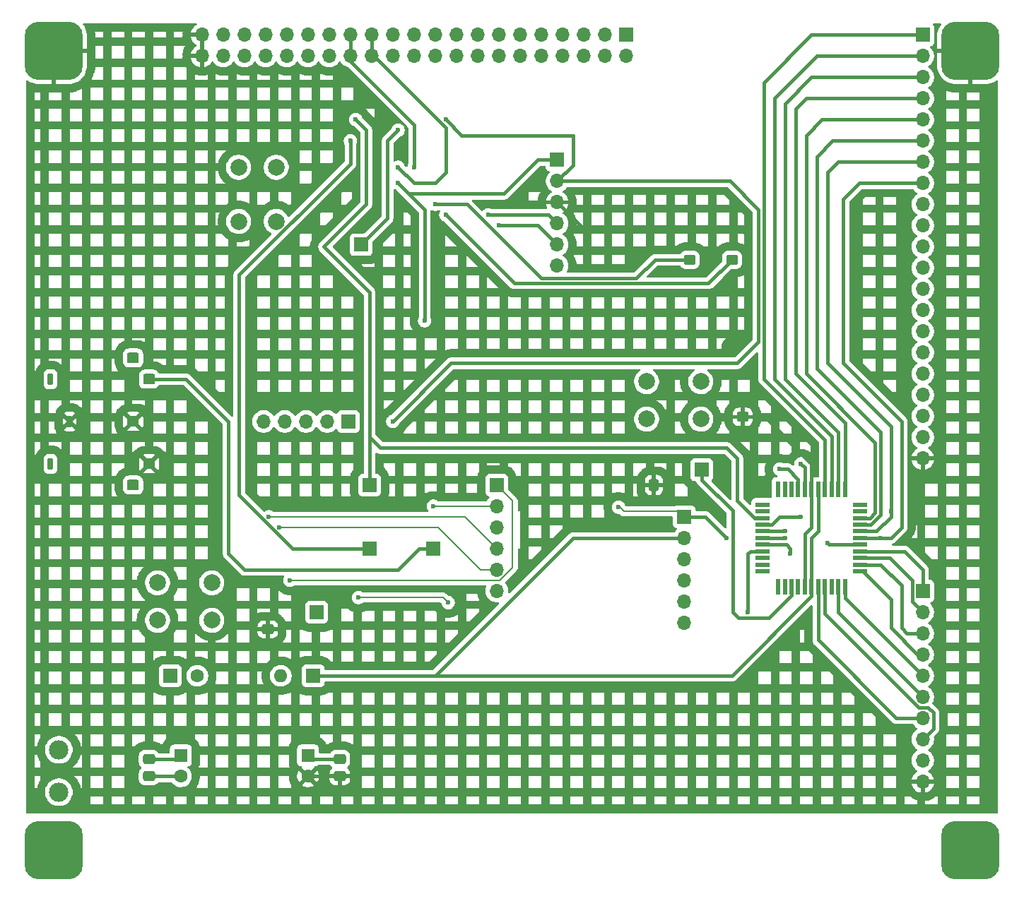
<source format=gbr>
%TF.GenerationSoftware,KiCad,Pcbnew,9.0.0*%
%TF.CreationDate,2025-04-03T15:03:38-06:00*%
%TF.ProjectId,Midi Bass Sch,4d696469-2042-4617-9373-205363682e6b,rev?*%
%TF.SameCoordinates,Original*%
%TF.FileFunction,Copper,L2,Bot*%
%TF.FilePolarity,Positive*%
%FSLAX46Y46*%
G04 Gerber Fmt 4.6, Leading zero omitted, Abs format (unit mm)*
G04 Created by KiCad (PCBNEW 9.0.0) date 2025-04-03 15:03:38*
%MOMM*%
%LPD*%
G01*
G04 APERTURE LIST*
G04 Aperture macros list*
%AMRoundRect*
0 Rectangle with rounded corners*
0 $1 Rounding radius*
0 $2 $3 $4 $5 $6 $7 $8 $9 X,Y pos of 4 corners*
0 Add a 4 corners polygon primitive as box body*
4,1,4,$2,$3,$4,$5,$6,$7,$8,$9,$2,$3,0*
0 Add four circle primitives for the rounded corners*
1,1,$1+$1,$2,$3*
1,1,$1+$1,$4,$5*
1,1,$1+$1,$6,$7*
1,1,$1+$1,$8,$9*
0 Add four rect primitives between the rounded corners*
20,1,$1+$1,$2,$3,$4,$5,0*
20,1,$1+$1,$4,$5,$6,$7,0*
20,1,$1+$1,$6,$7,$8,$9,0*
20,1,$1+$1,$8,$9,$2,$3,0*%
G04 Aperture macros list end*
%TA.AperFunction,ComponentPad*%
%ADD10RoundRect,1.746250X-1.746250X-1.746250X1.746250X-1.746250X1.746250X1.746250X-1.746250X1.746250X0*%
%TD*%
%TA.AperFunction,SMDPad,CuDef*%
%ADD11R,1.778000X0.550000*%
%TD*%
%TA.AperFunction,SMDPad,CuDef*%
%ADD12R,0.550000X1.905000*%
%TD*%
%TA.AperFunction,ComponentPad*%
%ADD13R,1.700000X1.700000*%
%TD*%
%TA.AperFunction,ComponentPad*%
%ADD14O,1.700000X1.700000*%
%TD*%
%TA.AperFunction,ComponentPad*%
%ADD15RoundRect,0.190500X-0.508000X-0.444500X0.508000X-0.444500X0.508000X0.444500X-0.508000X0.444500X0*%
%TD*%
%TA.AperFunction,ComponentPad*%
%ADD16RoundRect,0.095250X-0.222250X0.603250X-0.222250X-0.603250X0.222250X-0.603250X0.222250X0.603250X0*%
%TD*%
%TA.AperFunction,ComponentPad*%
%ADD17R,1.600000X1.600000*%
%TD*%
%TA.AperFunction,ComponentPad*%
%ADD18C,1.600000*%
%TD*%
%TA.AperFunction,ComponentPad*%
%ADD19RoundRect,0.250000X0.450000X-0.350000X0.450000X0.350000X-0.450000X0.350000X-0.450000X-0.350000X0*%
%TD*%
%TA.AperFunction,ComponentPad*%
%ADD20C,2.000000*%
%TD*%
%TA.AperFunction,ComponentPad*%
%ADD21C,2.311400*%
%TD*%
%TA.AperFunction,ComponentPad*%
%ADD22RoundRect,0.250000X-0.337500X-0.475000X0.337500X-0.475000X0.337500X0.475000X-0.337500X0.475000X0*%
%TD*%
%TA.AperFunction,ComponentPad*%
%ADD23RoundRect,0.250000X-0.475000X0.337500X-0.475000X-0.337500X0.475000X-0.337500X0.475000X0.337500X0*%
%TD*%
%TA.AperFunction,ComponentPad*%
%ADD24O,1.600000X1.600000*%
%TD*%
%TA.AperFunction,SMDPad,CuDef*%
%ADD25RoundRect,0.250000X-0.475000X0.337500X-0.475000X-0.337500X0.475000X-0.337500X0.475000X0.337500X0*%
%TD*%
%TA.AperFunction,ViaPad*%
%ADD26C,0.600000*%
%TD*%
%TA.AperFunction,Conductor*%
%ADD27C,0.381000*%
%TD*%
%TA.AperFunction,Conductor*%
%ADD28C,0.198120*%
%TD*%
%TA.AperFunction,Conductor*%
%ADD29C,0.200000*%
%TD*%
G04 APERTURE END LIST*
D10*
%TO.P,REF\u002A\u002A,1*%
%TO.N,GND*%
X199390000Y-131445000D03*
%TD*%
%TO.P,REF\u002A\u002A,1*%
%TO.N,Earth_GND*%
X199390000Y-227330000D03*
%TD*%
%TO.P,REF\u002A\u002A,1*%
%TO.N,Earth_GND*%
X89535000Y-227330000D03*
%TD*%
%TO.P,REF\u002A\u002A,1*%
%TO.N,GND*%
X89535000Y-131445000D03*
%TD*%
D11*
%TO.P,U3,44,RC6/TX/CK/PSMC2A*%
%TO.N,unconnected-(U3-RC6{slash}TX{slash}CK{slash}PSMC2A-Pad44)*%
X174498000Y-185865000D03*
%TO.P,U3,43,RC5/SDO/PSMC1F*%
%TO.N,unconnected-(U3-RC5{slash}SDO{slash}PSMC1F-Pad43)*%
X174498000Y-186665000D03*
%TO.P,U3,42,RC4/SDI/SDA/PSMC1E*%
%TO.N,I2Cdat*%
X174498000Y-187465000D03*
%TO.P,U3,41,RD3/PSMC4A*%
%TO.N,/String Strike Slave/G MUTE*%
X174498000Y-188265000D03*
%TO.P,U3,40,RD2/OPA3IN-/DAC4OUT1*%
%TO.N,/String Strike Slave/D MUTE*%
X174498000Y-189065000D03*
%TO.P,U3,39,RD1/CxIN4-/OPA3OUT*%
%TO.N,/String Strike Slave/A MUTE*%
X174498000Y-189865000D03*
%TO.P,U3,38,RD0/OPA3IN+*%
%TO.N,/String Strike Slave/E MUTE*%
X174498000Y-190665000D03*
%TO.P,U3,37,RC3/SCL/SCK/PSMC1D*%
%TO.N,I2Cclk*%
X174498000Y-191465000D03*
%TO.P,U3,36,RC2/CCP1/PSMC1C*%
%TO.N,unconnected-(U3-RC2{slash}CCP1{slash}PSMC1C-Pad36)*%
X174498000Y-192265000D03*
%TO.P,U3,35,RC1/T1OSI/CCP2*%
%TO.N,unconnected-(U3-RC1{slash}T1OSI{slash}CCP2-Pad35)*%
X174498000Y-193065000D03*
%TO.P,U3,34*%
%TO.N,N/C*%
X174498000Y-193865000D03*
D12*
%TO.P,U3,33*%
X176340000Y-195707000D03*
%TO.P,U3,32,RC0/T1CKI/PSMC1A*%
%TO.N,unconnected-(U3-RC0{slash}T1CKI{slash}PSMC1A-Pad32)*%
X177140000Y-195707000D03*
%TO.P,U3,31,RA6/C2OUT/CLKOUT*%
%TO.N,Net-(U3-RA6{slash}C2OUT{slash}CLKOUT)*%
X177940000Y-195707000D03*
%TO.P,U3,30,RA7/PSMCxCLK*%
%TO.N,unconnected-(U3-RA7{slash}PSMCxCLK-Pad30)*%
X178740000Y-195707000D03*
%TO.P,U3,29,Vss*%
%TO.N,GND*%
X179540000Y-195707000D03*
%TO.P,U3,28,Vdd*%
%TO.N,+5v*%
X180340000Y-195707000D03*
%TO.P,U3,27,RE2/AN7/PSMC3A*%
%TO.N,Net-(U3-RE2{slash}AN7{slash}PSMC3A)*%
X181140000Y-195707000D03*
%TO.P,U3,26,RE1/AN6/PSMC3B*%
%TO.N,Net-(U3-RE1{slash}AN6{slash}PSMC3B)*%
X181940000Y-195707000D03*
%TO.P,U3,25,RE0*%
%TO.N,unconnected-(U3-RE0-Pad25)*%
X182740000Y-195707000D03*
%TO.P,U3,24,RA5/AN4/C2OUT/OPA1IN+*%
%TO.N,Net-(U3-RA5{slash}AN4{slash}C2OUT{slash}OPA1IN+)*%
X183540000Y-195707000D03*
%TO.P,U3,23,RA4/C1OUT/OPA1IN+/T0CKI*%
%TO.N,Net-(U3-RA4{slash}C1OUT{slash}OPA1IN+{slash}T0CKI)*%
X184340000Y-195707000D03*
D11*
%TO.P,U3,22,RA3/AN3/VREF+/C1IN1+*%
%TO.N,Net-(U3-RA3{slash}AN3{slash}VREF+{slash}C1IN1+)*%
X186182000Y-193865000D03*
%TO.P,U3,21,RA2/AN2/CxIN0+/DAC1OUT1*%
%TO.N,Net-(U3-RA2{slash}AN2{slash}CxIN0+{slash}DAC1OUT1)*%
X186182000Y-193065000D03*
%TO.P,U3,20,RA1/AN1/CxIN1-/OPA1OUT*%
%TO.N,Net-(U3-RA1{slash}AN1{slash}CxIN1-{slash}OPA1OUT)*%
X186182000Y-192265000D03*
%TO.P,U3,19,RA0/AN0/CxIN0-*%
%TO.N,Net-(U3-RA0{slash}AN0{slash}CxIN0-)*%
X186182000Y-191465000D03*
%TO.P,U3,18,Vpp/~{MCLR}/RE3*%
%TO.N,MSCLR P*%
X186182000Y-190665000D03*
%TO.P,U3,17,RB7/DACxOUT2-/ICSPDAT*%
%TO.N,RB7 P*%
X186182000Y-189865000D03*
%TO.P,U3,16,RB6/C4IN1+/ICSPCLK*%
%TO.N,RB6 P*%
X186182000Y-189065000D03*
%TO.P,U3,15,RB5/AN13/C4IN2-/CCP3*%
%TO.N,/String Strike Slave/D1*%
X186182000Y-188265000D03*
%TO.P,U3,14,RB4/AN11/C3IN1+*%
%TO.N,/String Strike Slave/D0*%
X186182000Y-187465000D03*
%TO.P,U3,13*%
%TO.N,N/C*%
X186182000Y-186665000D03*
%TO.P,U3,12*%
X186182000Y-185865000D03*
D12*
%TO.P,U3,11,RB3/AN9/CXNI2-/CCP2*%
%TO.N,/String Strike Slave/A1*%
X184340000Y-184023000D03*
%TO.P,U3,10,RB2/AN8/OPA2IN-/DAC3OUT1*%
%TO.N,/String Strike Slave/A0*%
X183540000Y-184023000D03*
%TO.P,U3,9,RB1/AN10/CxIN3-/OPA2OUT*%
%TO.N,/String Strike Slave/E1*%
X182740000Y-184023000D03*
%TO.P,U3,8,RB0/AN12/CCP1/C2IN1+*%
%TO.N,/String Strike Slave/E0*%
X181940000Y-184023000D03*
%TO.P,U3,7,Vdd*%
%TO.N,+5v*%
X181140000Y-184023000D03*
%TO.P,U3,6,Vss*%
%TO.N,GND*%
X180340000Y-184023000D03*
%TO.P,U3,5,RD7/C4OUT/PSMC3C*%
%TO.N,Net-(U3-RD7{slash}C4OUT{slash}PSMC3C)*%
X179540000Y-184023000D03*
%TO.P,U3,4,RD6/PSMC3D*%
%TO.N,Net-(U3-RD6{slash}PSMC3D)*%
X178740000Y-184023000D03*
%TO.P,U3,3,RD5/PSMC3E*%
%TO.N,unconnected-(U3-RD5{slash}PSMC3E-Pad3)*%
X177940000Y-184023000D03*
%TO.P,U3,2,RD4/PSM3F*%
%TO.N,unconnected-(U3-RD4{slash}PSM3F-Pad2)*%
X177140000Y-184023000D03*
%TO.P,U3,1,RC7/RX/DT/C4Out*%
%TO.N,unconnected-(U3-RC7{slash}RX{slash}DT{slash}C4Out-Pad1)*%
X176340000Y-184023000D03*
%TD*%
D13*
%TO.P,J4,1,1*%
%TO.N,F1*%
X158115000Y-129540000D03*
D14*
X158115000Y-132080000D03*
%TO.P,J4,2,2*%
%TO.N,F#1*%
X155575000Y-129540000D03*
X155575000Y-132080000D03*
%TO.P,J4,3,3*%
%TO.N,G1*%
X153035000Y-129540000D03*
X153035000Y-132080000D03*
%TO.P,J4,4,4*%
%TO.N,G#1*%
X150495000Y-129540000D03*
X150495000Y-132080000D03*
%TO.P,J4,5,5*%
%TO.N,A1*%
X147955000Y-129540000D03*
X147955000Y-132080000D03*
%TO.P,J4,6,6*%
%TO.N,A#1*%
X145415000Y-129540000D03*
X145415000Y-132080000D03*
%TO.P,J4,7,7*%
%TO.N,B1*%
X142875000Y-129540000D03*
X142875000Y-132080000D03*
%TO.P,J4,8,8*%
%TO.N,C2*%
X140335000Y-129540000D03*
X140335000Y-132080000D03*
%TO.P,J4,9,9*%
%TO.N,C#2*%
X137795000Y-129540000D03*
X137795000Y-132080000D03*
%TO.P,J4,10,10*%
%TO.N,D2*%
X135255000Y-129540000D03*
X135255000Y-132080000D03*
%TO.P,J4,11,11*%
%TO.N,D#2*%
X132715000Y-129540000D03*
X132715000Y-132080000D03*
%TO.P,J4,12,12*%
%TO.N,E2*%
X130175000Y-129540000D03*
X130175000Y-132080000D03*
%TO.P,J4,13,13*%
%TO.N,F2*%
X127635000Y-129540000D03*
X127635000Y-132080000D03*
%TO.P,J4,14,14*%
%TO.N,F#2*%
X125095000Y-129540000D03*
X125095000Y-132080000D03*
%TO.P,J4,15,15*%
%TO.N,G2*%
X122555000Y-129540000D03*
X122555000Y-132080000D03*
%TO.P,J4,16,16*%
%TO.N,G#2*%
X120015000Y-129540000D03*
X120015000Y-132080000D03*
%TO.P,J4,17,17*%
%TO.N,A2*%
X117475000Y-129540000D03*
X117475000Y-132080000D03*
%TO.P,J4,18,18*%
%TO.N,A#2*%
X114935000Y-129540000D03*
X114935000Y-132080000D03*
%TO.P,J4,19,19*%
%TO.N,B2*%
X112395000Y-129540000D03*
X112395000Y-132080000D03*
%TO.P,J4,20,20*%
%TO.N,C3*%
X109855000Y-129540000D03*
X109855000Y-132080000D03*
%TO.P,J4,21,21*%
%TO.N,GND*%
X107315000Y-129540000D03*
X107315000Y-132080000D03*
%TD*%
D13*
%TO.P,J8,1,1*%
%TO.N,/String Strike Slave/E0*%
X193675000Y-129540000D03*
D14*
%TO.P,J8,2,2*%
%TO.N,/String Strike Slave/E1*%
X193675000Y-132080000D03*
%TO.P,J8,3,3*%
%TO.N,/String Strike Slave/A0*%
X193675000Y-134620000D03*
%TO.P,J8,4,4*%
%TO.N,/String Strike Slave/A1*%
X193675000Y-137160000D03*
%TO.P,J8,5,5*%
%TO.N,/String Strike Slave/D0*%
X193675000Y-139700000D03*
%TO.P,J8,6,6*%
%TO.N,/String Strike Slave/D1*%
X193675000Y-142240000D03*
%TO.P,J8,7,7*%
%TO.N,RB6 P*%
X193675000Y-144780000D03*
%TO.P,J8,8,8*%
%TO.N,RB7 P*%
X193675000Y-147320000D03*
%TO.P,J8,9,9*%
%TO.N,/String Strike Slave/E MUTE*%
X193675000Y-149860000D03*
%TO.P,J8,10,10*%
%TO.N,/String Strike Slave/A MUTE*%
X193675000Y-152400000D03*
%TO.P,J8,11,11*%
%TO.N,/String Strike Slave/D MUTE*%
X193675000Y-154940000D03*
%TO.P,J8,12,12*%
%TO.N,/String Strike Slave/G MUTE*%
X193675000Y-157480000D03*
%TO.P,J8,13,13*%
%TO.N,unconnected-(J8-Pad13)*%
X193675000Y-160020000D03*
%TO.P,J8,14,14*%
%TO.N,unconnected-(J8-Pad14)*%
X193675000Y-162560000D03*
%TO.P,J8,15,15*%
%TO.N,unconnected-(J8-Pad15)*%
X193675000Y-165100000D03*
%TO.P,J8,16,16*%
%TO.N,unconnected-(J8-Pad16)*%
X193675000Y-167640000D03*
%TO.P,J8,17,17*%
%TO.N,unconnected-(J8-Pad17)*%
X193675000Y-170180000D03*
%TO.P,J8,18,18*%
%TO.N,unconnected-(J8-Pad18)*%
X193675000Y-172720000D03*
%TO.P,J8,19,19*%
%TO.N,unconnected-(J8-Pad19)*%
X193675000Y-175260000D03*
%TO.P,J8,20,20*%
%TO.N,unconnected-(J8-Pad20)*%
X193675000Y-177800000D03*
%TO.P,J8,21,21*%
%TO.N,GND*%
X193675000Y-180340000D03*
%TD*%
D15*
%TO.P,J1,1*%
%TO.N,unconnected-(J1-Pad1)*%
X99060000Y-183515000D03*
%TO.P,J1,2*%
%TO.N,GND*%
X99060000Y-175895000D03*
%TO.P,J1,3*%
%TO.N,unconnected-(J1-Pad3)*%
X99060000Y-168275000D03*
%TO.P,J1,4*%
%TO.N,GND*%
X100965000Y-180975000D03*
%TO.P,J1,5*%
%TO.N,Net-(D1-K)*%
X100965000Y-170815000D03*
D16*
%TO.P,J1,6*%
%TO.N,GND*%
X91440000Y-175895000D03*
%TO.P,J1,7*%
%TO.N,N/C*%
X89154000Y-170815000D03*
X89154000Y-180975000D03*
%TD*%
D13*
%TO.P,TP8,1,1*%
%TO.N,+5v*%
X120650000Y-206375000D03*
%TD*%
%TO.P,TP4,1,1*%
%TO.N,I2Cdat*%
X127390000Y-183515000D03*
%TD*%
D17*
%TO.P,C4,1,1*%
%TO.N,+12v*%
X104775000Y-215940000D03*
D18*
%TO.P,C4,2,2*%
%TO.N,Earth_GND*%
X104775000Y-218440000D03*
%TD*%
D19*
%TO.P,R17,2,2*%
%TO.N,Net-(U2-RE1{slash}AN6{slash}PSMC3B)*%
X165735000Y-156505000D03*
%TD*%
D13*
%TO.P,TP7,1,1*%
%TO.N,+12v*%
X103505000Y-206375000D03*
%TD*%
%TO.P,SW1,1,Com*%
%TO.N,+5v*%
X124845000Y-175895000D03*
D14*
%TO.P,SW1,2,1*%
%TO.N,1*%
X122305000Y-175895000D03*
%TO.P,SW1,3,2*%
%TO.N,2*%
X119765000Y-175895000D03*
%TO.P,SW1,4,4*%
%TO.N,4*%
X117225000Y-175895000D03*
%TO.P,SW1,5,8*%
%TO.N,8*%
X114685000Y-175895000D03*
%TD*%
D17*
%TO.P,C6,1,1*%
%TO.N,+5v*%
X120015000Y-215940000D03*
D18*
%TO.P,C6,2,2*%
%TO.N,GND*%
X120015000Y-218440000D03*
%TD*%
D13*
%TO.P,TP3,1,1*%
%TO.N,I2Cclk*%
X127390000Y-191135000D03*
%TD*%
D19*
%TO.P,R19,1,1*%
%TO.N,GND*%
X172085000Y-175355000D03*
%TD*%
D13*
%TO.P,J2,1,1*%
%TO.N,Net-(U1-RE3{slash}~{MCLR}{slash}Vpp)*%
X142630000Y-183515000D03*
D14*
%TO.P,J2,2,2*%
%TO.N,+5v*%
X142630000Y-186055000D03*
%TO.P,J2,3,3*%
%TO.N,GND*%
X142630000Y-188595000D03*
%TO.P,J2,4,4*%
%TO.N,RB7M*%
X142630000Y-191135000D03*
%TO.P,J2,5,5*%
%TO.N,RB6M*%
X142630000Y-193675000D03*
%TO.P,J2,6,6*%
%TO.N,unconnected-(J2-Pad6)*%
X142630000Y-196215000D03*
%TD*%
D13*
%TO.P,J7,1,1*%
%TO.N,Net-(U3-RA0{slash}AN0{slash}CxIN0-)*%
X193675000Y-196215000D03*
D14*
%TO.P,J7,2,2*%
%TO.N,Net-(U3-RA1{slash}AN1{slash}CxIN1-{slash}OPA1OUT)*%
X193675000Y-198755000D03*
%TO.P,J7,3,3*%
%TO.N,Net-(U3-RA2{slash}AN2{slash}CxIN0+{slash}DAC1OUT1)*%
X193675000Y-201295000D03*
%TO.P,J7,4,4*%
%TO.N,Net-(U3-RA3{slash}AN3{slash}VREF+{slash}C1IN1+)*%
X193675000Y-203835000D03*
%TO.P,J7,5,5*%
%TO.N,Net-(U3-RA4{slash}C1OUT{slash}OPA1IN+{slash}T0CKI)*%
X193675000Y-206375000D03*
%TO.P,J7,6,6*%
%TO.N,Net-(U3-RA5{slash}AN4{slash}C2OUT{slash}OPA1IN+)*%
X193675000Y-208915000D03*
%TO.P,J7,7,7*%
%TO.N,Net-(U3-RE2{slash}AN7{slash}PSMC3A)*%
X193675000Y-211455000D03*
%TO.P,J7,8,8*%
%TO.N,Net-(U3-RE1{slash}AN6{slash}PSMC3B)*%
X193675000Y-213995000D03*
%TO.P,J7,9,9*%
%TO.N,+12v*%
X193675000Y-216535000D03*
%TO.P,J7,10,10*%
%TO.N,GND*%
X193675000Y-219075000D03*
%TD*%
D20*
%TO.P,SW4,1,1*%
%TO.N,Net-(R19-Pad2)*%
X160580000Y-171105000D03*
X167080000Y-171105000D03*
%TO.P,SW4,2,2*%
%TO.N,Net-(C3-Pad1)*%
X160580000Y-175605000D03*
X167080000Y-175605000D03*
%TD*%
%TO.P,SW2,1,1*%
%TO.N,Net-(R1-Pad2)*%
X101990000Y-195235000D03*
X108490000Y-195235000D03*
%TO.P,SW2,2,2*%
%TO.N,Net-(C1-Pad1)*%
X101990000Y-199735000D03*
X108490000Y-199735000D03*
%TD*%
D21*
%TO.P,J9,1,1*%
%TO.N,+12v*%
X90170000Y-215265000D03*
%TO.P,J9,2,2*%
%TO.N,Earth_GND*%
X90170000Y-220345000D03*
%TD*%
D22*
%TO.P,C3,2,2*%
%TO.N,GND*%
X161460000Y-183515000D03*
%TD*%
D13*
%TO.P,J3,1,1*%
%TO.N,MSCLR E*%
X149860000Y-144535000D03*
D14*
%TO.P,J3,2,2*%
%TO.N,+5v*%
X149860000Y-147075000D03*
%TO.P,J3,3,3*%
%TO.N,GND*%
X149860000Y-149615000D03*
%TO.P,J3,4,4*%
%TO.N,C2*%
X149860000Y-152155000D03*
%TO.P,J3,5,5*%
%TO.N,B1*%
X149860000Y-154695000D03*
%TO.P,J3,6,6*%
%TO.N,unconnected-(J3-Pad6)*%
X149860000Y-157235000D03*
%TD*%
D20*
%TO.P,SW3,1,1*%
%TO.N,Net-(R15-Pad2)*%
X116205000Y-145415000D03*
X116205000Y-151915000D03*
%TO.P,SW3,2,2*%
%TO.N,Net-(C2-Pad1)*%
X111705000Y-145415000D03*
X111705000Y-151915000D03*
%TD*%
D13*
%TO.P,TP2,1,1*%
%TO.N,Net-(U1-CLKOUT{slash}OSC2{slash}RA6)*%
X121040000Y-198755000D03*
%TD*%
D23*
%TO.P,C1,2,2*%
%TO.N,GND*%
X115198000Y-200830000D03*
%TD*%
D13*
%TO.P,TP6,1,1*%
%TO.N,Net-(U3-RA6{slash}C2OUT{slash}CLKOUT)*%
X167202500Y-181695000D03*
%TD*%
%TO.P,TP1,1,1*%
%TO.N,Net-(D1-K)*%
X135010000Y-191135000D03*
%TD*%
%TO.P,TP5,1,1*%
%TO.N,Net-(U2-RA6{slash}C2OUT{slash}CLKOUT)*%
X126365000Y-154695000D03*
%TD*%
D19*
%TO.P,R18,2,2*%
%TO.N,Net-(U2-RE2{slash}AN7{slash}PSMC3A)*%
X170815000Y-156505000D03*
%TD*%
D18*
%TO.P,L1,1,1*%
%TO.N,Net-(U4-VO)*%
X106760000Y-206375000D03*
D24*
%TO.P,L1,2,2*%
%TO.N,+5v*%
X116760000Y-206375000D03*
%TD*%
D13*
%TO.P,J6,1,1*%
%TO.N,MSCLR P*%
X165100000Y-187325000D03*
D14*
%TO.P,J6,2,2*%
%TO.N,+5v*%
X165100000Y-189865000D03*
%TO.P,J6,3,3*%
%TO.N,GND*%
X165100000Y-192405000D03*
%TO.P,J6,4,4*%
%TO.N,RB7 P*%
X165100000Y-194945000D03*
%TO.P,J6,5,5*%
%TO.N,RB6 P*%
X165100000Y-197485000D03*
%TO.P,J6,6,6*%
%TO.N,unconnected-(J6-Pad6)*%
X165100000Y-200025000D03*
%TD*%
D25*
%TO.P,C5,1,1*%
%TO.N,+12v*%
X100965000Y-216365000D03*
%TO.P,C5,2,2*%
%TO.N,Earth_GND*%
X100965000Y-218440000D03*
%TD*%
%TO.P,C7,1,1*%
%TO.N,+5v*%
X123825000Y-216365000D03*
%TO.P,C7,2,2*%
%TO.N,GND*%
X123825000Y-218440000D03*
%TD*%
D26*
%TO.N,GND*%
X170815000Y-167005000D03*
%TO.N,+5v*%
X130175000Y-175895000D03*
X136525000Y-139700000D03*
%TO.N,I2Cclk*%
X172720000Y-198755000D03*
%TO.N,GND*%
X126365000Y-173355000D03*
X121130000Y-186055000D03*
%TO.N,MSCLR P*%
X170180000Y-189865000D03*
X182245000Y-190500000D03*
%TO.N,RB6 P*%
X189865000Y-186690000D03*
%TO.N,RB7 P*%
X188595000Y-189865000D03*
%TO.N,/String Strike Slave/E MUTE*%
X177800000Y-191770000D03*
%TO.N,/String Strike Slave/G MUTE*%
X179070000Y-187325000D03*
%TO.N,/String Strike Slave/A MUTE*%
X177165000Y-189865000D03*
%TO.N,/String Strike Slave/D MUTE*%
X177165000Y-189065000D03*
%TO.N,Net-(U3-RD6{slash}PSMC3D)*%
X176530000Y-181610000D03*
%TO.N,Net-(U3-RD7{slash}C4OUT{slash}PSMC3C)*%
X179070000Y-180975000D03*
%TO.N,B1*%
X142875000Y-152400000D03*
%TO.N,C2*%
X141605000Y-151130000D03*
%TO.N,MSCLR E*%
X130810000Y-147320000D03*
X133985000Y-163830000D03*
%TO.N,Net-(U2-RE2{slash}AN7{slash}PSMC3A)*%
X136525000Y-151130000D03*
%TO.N,Net-(U2-RE1{slash}AN6{slash}PSMC3B)*%
X135255000Y-149860000D03*
%TO.N,F2*%
X130810000Y-145415000D03*
%TO.N,F#2*%
X132715000Y-145415000D03*
%TO.N,I2Cdat*%
X125730000Y-139700000D03*
%TO.N,I2Cclk*%
X125095000Y-142240000D03*
%TO.N,Net-(U2-RA6{slash}C2OUT{slash}CLKOUT)*%
X130810000Y-140970000D03*
%TO.N,Net-(U1-RE3{slash}~{MCLR}{slash}Vpp)*%
X117865000Y-194945000D03*
%TO.N,MSCLR P*%
X157226000Y-186182000D03*
%TO.N,+5v*%
X135025000Y-186055000D03*
X126044750Y-197020250D03*
X136803000Y-197618500D03*
%TO.N,RB6M*%
X116595000Y-188595000D03*
%TO.N,RB7M*%
X115325000Y-187325000D03*
%TD*%
D27*
%TO.N,GND*%
X172720000Y-154305000D02*
X172720000Y-165100000D01*
X153280000Y-153035000D02*
X172085000Y-153035000D01*
X172720000Y-165100000D02*
X170815000Y-167005000D01*
X149860000Y-149615000D02*
X153280000Y-153035000D01*
X172085000Y-153035000D02*
X172720000Y-153670000D01*
X172720000Y-153670000D02*
X172720000Y-154305000D01*
%TO.N,+5v*%
X180340000Y-195707000D02*
X180340000Y-196850000D01*
X180340000Y-196850000D02*
X170815000Y-206375000D01*
X170815000Y-206375000D02*
X135255000Y-206375000D01*
X149860000Y-147075000D02*
X170570000Y-147075000D01*
X173990000Y-166370000D02*
X171450000Y-168910000D01*
X170570000Y-147075000D02*
X173990000Y-150495000D01*
X173990000Y-150495000D02*
X173990000Y-166370000D01*
X171450000Y-168910000D02*
X137160000Y-168910000D01*
X137160000Y-168910000D02*
X130175000Y-175895000D01*
X138430000Y-141605000D02*
X136525000Y-139700000D01*
X151765000Y-141605000D02*
X138430000Y-141605000D01*
X149860000Y-147075000D02*
X151765000Y-145170000D01*
X151765000Y-145170000D02*
X151765000Y-141605000D01*
X135255000Y-206375000D02*
X151765000Y-189865000D01*
X120650000Y-206375000D02*
X135255000Y-206375000D01*
X151765000Y-189865000D02*
X165100000Y-189865000D01*
%TO.N,Net-(U3-RA6{slash}C2OUT{slash}CLKOUT)*%
X177940000Y-195707000D02*
X177940000Y-196710000D01*
X167202500Y-182926000D02*
X167202500Y-181695000D01*
X177940000Y-196710000D02*
X175203500Y-199446500D01*
X175203500Y-199446500D02*
X171563000Y-199446500D01*
X171563000Y-199446500D02*
X170871500Y-198755000D01*
X170871500Y-198755000D02*
X170871500Y-186595000D01*
X170871500Y-186595000D02*
X167202500Y-182926000D01*
%TO.N,I2Cclk*%
X173025000Y-191465000D02*
X174498000Y-191465000D01*
X172720000Y-198755000D02*
X172720000Y-191770000D01*
X172720000Y-191770000D02*
X173025000Y-191465000D01*
%TO.N,GND*%
X180340000Y-184023000D02*
X180340000Y-180975000D01*
X180340000Y-180975000D02*
X174720000Y-175355000D01*
X174720000Y-175355000D02*
X172085000Y-175355000D01*
D28*
%TO.N,MSCLR P*%
X157226000Y-186182000D02*
X157353000Y-186182000D01*
X157353000Y-186182000D02*
X157861000Y-186690000D01*
X157861000Y-186690000D02*
X164465000Y-186690000D01*
X164465000Y-186690000D02*
X165100000Y-187325000D01*
D27*
X170180000Y-189865000D02*
X167640000Y-187325000D01*
X167640000Y-187325000D02*
X165100000Y-187325000D01*
X182410000Y-190665000D02*
X182245000Y-190500000D01*
X186182000Y-190665000D02*
X182410000Y-190665000D01*
%TO.N,/String Strike Slave/G MUTE*%
X179070000Y-187325000D02*
X176530000Y-187325000D01*
X175590000Y-188265000D02*
X174498000Y-188265000D01*
X176530000Y-187325000D02*
X175590000Y-188265000D01*
%TO.N,/String Strike Slave/D MUTE*%
X174498000Y-189065000D02*
X177165000Y-189065000D01*
%TO.N,/String Strike Slave/E MUTE*%
X174498000Y-190665000D02*
X177330000Y-190665000D01*
X177330000Y-190665000D02*
X177800000Y-191135000D01*
X177800000Y-191135000D02*
X177800000Y-191770000D01*
%TO.N,/String Strike Slave/A MUTE*%
X174498000Y-189865000D02*
X177165000Y-189865000D01*
%TO.N,Net-(U3-RD6{slash}PSMC3D)*%
X176530000Y-181610000D02*
X177537500Y-181610000D01*
X177537500Y-181610000D02*
X178740000Y-182812500D01*
X178740000Y-182812500D02*
X178740000Y-184023000D01*
%TO.N,Net-(U3-RD7{slash}C4OUT{slash}PSMC3C)*%
X179070000Y-180975000D02*
X179540000Y-181445000D01*
X179540000Y-181445000D02*
X179540000Y-184023000D01*
%TO.N,I2Cdat*%
X174498000Y-187465000D02*
X173495000Y-187465000D01*
X173495000Y-187465000D02*
X171450000Y-185420000D01*
X171450000Y-185420000D02*
X171450000Y-180340000D01*
X171450000Y-180340000D02*
X170180000Y-179070000D01*
X170180000Y-179070000D02*
X128660000Y-179070000D01*
X128660000Y-179070000D02*
X127390000Y-177800000D01*
X127390000Y-160410000D02*
X127390000Y-177800000D01*
%TO.N,RB7 P*%
X193675000Y-147320000D02*
X186055000Y-147320000D01*
X186055000Y-147320000D02*
X184150000Y-149225000D01*
X184150000Y-149225000D02*
X184150000Y-168910000D01*
X184150000Y-168910000D02*
X191135000Y-175895000D01*
X191135000Y-175895000D02*
X191135000Y-188595000D01*
X191135000Y-188595000D02*
X189865000Y-189865000D01*
X189865000Y-189865000D02*
X186182000Y-189865000D01*
%TO.N,RB6 P*%
X186182000Y-189065000D02*
X188125000Y-189065000D01*
X182245000Y-168910000D02*
X182245000Y-146050000D01*
X188125000Y-189065000D02*
X189865000Y-187325000D01*
X189865000Y-187325000D02*
X189865000Y-176530000D01*
X189865000Y-176530000D02*
X182245000Y-168910000D01*
X182245000Y-146050000D02*
X183515000Y-144780000D01*
X183515000Y-144780000D02*
X193675000Y-144780000D01*
%TO.N,+5v*%
X180340000Y-195707000D02*
X180340000Y-189865000D01*
X180340000Y-189865000D02*
X181140000Y-189065000D01*
X181140000Y-189065000D02*
X181140000Y-184023000D01*
%TO.N,GND*%
X180340000Y-184023000D02*
X180340000Y-188595000D01*
X180340000Y-188595000D02*
X179540000Y-189395000D01*
X179540000Y-189395000D02*
X179540000Y-195707000D01*
%TO.N,Net-(U3-RE1{slash}AN6{slash}PSMC3B)*%
X193675000Y-213995000D02*
X194945000Y-212725000D01*
X194945000Y-212725000D02*
X194945000Y-210820000D01*
X194945000Y-210820000D02*
X194310000Y-210185000D01*
X194310000Y-210185000D02*
X193189253Y-210185000D01*
X193189253Y-210185000D02*
X181940000Y-198935747D01*
X181940000Y-198935747D02*
X181940000Y-195707000D01*
%TO.N,Net-(U3-RE2{slash}AN7{slash}PSMC3A)*%
X181140000Y-195707000D02*
X181140000Y-202095000D01*
X181140000Y-202095000D02*
X190500000Y-211455000D01*
X190500000Y-211455000D02*
X193675000Y-211455000D01*
%TO.N,Net-(U3-RA5{slash}AN4{slash}C2OUT{slash}OPA1IN+)*%
X183540000Y-195707000D02*
X183540000Y-198780000D01*
X183540000Y-198780000D02*
X193675000Y-208915000D01*
%TO.N,Net-(U3-RA4{slash}C1OUT{slash}OPA1IN+{slash}T0CKI)*%
X184340000Y-195707000D02*
X184340000Y-197040000D01*
X184340000Y-197040000D02*
X193675000Y-206375000D01*
%TO.N,Net-(U3-RA3{slash}AN3{slash}VREF+{slash}C1IN1+)*%
X189865000Y-197230000D02*
X189865000Y-200660000D01*
X186500000Y-193865000D02*
X189865000Y-197230000D01*
X186182000Y-193865000D02*
X186500000Y-193865000D01*
X189865000Y-200660000D02*
X193040000Y-203835000D01*
X193040000Y-203835000D02*
X193675000Y-203835000D01*
%TO.N,Net-(U3-RA2{slash}AN2{slash}CxIN0+{slash}DAC1OUT1)*%
X186182000Y-193065000D02*
X188620000Y-193065000D01*
X188620000Y-193065000D02*
X191135000Y-195580000D01*
X191135000Y-195580000D02*
X191135000Y-200660000D01*
X191135000Y-200660000D02*
X191770000Y-201295000D01*
X191770000Y-201295000D02*
X193675000Y-201295000D01*
%TO.N,Net-(U3-RA1{slash}AN1{slash}CxIN1-{slash}OPA1OUT)*%
X186182000Y-192265000D02*
X189725000Y-192265000D01*
X189725000Y-192265000D02*
X192433500Y-194973500D01*
X192433500Y-194973500D02*
X192433500Y-197513500D01*
X192433500Y-197513500D02*
X193675000Y-198755000D01*
%TO.N,Net-(U3-RA0{slash}AN0{slash}CxIN0-)*%
X186182000Y-191465000D02*
X191465000Y-191465000D01*
X191465000Y-191465000D02*
X193675000Y-193675000D01*
X193675000Y-193675000D02*
X193675000Y-196215000D01*
%TO.N,/String Strike Slave/D1*%
X186182000Y-188265000D02*
X187452000Y-188265000D01*
X187452000Y-188265000D02*
X188595000Y-187122000D01*
X188595000Y-187122000D02*
X188595000Y-177165000D01*
X188595000Y-177165000D02*
X180975000Y-169545000D01*
X180975000Y-169545000D02*
X180975000Y-144145000D01*
X180975000Y-144145000D02*
X182880000Y-142240000D01*
X182880000Y-142240000D02*
X193675000Y-142240000D01*
%TO.N,/String Strike Slave/D0*%
X186182000Y-187465000D02*
X187329000Y-187465000D01*
X187329000Y-187465000D02*
X187960000Y-186834000D01*
X187960000Y-186834000D02*
X187960000Y-178435000D01*
X179705000Y-170180000D02*
X179705000Y-141605000D01*
X181610000Y-139700000D02*
X193675000Y-139700000D01*
X187960000Y-178435000D02*
X179705000Y-170180000D01*
X179705000Y-141605000D02*
X181610000Y-139700000D01*
%TO.N,/String Strike Slave/A1*%
X184340000Y-184023000D02*
X184340000Y-176085000D01*
X184340000Y-176085000D02*
X178435000Y-170180000D01*
X178435000Y-170180000D02*
X178435000Y-138430000D01*
X178435000Y-138430000D02*
X179705000Y-137160000D01*
X179705000Y-137160000D02*
X193675000Y-137160000D01*
%TO.N,/String Strike Slave/A0*%
X183540000Y-184023000D02*
X183540000Y-177190000D01*
X183540000Y-177190000D02*
X177165000Y-170815000D01*
X177165000Y-170815000D02*
X177165000Y-137795000D01*
X177165000Y-137795000D02*
X180340000Y-134620000D01*
X180340000Y-134620000D02*
X193675000Y-134620000D01*
%TO.N,/String Strike Slave/E1*%
X182740000Y-184023000D02*
X182740000Y-177660000D01*
X182740000Y-177660000D02*
X175895000Y-170815000D01*
X175895000Y-170815000D02*
X175895000Y-137160000D01*
X175895000Y-137160000D02*
X180975000Y-132080000D01*
X180975000Y-132080000D02*
X193675000Y-132080000D01*
%TO.N,/String Strike Slave/E0*%
X181940000Y-184023000D02*
X181940000Y-178130000D01*
X181940000Y-178130000D02*
X174625000Y-170815000D01*
X174625000Y-170815000D02*
X174625000Y-135255000D01*
X174625000Y-135255000D02*
X180340000Y-129540000D01*
X180340000Y-129540000D02*
X193675000Y-129540000D01*
%TO.N,B1*%
X142875000Y-152400000D02*
X147565000Y-152400000D01*
X147565000Y-152400000D02*
X149860000Y-154695000D01*
%TO.N,C2*%
X148835000Y-151130000D02*
X141605000Y-151130000D01*
X149860000Y-152155000D02*
X148835000Y-151130000D01*
%TO.N,MSCLR E*%
X130810000Y-147320000D02*
X132080000Y-148590000D01*
X132080000Y-148590000D02*
X143510000Y-148590000D01*
X143510000Y-148590000D02*
X147565000Y-144535000D01*
X147565000Y-144535000D02*
X149860000Y-144535000D01*
X133985000Y-150495000D02*
X130810000Y-147320000D01*
X133985000Y-163830000D02*
X133985000Y-150495000D01*
%TO.N,Net-(U2-RE1{slash}AN6{slash}PSMC3B)*%
X135255000Y-149860000D02*
X139065000Y-149860000D01*
X139065000Y-149860000D02*
X147955000Y-158750000D01*
X147955000Y-158750000D02*
X159340000Y-158750000D01*
X159340000Y-158750000D02*
X161585000Y-156505000D01*
X161585000Y-156505000D02*
X165735000Y-156505000D01*
%TO.N,Net-(U2-RE2{slash}AN7{slash}PSMC3A)*%
X136525000Y-151130000D02*
X144727000Y-159332000D01*
X144727000Y-159332000D02*
X167988000Y-159332000D01*
X167988000Y-159332000D02*
X170815000Y-156505000D01*
%TO.N,Net-(D1-K)*%
X100965000Y-170815000D02*
X105410000Y-170815000D01*
X105410000Y-170815000D02*
X110490000Y-175895000D01*
X110490000Y-175895000D02*
X110490000Y-191770000D01*
X110490000Y-191770000D02*
X112395000Y-193675000D01*
X112395000Y-193675000D02*
X130810000Y-193675000D01*
X133350000Y-191135000D02*
X135010000Y-191135000D01*
X130810000Y-193675000D02*
X133350000Y-191135000D01*
%TO.N,I2Cdat*%
X125730000Y-139700000D02*
X127000000Y-140970000D01*
X127000000Y-140970000D02*
X127000000Y-149860000D01*
X127000000Y-149860000D02*
X121920000Y-154940000D01*
X121920000Y-154940000D02*
X127390000Y-160410000D01*
X127390000Y-177800000D02*
X127390000Y-183515000D01*
%TO.N,I2Cclk*%
X125095000Y-142240000D02*
X125095000Y-144992879D01*
X125095000Y-144992879D02*
X111760000Y-158327879D01*
X111760000Y-158327879D02*
X111760000Y-184737929D01*
X111760000Y-184737929D02*
X118157071Y-191135000D01*
X118157071Y-191135000D02*
X127390000Y-191135000D01*
%TO.N,Net-(U2-RA6{slash}C2OUT{slash}CLKOUT)*%
X130810000Y-140970000D02*
X129540000Y-142240000D01*
X129540000Y-151520000D02*
X126365000Y-154695000D01*
X129540000Y-142240000D02*
X129540000Y-151520000D01*
%TO.N,GND*%
X107315000Y-129295000D02*
X107315000Y-131835000D01*
%TO.N,F2*%
X127635000Y-129295000D02*
X127635000Y-131835000D01*
X135255000Y-147320000D02*
X136525000Y-146050000D01*
X130810000Y-145415000D02*
X132715000Y-147320000D01*
X132715000Y-147320000D02*
X135255000Y-147320000D01*
X136525000Y-146050000D02*
X136525000Y-140725000D01*
X136525000Y-140725000D02*
X127635000Y-131835000D01*
%TO.N,F#2*%
X132715000Y-145415000D02*
X132715000Y-140335000D01*
X132715000Y-140335000D02*
X125095000Y-132715000D01*
X125095000Y-132715000D02*
X125095000Y-129295000D01*
%TO.N,GND*%
X123825000Y-218440000D02*
X120015000Y-218440000D01*
%TO.N,Earth_GND*%
X100965000Y-218440000D02*
X104775000Y-218440000D01*
D29*
%TO.N,Net-(U1-RE3{slash}~{MCLR}{slash}Vpp)*%
X144535000Y-193396346D02*
X144535000Y-185420000D01*
X144535000Y-185420000D02*
X142630000Y-183515000D01*
X142986346Y-194945000D02*
X144535000Y-193396346D01*
X117865000Y-194945000D02*
X142986346Y-194945000D01*
%TO.N,+5v*%
X136204750Y-197020250D02*
X136803000Y-197618500D01*
X126044750Y-197020250D02*
X136204750Y-197020250D01*
D27*
X120440000Y-216365000D02*
X120015000Y-215940000D01*
D29*
X142630000Y-186055000D02*
X135025000Y-186055000D01*
D27*
X123825000Y-216365000D02*
X120440000Y-216365000D01*
D29*
X135025000Y-186055000D02*
X135005000Y-186055000D01*
%TO.N,RB6M*%
X135645000Y-188595000D02*
X132470000Y-188595000D01*
X142630000Y-193675000D02*
X140725000Y-193675000D01*
X132470000Y-188595000D02*
X116595000Y-188595000D01*
X140725000Y-193675000D02*
X135645000Y-188595000D01*
%TO.N,RB7M*%
X142630000Y-191135000D02*
X138820000Y-187325000D01*
X138820000Y-187325000D02*
X115325000Y-187325000D01*
D27*
%TO.N,+12v*%
X100965000Y-216365000D02*
X104350000Y-216365000D01*
X104350000Y-216365000D02*
X104775000Y-215940000D01*
%TD*%
%TA.AperFunction,Conductor*%
%TO.N,GND*%
G36*
X106648399Y-128155185D02*
G01*
X106694154Y-128207989D01*
X106704098Y-128277147D01*
X106675073Y-128340703D01*
X106637655Y-128369985D01*
X106607441Y-128385379D01*
X106435540Y-128510272D01*
X106435535Y-128510276D01*
X106285276Y-128660535D01*
X106285272Y-128660540D01*
X106160379Y-128832442D01*
X106063904Y-129021782D01*
X105998242Y-129223870D01*
X105998242Y-129223873D01*
X105987769Y-129290000D01*
X106881988Y-129290000D01*
X106849075Y-129347007D01*
X106815000Y-129474174D01*
X106815000Y-129605826D01*
X106849075Y-129732993D01*
X106881988Y-129790000D01*
X105987769Y-129790000D01*
X105998242Y-129856126D01*
X105998242Y-129856129D01*
X106063904Y-130058217D01*
X106160379Y-130247557D01*
X106285272Y-130419459D01*
X106285276Y-130419464D01*
X106435535Y-130569723D01*
X106435540Y-130569727D01*
X106607444Y-130694622D01*
X106617048Y-130699516D01*
X106667844Y-130747491D01*
X106684638Y-130815312D01*
X106662100Y-130881447D01*
X106617048Y-130920484D01*
X106607444Y-130925377D01*
X106435540Y-131050272D01*
X106435535Y-131050276D01*
X106285276Y-131200535D01*
X106285272Y-131200540D01*
X106160379Y-131372442D01*
X106063904Y-131561782D01*
X105998242Y-131763870D01*
X105998242Y-131763873D01*
X105987769Y-131830000D01*
X106881988Y-131830000D01*
X106849075Y-131887007D01*
X106815000Y-132014174D01*
X106815000Y-132145826D01*
X106849075Y-132272993D01*
X106881988Y-132330000D01*
X105987769Y-132330000D01*
X105998242Y-132396126D01*
X105998242Y-132396129D01*
X106063904Y-132598217D01*
X106160379Y-132787557D01*
X106285272Y-132959459D01*
X106285276Y-132959464D01*
X106435535Y-133109723D01*
X106435540Y-133109727D01*
X106607442Y-133234620D01*
X106796782Y-133331095D01*
X106998871Y-133396757D01*
X107065000Y-133407231D01*
X107065000Y-132513012D01*
X107122007Y-132545925D01*
X107249174Y-132580000D01*
X107380826Y-132580000D01*
X107507993Y-132545925D01*
X107565000Y-132513012D01*
X107565000Y-133407230D01*
X107631126Y-133396757D01*
X107631129Y-133396757D01*
X107833217Y-133331095D01*
X108022557Y-133234620D01*
X108194459Y-133109727D01*
X108194464Y-133109723D01*
X108344723Y-132959464D01*
X108344727Y-132959459D01*
X108469620Y-132787558D01*
X108474232Y-132778507D01*
X108522205Y-132727709D01*
X108590025Y-132710912D01*
X108656161Y-132733447D01*
X108695204Y-132778504D01*
X108699949Y-132787817D01*
X108824890Y-132959786D01*
X108975213Y-133110109D01*
X109147179Y-133235048D01*
X109147181Y-133235049D01*
X109147184Y-133235051D01*
X109336588Y-133331557D01*
X109538757Y-133397246D01*
X109748713Y-133430500D01*
X109748714Y-133430500D01*
X109961286Y-133430500D01*
X109961287Y-133430500D01*
X110171243Y-133397246D01*
X110373412Y-133331557D01*
X110562816Y-133235051D01*
X110696161Y-133138171D01*
X110734786Y-133110109D01*
X110734788Y-133110106D01*
X110734792Y-133110104D01*
X110885104Y-132959792D01*
X110885106Y-132959788D01*
X110885109Y-132959786D01*
X110995881Y-132807319D01*
X111010051Y-132787816D01*
X111014514Y-132779054D01*
X111062488Y-132728259D01*
X111130308Y-132711463D01*
X111196444Y-132733999D01*
X111235486Y-132779056D01*
X111239951Y-132787820D01*
X111364890Y-132959786D01*
X111515213Y-133110109D01*
X111687179Y-133235048D01*
X111687181Y-133235049D01*
X111687184Y-133235051D01*
X111876588Y-133331557D01*
X112078757Y-133397246D01*
X112288713Y-133430500D01*
X112288714Y-133430500D01*
X112501286Y-133430500D01*
X112501287Y-133430500D01*
X112711243Y-133397246D01*
X112913412Y-133331557D01*
X113102816Y-133235051D01*
X113236161Y-133138171D01*
X113274786Y-133110109D01*
X113274788Y-133110106D01*
X113274792Y-133110104D01*
X113425104Y-132959792D01*
X113425106Y-132959788D01*
X113425109Y-132959786D01*
X113535881Y-132807319D01*
X113550051Y-132787816D01*
X113554514Y-132779054D01*
X113602488Y-132728259D01*
X113670308Y-132711463D01*
X113736444Y-132733999D01*
X113775486Y-132779056D01*
X113779951Y-132787820D01*
X113904890Y-132959786D01*
X114055213Y-133110109D01*
X114227179Y-133235048D01*
X114227181Y-133235049D01*
X114227184Y-133235051D01*
X114416588Y-133331557D01*
X114618757Y-133397246D01*
X114828713Y-133430500D01*
X114828714Y-133430500D01*
X115041286Y-133430500D01*
X115041287Y-133430500D01*
X115251243Y-133397246D01*
X115453412Y-133331557D01*
X115642816Y-133235051D01*
X115776161Y-133138171D01*
X115814786Y-133110109D01*
X115814788Y-133110106D01*
X115814792Y-133110104D01*
X115965104Y-132959792D01*
X115965106Y-132959788D01*
X115965109Y-132959786D01*
X116075881Y-132807319D01*
X116090051Y-132787816D01*
X116094514Y-132779054D01*
X116142488Y-132728259D01*
X116210308Y-132711463D01*
X116276444Y-132733999D01*
X116315486Y-132779056D01*
X116319951Y-132787820D01*
X116444890Y-132959786D01*
X116595213Y-133110109D01*
X116767179Y-133235048D01*
X116767181Y-133235049D01*
X116767184Y-133235051D01*
X116956588Y-133331557D01*
X117158757Y-133397246D01*
X117368713Y-133430500D01*
X117368714Y-133430500D01*
X117581286Y-133430500D01*
X117581287Y-133430500D01*
X117791243Y-133397246D01*
X117993412Y-133331557D01*
X118182816Y-133235051D01*
X118316161Y-133138171D01*
X118354786Y-133110109D01*
X118354788Y-133110106D01*
X118354792Y-133110104D01*
X118505104Y-132959792D01*
X118505106Y-132959788D01*
X118505109Y-132959786D01*
X118615881Y-132807319D01*
X118630051Y-132787816D01*
X118634514Y-132779054D01*
X118682488Y-132728259D01*
X118750308Y-132711463D01*
X118816444Y-132733999D01*
X118855486Y-132779056D01*
X118859951Y-132787820D01*
X118984890Y-132959786D01*
X119135213Y-133110109D01*
X119307179Y-133235048D01*
X119307181Y-133235049D01*
X119307184Y-133235051D01*
X119496588Y-133331557D01*
X119698757Y-133397246D01*
X119908713Y-133430500D01*
X119908714Y-133430500D01*
X120121286Y-133430500D01*
X120121287Y-133430500D01*
X120331243Y-133397246D01*
X120533412Y-133331557D01*
X120722816Y-133235051D01*
X120856161Y-133138171D01*
X120894786Y-133110109D01*
X120894788Y-133110106D01*
X120894792Y-133110104D01*
X121045104Y-132959792D01*
X121045106Y-132959788D01*
X121045109Y-132959786D01*
X121155881Y-132807319D01*
X121170051Y-132787816D01*
X121174514Y-132779054D01*
X121222488Y-132728259D01*
X121290308Y-132711463D01*
X121356444Y-132733999D01*
X121395486Y-132779056D01*
X121399951Y-132787820D01*
X121524890Y-132959786D01*
X121675213Y-133110109D01*
X121847179Y-133235048D01*
X121847181Y-133235049D01*
X121847184Y-133235051D01*
X122036588Y-133331557D01*
X122238757Y-133397246D01*
X122448713Y-133430500D01*
X122448714Y-133430500D01*
X122661286Y-133430500D01*
X122661287Y-133430500D01*
X122871243Y-133397246D01*
X123073412Y-133331557D01*
X123262816Y-133235051D01*
X123396161Y-133138171D01*
X123434786Y-133110109D01*
X123434788Y-133110106D01*
X123434792Y-133110104D01*
X123585104Y-132959792D01*
X123585106Y-132959788D01*
X123585109Y-132959786D01*
X123695881Y-132807319D01*
X123710051Y-132787816D01*
X123714514Y-132779054D01*
X123762488Y-132728259D01*
X123830308Y-132711463D01*
X123896444Y-132733999D01*
X123935486Y-132779056D01*
X123939951Y-132787820D01*
X124064890Y-132959786D01*
X124215213Y-133110109D01*
X124387179Y-133235048D01*
X124387181Y-133235049D01*
X124387184Y-133235051D01*
X124423942Y-133253780D01*
X124576583Y-133331555D01*
X124576585Y-133331555D01*
X124576588Y-133331557D01*
X124741256Y-133385061D01*
X124781949Y-133398283D01*
X124831311Y-133428533D01*
X131987681Y-140584903D01*
X132021166Y-140646226D01*
X132024000Y-140672584D01*
X132024000Y-144970677D01*
X132006724Y-145029509D01*
X132008479Y-145030447D01*
X132005602Y-145035828D01*
X131945264Y-145181498D01*
X131945261Y-145181508D01*
X131925560Y-145280552D01*
X131893175Y-145342463D01*
X131832459Y-145377037D01*
X131762689Y-145373296D01*
X131716262Y-145344041D01*
X131612794Y-145240573D01*
X131583407Y-145186755D01*
X131581505Y-145187332D01*
X131579735Y-145181498D01*
X131519395Y-145035823D01*
X131519390Y-145035814D01*
X131431789Y-144904711D01*
X131431786Y-144904707D01*
X131320292Y-144793213D01*
X131320288Y-144793210D01*
X131189185Y-144705609D01*
X131189172Y-144705602D01*
X131043501Y-144645264D01*
X131043489Y-144645261D01*
X130888845Y-144614500D01*
X130888842Y-144614500D01*
X130731158Y-144614500D01*
X130731155Y-144614500D01*
X130576510Y-144645261D01*
X130576498Y-144645264D01*
X130430827Y-144705602D01*
X130430809Y-144705612D01*
X130423886Y-144710238D01*
X130357208Y-144731113D01*
X130289828Y-144712625D01*
X130243141Y-144660644D01*
X130231000Y-144607133D01*
X130231000Y-142577583D01*
X130250685Y-142510544D01*
X130267315Y-142489906D01*
X130984428Y-141772792D01*
X131038244Y-141743406D01*
X131037668Y-141741505D01*
X131043489Y-141739738D01*
X131043497Y-141739737D01*
X131189179Y-141679394D01*
X131320289Y-141591789D01*
X131431789Y-141480289D01*
X131519394Y-141349179D01*
X131579737Y-141203497D01*
X131610500Y-141048842D01*
X131610500Y-140891158D01*
X131610500Y-140891155D01*
X131610499Y-140891153D01*
X131604206Y-140859516D01*
X131579737Y-140736503D01*
X131577089Y-140730109D01*
X131519397Y-140590827D01*
X131519390Y-140590814D01*
X131431789Y-140459711D01*
X131431786Y-140459707D01*
X131320292Y-140348213D01*
X131320288Y-140348210D01*
X131189185Y-140260609D01*
X131189172Y-140260602D01*
X131043501Y-140200264D01*
X131043489Y-140200261D01*
X130888845Y-140169500D01*
X130888842Y-140169500D01*
X130731158Y-140169500D01*
X130731155Y-140169500D01*
X130576510Y-140200261D01*
X130576498Y-140200264D01*
X130430827Y-140260602D01*
X130430814Y-140260609D01*
X130299711Y-140348210D01*
X130299707Y-140348213D01*
X130188213Y-140459707D01*
X130188210Y-140459711D01*
X130100609Y-140590814D01*
X130100602Y-140590827D01*
X130040263Y-140736500D01*
X130038493Y-140742337D01*
X130036161Y-140741629D01*
X130008709Y-140794041D01*
X130007205Y-140795571D01*
X129003269Y-141799507D01*
X129003263Y-141799514D01*
X128962301Y-141860820D01*
X128962301Y-141860821D01*
X128927647Y-141912683D01*
X128927640Y-141912695D01*
X128875556Y-142038438D01*
X128875553Y-142038448D01*
X128849000Y-142171939D01*
X128849000Y-151182415D01*
X128829315Y-151249454D01*
X128812681Y-151270096D01*
X126774595Y-153308181D01*
X126713272Y-153341666D01*
X126686914Y-153344500D01*
X125467129Y-153344500D01*
X125467123Y-153344501D01*
X125407516Y-153350908D01*
X125272671Y-153401202D01*
X125272664Y-153401206D01*
X125157455Y-153487452D01*
X125157452Y-153487455D01*
X125071206Y-153602664D01*
X125071202Y-153602671D01*
X125020908Y-153737517D01*
X125014501Y-153797116D01*
X125014500Y-153797135D01*
X125014500Y-155592870D01*
X125014501Y-155592876D01*
X125020908Y-155652483D01*
X125071202Y-155787328D01*
X125071206Y-155787335D01*
X125157452Y-155902544D01*
X125157455Y-155902547D01*
X125272664Y-155988793D01*
X125272671Y-155988797D01*
X125407517Y-156039091D01*
X125407516Y-156039091D01*
X125414444Y-156039835D01*
X125467127Y-156045500D01*
X127262872Y-156045499D01*
X127322483Y-156039091D01*
X127457331Y-155988796D01*
X127572546Y-155902546D01*
X127658796Y-155787331D01*
X127709091Y-155652483D01*
X127715500Y-155592873D01*
X127715499Y-154475104D01*
X128973500Y-154475104D01*
X128973500Y-154885500D01*
X130475500Y-154885500D01*
X131473500Y-154885500D01*
X132296000Y-154885500D01*
X132296000Y-153383500D01*
X131473500Y-153383500D01*
X131473500Y-154885500D01*
X130475500Y-154885500D01*
X130475500Y-153383500D01*
X130065106Y-153383500D01*
X128973500Y-154475104D01*
X127715499Y-154475104D01*
X127715499Y-154373082D01*
X127735184Y-154306044D01*
X127751813Y-154285407D01*
X129651722Y-152385500D01*
X131473500Y-152385500D01*
X132296000Y-152385500D01*
X132296000Y-151194606D01*
X131984894Y-150883500D01*
X131473500Y-150883500D01*
X131473500Y-152385500D01*
X129651722Y-152385500D01*
X130076735Y-151960487D01*
X130152356Y-151847311D01*
X130204445Y-151721557D01*
X130204445Y-151721554D01*
X130204447Y-151721550D01*
X130221347Y-151636588D01*
X130221347Y-151636587D01*
X130231000Y-151588058D01*
X130231000Y-148127866D01*
X130250685Y-148060827D01*
X130303489Y-148015072D01*
X130372647Y-148005128D01*
X130423892Y-148024765D01*
X130430812Y-148029389D01*
X130430823Y-148029395D01*
X130576503Y-148089737D01*
X130582325Y-148091503D01*
X130581612Y-148093851D01*
X130633964Y-148121214D01*
X130635571Y-148122793D01*
X133257681Y-150744903D01*
X133291166Y-150806226D01*
X133294000Y-150832584D01*
X133294000Y-163385677D01*
X133276724Y-163444509D01*
X133278479Y-163445447D01*
X133275602Y-163450828D01*
X133215264Y-163596498D01*
X133215261Y-163596510D01*
X133184500Y-163751153D01*
X133184500Y-163908846D01*
X133215261Y-164063489D01*
X133215264Y-164063501D01*
X133275602Y-164209172D01*
X133275609Y-164209185D01*
X133363210Y-164340288D01*
X133363213Y-164340292D01*
X133474707Y-164451786D01*
X133474711Y-164451789D01*
X133605814Y-164539390D01*
X133605827Y-164539397D01*
X133707687Y-164581588D01*
X133751503Y-164599737D01*
X133906153Y-164630499D01*
X133906156Y-164630500D01*
X133906158Y-164630500D01*
X134063844Y-164630500D01*
X134063845Y-164630499D01*
X134218497Y-164599737D01*
X134364179Y-164539394D01*
X134495289Y-164451789D01*
X134606789Y-164340289D01*
X134694394Y-164209179D01*
X134754737Y-164063497D01*
X134785500Y-163908842D01*
X134785500Y-163751158D01*
X134785500Y-163751155D01*
X134785499Y-163751153D01*
X134779206Y-163719516D01*
X134754737Y-163596503D01*
X134752089Y-163590109D01*
X134694397Y-163450828D01*
X134694396Y-163450827D01*
X134694394Y-163450821D01*
X134694390Y-163450815D01*
X134691521Y-163445447D01*
X134693676Y-163444294D01*
X134676019Y-163387869D01*
X134676000Y-163385677D01*
X134676000Y-162385500D01*
X136473500Y-162385500D01*
X137975500Y-162385500D01*
X138973500Y-162385500D01*
X140475500Y-162385500D01*
X141473500Y-162385500D01*
X142975500Y-162385500D01*
X143973500Y-162385500D01*
X145475500Y-162385500D01*
X146473500Y-162385500D01*
X147975500Y-162385500D01*
X148973500Y-162385500D01*
X150475500Y-162385500D01*
X151473500Y-162385500D01*
X152975500Y-162385500D01*
X153973500Y-162385500D01*
X155475500Y-162385500D01*
X156473500Y-162385500D01*
X157975500Y-162385500D01*
X158973500Y-162385500D01*
X160475500Y-162385500D01*
X161473500Y-162385500D01*
X162975500Y-162385500D01*
X163973500Y-162385500D01*
X165475500Y-162385500D01*
X166473500Y-162385500D01*
X167975500Y-162385500D01*
X168973500Y-162385500D01*
X170475500Y-162385500D01*
X171473500Y-162385500D01*
X172301000Y-162385500D01*
X172301000Y-160883500D01*
X171473500Y-160883500D01*
X171473500Y-162385500D01*
X170475500Y-162385500D01*
X170475500Y-160883500D01*
X168973500Y-160883500D01*
X168973500Y-162385500D01*
X167975500Y-162385500D01*
X167975500Y-161021000D01*
X166473500Y-161021000D01*
X166473500Y-162385500D01*
X165475500Y-162385500D01*
X165475500Y-161021000D01*
X163973500Y-161021000D01*
X163973500Y-162385500D01*
X162975500Y-162385500D01*
X162975500Y-161021000D01*
X161473500Y-161021000D01*
X161473500Y-162385500D01*
X160475500Y-162385500D01*
X160475500Y-161021000D01*
X158973500Y-161021000D01*
X158973500Y-162385500D01*
X157975500Y-162385500D01*
X157975500Y-161021000D01*
X156473500Y-161021000D01*
X156473500Y-162385500D01*
X155475500Y-162385500D01*
X155475500Y-161021000D01*
X153973500Y-161021000D01*
X153973500Y-162385500D01*
X152975500Y-162385500D01*
X152975500Y-161021000D01*
X151473500Y-161021000D01*
X151473500Y-162385500D01*
X150475500Y-162385500D01*
X150475500Y-161021000D01*
X148973500Y-161021000D01*
X148973500Y-162385500D01*
X147975500Y-162385500D01*
X147975500Y-161021000D01*
X146473500Y-161021000D01*
X146473500Y-162385500D01*
X145475500Y-162385500D01*
X145475500Y-161021000D01*
X144634442Y-161021000D01*
X144628359Y-161020851D01*
X144591587Y-161019045D01*
X144585517Y-161018597D01*
X144536745Y-161013794D01*
X144530704Y-161013049D01*
X144494272Y-161007645D01*
X144488275Y-161006604D01*
X144306704Y-160970487D01*
X144300762Y-160969153D01*
X144265036Y-160960203D01*
X144259172Y-160958580D01*
X144212278Y-160944354D01*
X144206498Y-160942445D01*
X144171836Y-160930042D01*
X144166161Y-160927852D01*
X144059085Y-160883500D01*
X143973500Y-160883500D01*
X143973500Y-162385500D01*
X142975500Y-162385500D01*
X142975500Y-160883500D01*
X141473500Y-160883500D01*
X141473500Y-162385500D01*
X140475500Y-162385500D01*
X140475500Y-160883500D01*
X138973500Y-160883500D01*
X138973500Y-162385500D01*
X137975500Y-162385500D01*
X137975500Y-160883500D01*
X136473500Y-160883500D01*
X136473500Y-162385500D01*
X134676000Y-162385500D01*
X134676000Y-159885500D01*
X136473500Y-159885500D01*
X137975500Y-159885500D01*
X138973500Y-159885500D01*
X140475500Y-159885500D01*
X141473500Y-159885500D01*
X142891894Y-159885500D01*
X141473500Y-158467106D01*
X141473500Y-159885500D01*
X140475500Y-159885500D01*
X140475500Y-158383500D01*
X138973500Y-158383500D01*
X138973500Y-159885500D01*
X137975500Y-159885500D01*
X137975500Y-158383500D01*
X136473500Y-158383500D01*
X136473500Y-159885500D01*
X134676000Y-159885500D01*
X134676000Y-157385500D01*
X136473500Y-157385500D01*
X137975500Y-157385500D01*
X138973500Y-157385500D01*
X140391894Y-157385500D01*
X138973500Y-155967106D01*
X138973500Y-157385500D01*
X137975500Y-157385500D01*
X137975500Y-155883500D01*
X136473500Y-155883500D01*
X136473500Y-157385500D01*
X134676000Y-157385500D01*
X134676000Y-154885500D01*
X136473500Y-154885500D01*
X137891894Y-154885500D01*
X136473500Y-153467106D01*
X136473500Y-154885500D01*
X134676000Y-154885500D01*
X134676000Y-150667866D01*
X134695685Y-150600827D01*
X134748489Y-150555072D01*
X134817647Y-150545128D01*
X134868892Y-150564765D01*
X134875812Y-150569389D01*
X134875827Y-150569397D01*
X135004439Y-150622669D01*
X135021503Y-150629737D01*
X135176153Y-150660499D01*
X135176156Y-150660500D01*
X135176158Y-150660500D01*
X135333844Y-150660500D01*
X135333845Y-150660499D01*
X135488497Y-150629737D01*
X135634179Y-150569394D01*
X135634188Y-150569387D01*
X135639553Y-150566521D01*
X135640705Y-150568676D01*
X135697131Y-150551019D01*
X135699323Y-150551000D01*
X135717134Y-150551000D01*
X135784173Y-150570685D01*
X135829928Y-150623489D01*
X135839872Y-150692647D01*
X135820235Y-150743892D01*
X135815610Y-150750812D01*
X135815602Y-150750827D01*
X135755264Y-150896498D01*
X135755261Y-150896510D01*
X135724500Y-151051153D01*
X135724500Y-151208846D01*
X135755261Y-151363489D01*
X135755264Y-151363501D01*
X135815602Y-151509172D01*
X135815609Y-151509185D01*
X135903210Y-151640288D01*
X135903213Y-151640292D01*
X136014707Y-151751786D01*
X136014711Y-151751789D01*
X136145814Y-151839390D01*
X136145823Y-151839395D01*
X136291503Y-151899737D01*
X136297325Y-151901503D01*
X136296612Y-151903851D01*
X136348964Y-151931214D01*
X136350571Y-151932793D01*
X144286510Y-159868732D01*
X144286518Y-159868738D01*
X144365420Y-159921459D01*
X144399687Y-159944355D01*
X144399690Y-159944357D01*
X144460423Y-159969513D01*
X144525443Y-159996445D01*
X144525447Y-159996445D01*
X144525448Y-159996446D01*
X144658939Y-160023000D01*
X144658942Y-160023000D01*
X168056060Y-160023000D01*
X168145870Y-160005134D01*
X168189557Y-159996445D01*
X168315311Y-159944356D01*
X168349579Y-159921459D01*
X168428487Y-159868735D01*
X169704718Y-158592502D01*
X171473500Y-158592502D01*
X171473500Y-159885500D01*
X172301000Y-159885500D01*
X172301000Y-158383500D01*
X172117549Y-158383500D01*
X172083533Y-158404481D01*
X172077285Y-158408088D01*
X172038860Y-158428806D01*
X172032413Y-158432044D01*
X171979768Y-158456591D01*
X171973146Y-158459447D01*
X171932596Y-158475556D01*
X171925820Y-158478022D01*
X171705863Y-158550909D01*
X171699386Y-158552861D01*
X171659884Y-158563599D01*
X171653309Y-158565195D01*
X171600055Y-158576593D01*
X171593411Y-158577827D01*
X171553006Y-158584196D01*
X171546299Y-158585066D01*
X171473500Y-158592502D01*
X169704718Y-158592502D01*
X170655402Y-157641817D01*
X170716725Y-157608333D01*
X170743083Y-157605499D01*
X171315002Y-157605499D01*
X171315008Y-157605499D01*
X171417797Y-157594999D01*
X171584334Y-157539814D01*
X171733656Y-157447712D01*
X171857712Y-157323656D01*
X171949814Y-157174334D01*
X172004999Y-157007797D01*
X172015500Y-156905009D01*
X172015499Y-156104992D01*
X172014939Y-156099514D01*
X172004999Y-156002203D01*
X172004998Y-156002200D01*
X171999274Y-155984927D01*
X171949814Y-155835666D01*
X171857712Y-155686344D01*
X171733656Y-155562288D01*
X171584334Y-155470186D01*
X171417797Y-155415001D01*
X171417795Y-155415000D01*
X171315010Y-155404500D01*
X170314998Y-155404500D01*
X170314980Y-155404501D01*
X170212203Y-155415000D01*
X170212200Y-155415001D01*
X170045668Y-155470185D01*
X170045663Y-155470187D01*
X169896342Y-155562289D01*
X169772289Y-155686342D01*
X169680187Y-155835663D01*
X169680185Y-155835668D01*
X169664335Y-155883500D01*
X169625001Y-156002203D01*
X169625001Y-156002204D01*
X169625000Y-156002204D01*
X169614500Y-156104983D01*
X169614500Y-156676915D01*
X169594815Y-156743954D01*
X169578181Y-156764596D01*
X167738097Y-158604681D01*
X167676774Y-158638166D01*
X167650416Y-158641000D01*
X160725584Y-158641000D01*
X160658545Y-158621315D01*
X160612790Y-158568511D01*
X160602846Y-158499353D01*
X160631871Y-158435797D01*
X160637903Y-158429319D01*
X161834903Y-157232319D01*
X161896226Y-157198834D01*
X161922584Y-157196000D01*
X164544343Y-157196000D01*
X164611382Y-157215685D01*
X164649880Y-157254900D01*
X164692288Y-157323656D01*
X164816344Y-157447712D01*
X164965666Y-157539814D01*
X165132203Y-157594999D01*
X165234991Y-157605500D01*
X166235008Y-157605499D01*
X166235016Y-157605498D01*
X166235019Y-157605498D01*
X166291302Y-157599748D01*
X166337797Y-157594999D01*
X166504334Y-157539814D01*
X166653656Y-157447712D01*
X166777712Y-157323656D01*
X166869814Y-157174334D01*
X166924999Y-157007797D01*
X166935500Y-156905009D01*
X166935499Y-156104992D01*
X166934939Y-156099514D01*
X166924999Y-156002203D01*
X166924998Y-156002200D01*
X166919274Y-155984927D01*
X166869814Y-155835666D01*
X166777712Y-155686344D01*
X166653656Y-155562288D01*
X166504334Y-155470186D01*
X166337797Y-155415001D01*
X166337795Y-155415000D01*
X166235010Y-155404500D01*
X165234998Y-155404500D01*
X165234980Y-155404501D01*
X165132203Y-155415000D01*
X165132200Y-155415001D01*
X164965668Y-155470185D01*
X164965663Y-155470187D01*
X164816342Y-155562289D01*
X164692290Y-155686341D01*
X164692288Y-155686343D01*
X164692288Y-155686344D01*
X164649880Y-155755098D01*
X164597934Y-155801821D01*
X164544343Y-155814000D01*
X161516938Y-155814000D01*
X161402438Y-155836776D01*
X161402437Y-155836776D01*
X161390998Y-155839051D01*
X161383440Y-155840555D01*
X161383439Y-155840555D01*
X161257694Y-155892640D01*
X161257681Y-155892647D01*
X161144513Y-155968264D01*
X161144509Y-155968267D01*
X159090097Y-158022681D01*
X159028774Y-158056166D01*
X159002416Y-158059000D01*
X151158202Y-158059000D01*
X151091163Y-158039315D01*
X151045408Y-157986511D01*
X151035464Y-157917353D01*
X151047717Y-157878705D01*
X151111557Y-157753412D01*
X151177246Y-157551243D01*
X151210500Y-157341287D01*
X151210500Y-157128713D01*
X151177246Y-156918757D01*
X151111557Y-156716588D01*
X151015051Y-156527184D01*
X151015049Y-156527181D01*
X151015048Y-156527179D01*
X150890109Y-156355213D01*
X150739786Y-156204890D01*
X150567820Y-156079951D01*
X150567115Y-156079591D01*
X150559054Y-156075485D01*
X150508259Y-156027512D01*
X150492778Y-155965000D01*
X151839812Y-155965000D01*
X151853126Y-155984927D01*
X151855750Y-155989027D01*
X151876231Y-156022450D01*
X151878693Y-156026650D01*
X151893083Y-156052346D01*
X151895378Y-156056639D01*
X152009686Y-156280981D01*
X152011811Y-156285364D01*
X152024154Y-156312139D01*
X152026109Y-156316608D01*
X152041107Y-156352825D01*
X152042879Y-156357353D01*
X152053064Y-156384963D01*
X152054658Y-156389560D01*
X152132455Y-156628993D01*
X152133869Y-156633653D01*
X152141862Y-156661995D01*
X152143089Y-156666700D01*
X152152242Y-156704817D01*
X152153287Y-156709577D01*
X152159036Y-156738477D01*
X152159892Y-156743272D01*
X152199277Y-156991941D01*
X152199944Y-156996764D01*
X152203404Y-157025997D01*
X152203881Y-157030835D01*
X152206257Y-157061000D01*
X152975500Y-157061000D01*
X153973500Y-157061000D01*
X155475500Y-157061000D01*
X156473500Y-157061000D01*
X157975500Y-157061000D01*
X157975500Y-155883500D01*
X156473500Y-155883500D01*
X156473500Y-157061000D01*
X155475500Y-157061000D01*
X155475500Y-155883500D01*
X153973500Y-155883500D01*
X153973500Y-157061000D01*
X152975500Y-157061000D01*
X152975500Y-155883500D01*
X151889809Y-155883500D01*
X151878693Y-155903350D01*
X151876231Y-155907550D01*
X151855750Y-155940973D01*
X151853126Y-155945073D01*
X151839812Y-155965000D01*
X150492778Y-155965000D01*
X150491463Y-155959692D01*
X150513999Y-155893556D01*
X150559054Y-155854515D01*
X150567816Y-155850051D01*
X150609464Y-155819792D01*
X150739786Y-155725109D01*
X150739788Y-155725106D01*
X150739792Y-155725104D01*
X150890104Y-155574792D01*
X150890106Y-155574788D01*
X150890109Y-155574786D01*
X151013827Y-155404501D01*
X151015051Y-155402816D01*
X151111557Y-155213412D01*
X151177246Y-155011243D01*
X151210500Y-154801287D01*
X151210500Y-154588713D01*
X151177246Y-154378757D01*
X151111557Y-154176588D01*
X151015051Y-153987184D01*
X151015049Y-153987181D01*
X151015048Y-153987179D01*
X150890109Y-153815213D01*
X150739786Y-153664890D01*
X150567820Y-153539951D01*
X150567115Y-153539591D01*
X150559054Y-153535485D01*
X150508259Y-153487512D01*
X150492778Y-153425000D01*
X151839812Y-153425000D01*
X151853126Y-153444927D01*
X151855750Y-153449027D01*
X151876231Y-153482450D01*
X151878693Y-153486650D01*
X151893083Y-153512346D01*
X151895378Y-153516639D01*
X152009686Y-153740981D01*
X152011811Y-153745364D01*
X152024154Y-153772139D01*
X152026109Y-153776608D01*
X152041107Y-153812825D01*
X152042879Y-153817353D01*
X152053064Y-153844963D01*
X152054658Y-153849560D01*
X152132455Y-154088993D01*
X152133869Y-154093653D01*
X152141862Y-154121995D01*
X152143089Y-154126700D01*
X152152242Y-154164817D01*
X152153287Y-154169577D01*
X152159036Y-154198477D01*
X152159892Y-154203272D01*
X152199277Y-154451941D01*
X152199944Y-154456764D01*
X152203404Y-154485997D01*
X152203881Y-154490835D01*
X152206959Y-154529914D01*
X152207246Y-154534779D01*
X152208404Y-154564231D01*
X152208500Y-154569103D01*
X152208500Y-154820897D01*
X152208404Y-154825769D01*
X152207246Y-154855221D01*
X152206959Y-154860086D01*
X152204957Y-154885500D01*
X152975500Y-154885500D01*
X153973500Y-154885500D01*
X155475500Y-154885500D01*
X156473500Y-154885500D01*
X157975500Y-154885500D01*
X158973500Y-154885500D01*
X160475500Y-154885500D01*
X160475500Y-154816780D01*
X161473500Y-154816780D01*
X161486358Y-154816149D01*
X161492440Y-154816000D01*
X162975500Y-154816000D01*
X163973500Y-154816000D01*
X164153413Y-154816000D01*
X164169029Y-154802102D01*
X164174556Y-154797464D01*
X164220123Y-154761434D01*
X164225907Y-154757128D01*
X164261667Y-154732087D01*
X164267697Y-154728121D01*
X164466468Y-154605519D01*
X164472715Y-154601912D01*
X164511140Y-154581194D01*
X164517587Y-154577956D01*
X164570232Y-154553409D01*
X164576854Y-154550553D01*
X164617404Y-154534444D01*
X164624180Y-154531978D01*
X164844137Y-154459091D01*
X164850614Y-154457139D01*
X164890116Y-154446401D01*
X164896691Y-154444805D01*
X164949945Y-154433407D01*
X164956589Y-154432173D01*
X164996506Y-154425881D01*
X166473500Y-154425881D01*
X166513457Y-154432181D01*
X166520108Y-154433416D01*
X166573359Y-154444818D01*
X166579926Y-154446413D01*
X166619400Y-154457144D01*
X166625875Y-154459095D01*
X166845818Y-154531977D01*
X166852596Y-154534444D01*
X166893147Y-154550554D01*
X166899766Y-154553409D01*
X166952412Y-154577956D01*
X166958860Y-154581194D01*
X166997285Y-154601912D01*
X167003532Y-154605519D01*
X167202303Y-154728121D01*
X167208333Y-154732087D01*
X167244093Y-154757128D01*
X167249877Y-154761434D01*
X167295444Y-154797464D01*
X167300971Y-154802102D01*
X167333569Y-154831113D01*
X167338813Y-154836061D01*
X167388252Y-154885500D01*
X167975500Y-154885500D01*
X168973500Y-154885500D01*
X169161748Y-154885500D01*
X169211187Y-154836061D01*
X169216431Y-154831113D01*
X169249029Y-154802102D01*
X169254556Y-154797464D01*
X169300123Y-154761434D01*
X169305907Y-154757128D01*
X169341667Y-154732087D01*
X169347697Y-154728121D01*
X169546468Y-154605519D01*
X169552715Y-154601912D01*
X169591140Y-154581194D01*
X169597587Y-154577956D01*
X169650232Y-154553409D01*
X169656854Y-154550553D01*
X169697404Y-154534444D01*
X169704180Y-154531978D01*
X169924137Y-154459091D01*
X169930614Y-154457139D01*
X169970116Y-154446401D01*
X169976691Y-154444805D01*
X170029945Y-154433407D01*
X170036589Y-154432173D01*
X170076994Y-154425804D01*
X170083700Y-154424934D01*
X170156511Y-154417496D01*
X171473500Y-154417496D01*
X171546319Y-154424936D01*
X171553028Y-154425807D01*
X171593457Y-154432181D01*
X171600108Y-154433416D01*
X171653359Y-154444818D01*
X171659926Y-154446413D01*
X171699400Y-154457144D01*
X171705875Y-154459095D01*
X171925818Y-154531977D01*
X171932596Y-154534444D01*
X171973147Y-154550554D01*
X171979766Y-154553409D01*
X172032412Y-154577956D01*
X172038860Y-154581194D01*
X172077285Y-154601912D01*
X172083532Y-154605519D01*
X172282303Y-154728121D01*
X172288333Y-154732087D01*
X172301000Y-154740957D01*
X172301000Y-153383500D01*
X171473500Y-153383500D01*
X171473500Y-154417496D01*
X170156511Y-154417496D01*
X170226210Y-154410376D01*
X170229358Y-154410095D01*
X170248400Y-154408639D01*
X170251547Y-154408439D01*
X170276915Y-154407147D01*
X170280070Y-154407026D01*
X170299143Y-154406541D01*
X170302295Y-154406501D01*
X170475500Y-154406500D01*
X170475500Y-153383500D01*
X168973500Y-153383500D01*
X168973500Y-154885500D01*
X167975500Y-154885500D01*
X167975500Y-153383500D01*
X166473500Y-153383500D01*
X166473500Y-154425881D01*
X164996506Y-154425881D01*
X164996994Y-154425804D01*
X165003700Y-154424934D01*
X165146210Y-154410376D01*
X165149358Y-154410095D01*
X165168400Y-154408639D01*
X165171547Y-154408439D01*
X165196915Y-154407147D01*
X165200070Y-154407026D01*
X165219143Y-154406541D01*
X165222295Y-154406501D01*
X165475500Y-154406500D01*
X165475500Y-153383500D01*
X163973500Y-153383500D01*
X163973500Y-154816000D01*
X162975500Y-154816000D01*
X162975500Y-153383500D01*
X161473500Y-153383500D01*
X161473500Y-154816780D01*
X160475500Y-154816780D01*
X160475500Y-153383500D01*
X158973500Y-153383500D01*
X158973500Y-154885500D01*
X157975500Y-154885500D01*
X157975500Y-153383500D01*
X156473500Y-153383500D01*
X156473500Y-154885500D01*
X155475500Y-154885500D01*
X155475500Y-153383500D01*
X153973500Y-153383500D01*
X153973500Y-154885500D01*
X152975500Y-154885500D01*
X152975500Y-153383500D01*
X151866457Y-153383500D01*
X151855750Y-153400973D01*
X151853126Y-153405073D01*
X151839812Y-153425000D01*
X150492778Y-153425000D01*
X150491463Y-153419692D01*
X150513999Y-153353556D01*
X150559054Y-153314515D01*
X150567816Y-153310051D01*
X150609464Y-153279792D01*
X150739786Y-153185109D01*
X150739788Y-153185106D01*
X150739792Y-153185104D01*
X150890104Y-153034792D01*
X150890106Y-153034788D01*
X150890109Y-153034786D01*
X151015048Y-152862820D01*
X151015047Y-152862820D01*
X151015051Y-152862816D01*
X151111557Y-152673412D01*
X151177246Y-152471243D01*
X151210500Y-152261287D01*
X151210500Y-152048713D01*
X151177246Y-151838757D01*
X151111557Y-151636588D01*
X151015051Y-151447184D01*
X151015049Y-151447181D01*
X151015048Y-151447179D01*
X150890109Y-151275213D01*
X150739786Y-151124890D01*
X150567817Y-150999949D01*
X150558504Y-150995204D01*
X150507707Y-150947230D01*
X150492185Y-150884548D01*
X151839510Y-150884548D01*
X151853126Y-150904927D01*
X151855750Y-150909027D01*
X151876231Y-150942450D01*
X151878693Y-150946650D01*
X151893083Y-150972346D01*
X151895378Y-150976639D01*
X152009686Y-151200981D01*
X152011811Y-151205364D01*
X152024154Y-151232139D01*
X152026109Y-151236608D01*
X152041107Y-151272825D01*
X152042879Y-151277353D01*
X152053064Y-151304963D01*
X152054658Y-151309560D01*
X152132455Y-151548993D01*
X152133869Y-151553653D01*
X152141862Y-151581995D01*
X152143089Y-151586700D01*
X152152242Y-151624817D01*
X152153287Y-151629577D01*
X152159036Y-151658477D01*
X152159892Y-151663272D01*
X152199277Y-151911941D01*
X152199944Y-151916764D01*
X152203404Y-151945997D01*
X152203881Y-151950835D01*
X152206959Y-151989914D01*
X152207246Y-151994779D01*
X152208404Y-152024231D01*
X152208500Y-152029103D01*
X152208500Y-152280897D01*
X152208404Y-152285769D01*
X152207246Y-152315221D01*
X152206959Y-152320086D01*
X152203881Y-152359165D01*
X152203404Y-152364003D01*
X152200860Y-152385500D01*
X152975500Y-152385500D01*
X153973500Y-152385500D01*
X155475500Y-152385500D01*
X156473500Y-152385500D01*
X157975500Y-152385500D01*
X158973500Y-152385500D01*
X160475500Y-152385500D01*
X161473500Y-152385500D01*
X162975500Y-152385500D01*
X163973500Y-152385500D01*
X165475500Y-152385500D01*
X166473500Y-152385500D01*
X167975500Y-152385500D01*
X168973500Y-152385500D01*
X170475500Y-152385500D01*
X171473500Y-152385500D01*
X172301000Y-152385500D01*
X172301000Y-151194606D01*
X171989894Y-150883500D01*
X171473500Y-150883500D01*
X171473500Y-152385500D01*
X170475500Y-152385500D01*
X170475500Y-150883500D01*
X168973500Y-150883500D01*
X168973500Y-152385500D01*
X167975500Y-152385500D01*
X167975500Y-150883500D01*
X166473500Y-150883500D01*
X166473500Y-152385500D01*
X165475500Y-152385500D01*
X165475500Y-150883500D01*
X163973500Y-150883500D01*
X163973500Y-152385500D01*
X162975500Y-152385500D01*
X162975500Y-150883500D01*
X161473500Y-150883500D01*
X161473500Y-152385500D01*
X160475500Y-152385500D01*
X160475500Y-150883500D01*
X158973500Y-150883500D01*
X158973500Y-152385500D01*
X157975500Y-152385500D01*
X157975500Y-150883500D01*
X156473500Y-150883500D01*
X156473500Y-152385500D01*
X155475500Y-152385500D01*
X155475500Y-150883500D01*
X153973500Y-150883500D01*
X153973500Y-152385500D01*
X152975500Y-152385500D01*
X152975500Y-150883500D01*
X151840210Y-150883500D01*
X151839510Y-150884548D01*
X150492185Y-150884548D01*
X150490912Y-150879409D01*
X150513449Y-150813274D01*
X150558507Y-150774232D01*
X150567558Y-150769620D01*
X150739459Y-150644727D01*
X150739464Y-150644723D01*
X150889723Y-150494464D01*
X150889727Y-150494459D01*
X151014620Y-150322557D01*
X151111095Y-150133217D01*
X151176757Y-149931129D01*
X151176757Y-149931126D01*
X151187231Y-149865000D01*
X150293012Y-149865000D01*
X150325925Y-149807993D01*
X150360000Y-149680826D01*
X150360000Y-149549174D01*
X150325925Y-149422007D01*
X150293012Y-149365000D01*
X151187231Y-149365000D01*
X151176757Y-149298873D01*
X151176757Y-149298870D01*
X151111095Y-149096782D01*
X151014620Y-148907442D01*
X150910404Y-148764000D01*
X152052176Y-148764000D01*
X152052595Y-148765136D01*
X152054191Y-148769737D01*
X152131974Y-149009131D01*
X152133389Y-149013795D01*
X152141391Y-149042172D01*
X152142621Y-149046888D01*
X152151769Y-149085005D01*
X152152811Y-149089757D01*
X152158551Y-149118620D01*
X152159406Y-149123408D01*
X152207628Y-149427870D01*
X152204499Y-149480927D01*
X152166685Y-149615000D01*
X152204499Y-149749073D01*
X152207628Y-149802130D01*
X152194424Y-149885500D01*
X152975500Y-149885500D01*
X153973500Y-149885500D01*
X155475500Y-149885500D01*
X156473500Y-149885500D01*
X157975500Y-149885500D01*
X158973500Y-149885500D01*
X160475500Y-149885500D01*
X161473500Y-149885500D01*
X162975500Y-149885500D01*
X163973500Y-149885500D01*
X165475500Y-149885500D01*
X166473500Y-149885500D01*
X167975500Y-149885500D01*
X168973500Y-149885500D01*
X170475500Y-149885500D01*
X170475500Y-149369106D01*
X169870394Y-148764000D01*
X168973500Y-148764000D01*
X168973500Y-149885500D01*
X167975500Y-149885500D01*
X167975500Y-148764000D01*
X166473500Y-148764000D01*
X166473500Y-149885500D01*
X165475500Y-149885500D01*
X165475500Y-148764000D01*
X163973500Y-148764000D01*
X163973500Y-149885500D01*
X162975500Y-149885500D01*
X162975500Y-148764000D01*
X161473500Y-148764000D01*
X161473500Y-149885500D01*
X160475500Y-149885500D01*
X160475500Y-148764000D01*
X158973500Y-148764000D01*
X158973500Y-149885500D01*
X157975500Y-149885500D01*
X157975500Y-148764000D01*
X156473500Y-148764000D01*
X156473500Y-149885500D01*
X155475500Y-149885500D01*
X155475500Y-148764000D01*
X153973500Y-148764000D01*
X153973500Y-149885500D01*
X152975500Y-149885500D01*
X152975500Y-148764000D01*
X152052176Y-148764000D01*
X150910404Y-148764000D01*
X150889727Y-148735540D01*
X150889723Y-148735535D01*
X150739464Y-148585276D01*
X150739459Y-148585272D01*
X150567555Y-148460377D01*
X150558500Y-148455763D01*
X150507706Y-148407788D01*
X150490912Y-148339966D01*
X150513451Y-148273832D01*
X150558508Y-148234793D01*
X150567816Y-148230051D01*
X150708463Y-148127866D01*
X150739786Y-148105109D01*
X150739788Y-148105106D01*
X150739792Y-148105104D01*
X150890104Y-147954792D01*
X150990132Y-147817114D01*
X151045461Y-147774449D01*
X151090450Y-147766000D01*
X170232416Y-147766000D01*
X170299455Y-147785685D01*
X170320097Y-147802319D01*
X173262681Y-150744903D01*
X173296166Y-150806226D01*
X173299000Y-150832584D01*
X173299000Y-166032416D01*
X173279315Y-166099455D01*
X173262681Y-166120097D01*
X171200097Y-168182681D01*
X171138774Y-168216166D01*
X171112416Y-168219000D01*
X137091940Y-168219000D01*
X136958448Y-168245553D01*
X136958438Y-168245556D01*
X136832695Y-168297640D01*
X136832682Y-168297647D01*
X136719514Y-168373264D01*
X136719510Y-168373267D01*
X130000571Y-175092205D01*
X129946759Y-175121588D01*
X129947337Y-175123493D01*
X129941500Y-175125263D01*
X129795827Y-175185602D01*
X129795814Y-175185609D01*
X129664711Y-175273210D01*
X129664707Y-175273213D01*
X129553213Y-175384707D01*
X129553210Y-175384711D01*
X129465609Y-175515814D01*
X129465602Y-175515827D01*
X129405264Y-175661498D01*
X129405261Y-175661510D01*
X129374500Y-175816153D01*
X129374500Y-175973846D01*
X129405261Y-176128489D01*
X129405264Y-176128501D01*
X129465602Y-176274172D01*
X129465609Y-176274185D01*
X129553210Y-176405288D01*
X129553213Y-176405292D01*
X129664707Y-176516786D01*
X129664711Y-176516789D01*
X129795814Y-176604390D01*
X129795827Y-176604397D01*
X129933920Y-176661596D01*
X129941503Y-176664737D01*
X130093152Y-176694902D01*
X130096153Y-176695499D01*
X130096156Y-176695500D01*
X130096158Y-176695500D01*
X130253844Y-176695500D01*
X130253845Y-176695499D01*
X130408497Y-176664737D01*
X130554179Y-176604394D01*
X130685289Y-176516789D01*
X130796789Y-176405289D01*
X130884394Y-176274179D01*
X130944737Y-176128497D01*
X130944738Y-176128489D01*
X130946505Y-176122668D01*
X130948859Y-176123382D01*
X130976194Y-176071055D01*
X130977738Y-176069482D01*
X131560318Y-175486902D01*
X159079500Y-175486902D01*
X159079500Y-175723097D01*
X159116446Y-175956368D01*
X159189433Y-176180996D01*
X159281827Y-176362328D01*
X159296657Y-176391433D01*
X159435483Y-176582510D01*
X159602490Y-176749517D01*
X159793567Y-176888343D01*
X159891670Y-176938329D01*
X160004003Y-176995566D01*
X160004005Y-176995566D01*
X160004008Y-176995568D01*
X160124412Y-177034689D01*
X160228631Y-177068553D01*
X160461903Y-177105500D01*
X160461908Y-177105500D01*
X160698097Y-177105500D01*
X160931368Y-177068553D01*
X160988320Y-177050048D01*
X161155992Y-176995568D01*
X161366433Y-176888343D01*
X161557510Y-176749517D01*
X161724517Y-176582510D01*
X161863343Y-176391433D01*
X161970568Y-176180992D01*
X162043553Y-175956368D01*
X162059182Y-175857690D01*
X162080500Y-175723097D01*
X162080500Y-175486902D01*
X165579500Y-175486902D01*
X165579500Y-175723097D01*
X165616446Y-175956368D01*
X165689433Y-176180996D01*
X165781827Y-176362328D01*
X165796657Y-176391433D01*
X165935483Y-176582510D01*
X166102490Y-176749517D01*
X166293567Y-176888343D01*
X166391670Y-176938329D01*
X166504003Y-176995566D01*
X166504005Y-176995566D01*
X166504008Y-176995568D01*
X166624412Y-177034689D01*
X166728631Y-177068553D01*
X166961903Y-177105500D01*
X166961908Y-177105500D01*
X167198097Y-177105500D01*
X167431368Y-177068553D01*
X167488320Y-177050048D01*
X167655992Y-176995568D01*
X167866433Y-176888343D01*
X168057510Y-176749517D01*
X168224517Y-176582510D01*
X168363343Y-176391433D01*
X168470568Y-176180992D01*
X168543553Y-175956368D01*
X168559182Y-175857690D01*
X168575449Y-175754986D01*
X170885001Y-175754986D01*
X170895494Y-175857697D01*
X170950641Y-176024119D01*
X170950643Y-176024124D01*
X171042684Y-176173345D01*
X171166654Y-176297315D01*
X171315875Y-176389356D01*
X171315880Y-176389358D01*
X171482302Y-176444505D01*
X171482309Y-176444506D01*
X171585019Y-176454999D01*
X171834999Y-176454999D01*
X172335000Y-176454999D01*
X172584972Y-176454999D01*
X172584986Y-176454998D01*
X172687697Y-176444505D01*
X172854119Y-176389358D01*
X172854124Y-176389356D01*
X173003345Y-176297315D01*
X173127315Y-176173345D01*
X173219356Y-176024124D01*
X173219358Y-176024119D01*
X173274505Y-175857697D01*
X173274506Y-175857690D01*
X173284999Y-175754986D01*
X173285000Y-175754973D01*
X173285000Y-175605000D01*
X172335000Y-175605000D01*
X172335000Y-176454999D01*
X171834999Y-176454999D01*
X171835000Y-176454998D01*
X171835000Y-175605000D01*
X170885001Y-175605000D01*
X170885001Y-175754986D01*
X168575449Y-175754986D01*
X168580500Y-175723097D01*
X168580500Y-175486902D01*
X168553607Y-175317107D01*
X171894500Y-175317107D01*
X171894500Y-175392893D01*
X171923502Y-175462910D01*
X171977090Y-175516498D01*
X172047107Y-175545500D01*
X172122893Y-175545500D01*
X172192910Y-175516498D01*
X172246498Y-175462910D01*
X172275500Y-175392893D01*
X172275500Y-175317107D01*
X172246498Y-175247090D01*
X172192910Y-175193502D01*
X172122893Y-175164500D01*
X172047107Y-175164500D01*
X171977090Y-175193502D01*
X171923502Y-175247090D01*
X171894500Y-175317107D01*
X168553607Y-175317107D01*
X168543553Y-175253631D01*
X168500649Y-175121588D01*
X168470568Y-175029008D01*
X168470566Y-175029005D01*
X168470566Y-175029003D01*
X168432866Y-174955013D01*
X170885000Y-174955013D01*
X170885000Y-175105000D01*
X171835000Y-175105000D01*
X172335000Y-175105000D01*
X173284999Y-175105000D01*
X173284999Y-174955028D01*
X173284998Y-174955013D01*
X173274505Y-174852302D01*
X173219358Y-174685880D01*
X173219356Y-174685875D01*
X173127315Y-174536654D01*
X173003345Y-174412684D01*
X172854124Y-174320643D01*
X172854119Y-174320641D01*
X172687697Y-174265494D01*
X172687690Y-174265493D01*
X172584986Y-174255000D01*
X172335000Y-174255000D01*
X172335000Y-175105000D01*
X171835000Y-175105000D01*
X171835000Y-174255000D01*
X171585029Y-174255000D01*
X171585012Y-174255001D01*
X171482302Y-174265494D01*
X171315880Y-174320641D01*
X171315875Y-174320643D01*
X171166654Y-174412684D01*
X171042684Y-174536654D01*
X170950643Y-174685875D01*
X170950641Y-174685880D01*
X170895494Y-174852302D01*
X170895493Y-174852309D01*
X170885000Y-174955013D01*
X168432866Y-174955013D01*
X168387634Y-174866241D01*
X168363343Y-174818567D01*
X168224517Y-174627490D01*
X168057510Y-174460483D01*
X167866433Y-174321657D01*
X167863163Y-174319991D01*
X167655996Y-174214433D01*
X167431368Y-174141446D01*
X167198097Y-174104500D01*
X167198092Y-174104500D01*
X166961908Y-174104500D01*
X166961903Y-174104500D01*
X166728631Y-174141446D01*
X166504003Y-174214433D01*
X166293566Y-174321657D01*
X166212972Y-174380213D01*
X166102490Y-174460483D01*
X166102488Y-174460485D01*
X166102487Y-174460485D01*
X165935485Y-174627487D01*
X165935485Y-174627488D01*
X165935483Y-174627490D01*
X165891916Y-174687455D01*
X165796657Y-174818566D01*
X165689433Y-175029003D01*
X165616446Y-175253631D01*
X165579500Y-175486902D01*
X162080500Y-175486902D01*
X162043553Y-175253631D01*
X162000649Y-175121588D01*
X161970568Y-175029008D01*
X161970566Y-175029005D01*
X161970566Y-175029003D01*
X161887634Y-174866241D01*
X161863343Y-174818567D01*
X161724517Y-174627490D01*
X161557510Y-174460483D01*
X161366433Y-174321657D01*
X161363163Y-174319991D01*
X161155996Y-174214433D01*
X160931368Y-174141446D01*
X160698097Y-174104500D01*
X160698092Y-174104500D01*
X160461908Y-174104500D01*
X160461903Y-174104500D01*
X160228631Y-174141446D01*
X160004003Y-174214433D01*
X159793566Y-174321657D01*
X159712972Y-174380213D01*
X159602490Y-174460483D01*
X159602488Y-174460485D01*
X159602487Y-174460485D01*
X159435485Y-174627487D01*
X159435485Y-174627488D01*
X159435483Y-174627490D01*
X159391916Y-174687455D01*
X159296657Y-174818566D01*
X159189433Y-175029003D01*
X159116446Y-175253631D01*
X159079500Y-175486902D01*
X131560318Y-175486902D01*
X132562117Y-174485103D01*
X133973500Y-174485103D01*
X133973500Y-174885500D01*
X135475500Y-174885500D01*
X136473500Y-174885500D01*
X137975500Y-174885500D01*
X138973500Y-174885500D01*
X140475500Y-174885500D01*
X141473500Y-174885500D01*
X142975500Y-174885500D01*
X143973500Y-174885500D01*
X145475500Y-174885500D01*
X146473500Y-174885500D01*
X147975500Y-174885500D01*
X148973500Y-174885500D01*
X150475500Y-174885500D01*
X151473500Y-174885500D01*
X152975500Y-174885500D01*
X153973500Y-174885500D01*
X155475500Y-174885500D01*
X156473500Y-174885500D01*
X157975500Y-174885500D01*
X157975500Y-173383500D01*
X161723481Y-173383500D01*
X161836978Y-173441330D01*
X161841271Y-173443625D01*
X161866967Y-173458015D01*
X161871168Y-173460477D01*
X161904592Y-173480959D01*
X161908693Y-173483584D01*
X161933190Y-173499952D01*
X161937186Y-173502737D01*
X162159980Y-173664607D01*
X162163863Y-173667547D01*
X162186997Y-173685785D01*
X162190760Y-173688873D01*
X162220567Y-173714331D01*
X162224207Y-173717566D01*
X162245835Y-173737559D01*
X162249344Y-173740933D01*
X162444067Y-173935656D01*
X162447441Y-173939165D01*
X162467434Y-173960793D01*
X162470669Y-173964433D01*
X162496127Y-173994240D01*
X162499215Y-173998003D01*
X162517453Y-174021137D01*
X162520393Y-174025020D01*
X162682263Y-174247814D01*
X162685048Y-174251810D01*
X162701416Y-174276307D01*
X162704041Y-174280408D01*
X162724523Y-174313832D01*
X162726985Y-174318033D01*
X162741375Y-174343729D01*
X162743670Y-174348022D01*
X162868697Y-174593400D01*
X162870823Y-174597784D01*
X162883166Y-174624560D01*
X162885120Y-174629027D01*
X162900118Y-174665243D01*
X162901891Y-174669774D01*
X162912075Y-174697383D01*
X162913668Y-174701977D01*
X162973299Y-174885500D01*
X162975500Y-174885500D01*
X163973500Y-174885500D01*
X164686701Y-174885500D01*
X164746332Y-174701977D01*
X164747925Y-174697383D01*
X164758109Y-174669774D01*
X164759882Y-174665243D01*
X164774880Y-174629027D01*
X164776834Y-174624560D01*
X164789177Y-174597784D01*
X164791303Y-174593400D01*
X164916330Y-174348022D01*
X164918625Y-174343729D01*
X164933015Y-174318033D01*
X164935477Y-174313832D01*
X164955959Y-174280408D01*
X164958584Y-174276307D01*
X164974952Y-174251810D01*
X164977737Y-174247814D01*
X165139607Y-174025020D01*
X165142547Y-174021137D01*
X165160785Y-173998003D01*
X165163873Y-173994240D01*
X165186501Y-173967747D01*
X168973500Y-173967747D01*
X168996127Y-173994240D01*
X168999215Y-173998003D01*
X169017453Y-174021137D01*
X169020393Y-174025020D01*
X169182263Y-174247814D01*
X169185048Y-174251810D01*
X169201416Y-174276307D01*
X169204041Y-174280408D01*
X169224523Y-174313832D01*
X169226985Y-174318033D01*
X169241375Y-174343729D01*
X169243670Y-174348022D01*
X169368697Y-174593400D01*
X169370823Y-174597784D01*
X169383166Y-174624560D01*
X169385120Y-174629027D01*
X169400118Y-174665243D01*
X169401891Y-174669774D01*
X169412075Y-174697383D01*
X169413668Y-174701977D01*
X169473299Y-174885500D01*
X169889362Y-174885500D01*
X169890595Y-174869378D01*
X169890876Y-174866232D01*
X169905430Y-174723776D01*
X169906301Y-174717067D01*
X169912676Y-174676633D01*
X169913912Y-174669982D01*
X169925314Y-174616733D01*
X169926908Y-174610165D01*
X169937638Y-174570697D01*
X169939589Y-174564224D01*
X170012433Y-174344395D01*
X170014900Y-174337618D01*
X170031010Y-174297066D01*
X170033865Y-174290445D01*
X170058413Y-174237798D01*
X170061651Y-174231351D01*
X170082369Y-174192926D01*
X170085976Y-174186678D01*
X170196500Y-174007489D01*
X173973500Y-174007489D01*
X174084024Y-174186678D01*
X174087631Y-174192926D01*
X174108349Y-174231351D01*
X174111586Y-174237797D01*
X174136134Y-174290443D01*
X174138991Y-174297067D01*
X174155100Y-174337618D01*
X174157566Y-174344393D01*
X174230416Y-174564236D01*
X174232368Y-174570713D01*
X174243104Y-174610208D01*
X174244699Y-174616780D01*
X174256098Y-174670033D01*
X174257333Y-174676683D01*
X174263702Y-174717094D01*
X174264572Y-174723797D01*
X174279124Y-174866241D01*
X174279405Y-174869391D01*
X174280637Y-174885500D01*
X175475500Y-174885500D01*
X175475500Y-174054106D01*
X174804893Y-173383500D01*
X173973500Y-173383500D01*
X173973500Y-174007489D01*
X170196500Y-174007489D01*
X170208517Y-173988007D01*
X170212482Y-173981979D01*
X170237522Y-173946219D01*
X170241830Y-173940433D01*
X170277860Y-173894867D01*
X170282497Y-173889341D01*
X170311508Y-173856743D01*
X170316456Y-173851499D01*
X170475500Y-173692455D01*
X170475500Y-173383500D01*
X168973500Y-173383500D01*
X168973500Y-173967747D01*
X165186501Y-173967747D01*
X165189331Y-173964433D01*
X165192566Y-173960793D01*
X165212559Y-173939165D01*
X165215933Y-173935656D01*
X165410656Y-173740933D01*
X165414165Y-173737559D01*
X165435793Y-173717566D01*
X165439433Y-173714331D01*
X165469240Y-173688873D01*
X165473003Y-173685785D01*
X165475500Y-173683816D01*
X165475500Y-173383500D01*
X163973500Y-173383500D01*
X163973500Y-174885500D01*
X162975500Y-174885500D01*
X162975500Y-173383500D01*
X161723481Y-173383500D01*
X157975500Y-173383500D01*
X156473500Y-173383500D01*
X156473500Y-174885500D01*
X155475500Y-174885500D01*
X155475500Y-173383500D01*
X153973500Y-173383500D01*
X153973500Y-174885500D01*
X152975500Y-174885500D01*
X152975500Y-173383500D01*
X151473500Y-173383500D01*
X151473500Y-174885500D01*
X150475500Y-174885500D01*
X150475500Y-173383500D01*
X148973500Y-173383500D01*
X148973500Y-174885500D01*
X147975500Y-174885500D01*
X147975500Y-173383500D01*
X146473500Y-173383500D01*
X146473500Y-174885500D01*
X145475500Y-174885500D01*
X145475500Y-173383500D01*
X143973500Y-173383500D01*
X143973500Y-174885500D01*
X142975500Y-174885500D01*
X142975500Y-173383500D01*
X141473500Y-173383500D01*
X141473500Y-174885500D01*
X140475500Y-174885500D01*
X140475500Y-173383500D01*
X138973500Y-173383500D01*
X138973500Y-174885500D01*
X137975500Y-174885500D01*
X137975500Y-173383500D01*
X136473500Y-173383500D01*
X136473500Y-174885500D01*
X135475500Y-174885500D01*
X135475500Y-173383500D01*
X135075104Y-173383500D01*
X133973500Y-174485103D01*
X132562117Y-174485103D01*
X135062117Y-171985104D01*
X136473500Y-171985104D01*
X136473500Y-172385500D01*
X137975500Y-172385500D01*
X138973500Y-172385500D01*
X140475500Y-172385500D01*
X141473500Y-172385500D01*
X142975500Y-172385500D01*
X143973500Y-172385500D01*
X145475500Y-172385500D01*
X146473500Y-172385500D01*
X147975500Y-172385500D01*
X148973500Y-172385500D01*
X150475500Y-172385500D01*
X151473500Y-172385500D01*
X152975500Y-172385500D01*
X153973500Y-172385500D01*
X155475500Y-172385500D01*
X156473500Y-172385500D01*
X157975500Y-172385500D01*
X157975500Y-170883500D01*
X156473500Y-170883500D01*
X156473500Y-172385500D01*
X155475500Y-172385500D01*
X155475500Y-170883500D01*
X153973500Y-170883500D01*
X153973500Y-172385500D01*
X152975500Y-172385500D01*
X152975500Y-170883500D01*
X151473500Y-170883500D01*
X151473500Y-172385500D01*
X150475500Y-172385500D01*
X150475500Y-170883500D01*
X148973500Y-170883500D01*
X148973500Y-172385500D01*
X147975500Y-172385500D01*
X147975500Y-170883500D01*
X146473500Y-170883500D01*
X146473500Y-172385500D01*
X145475500Y-172385500D01*
X145475500Y-170883500D01*
X143973500Y-170883500D01*
X143973500Y-172385500D01*
X142975500Y-172385500D01*
X142975500Y-170883500D01*
X141473500Y-170883500D01*
X141473500Y-172385500D01*
X140475500Y-172385500D01*
X140475500Y-170883500D01*
X138973500Y-170883500D01*
X138973500Y-172385500D01*
X137975500Y-172385500D01*
X137975500Y-170883500D01*
X137575105Y-170883500D01*
X136473500Y-171985104D01*
X135062117Y-171985104D01*
X137409902Y-169637319D01*
X137471225Y-169603834D01*
X137497583Y-169601000D01*
X159715642Y-169601000D01*
X159782681Y-169620685D01*
X159828436Y-169673489D01*
X159838380Y-169742647D01*
X159809355Y-169806203D01*
X159788527Y-169825318D01*
X159602490Y-169960483D01*
X159602488Y-169960485D01*
X159602487Y-169960485D01*
X159435485Y-170127487D01*
X159435485Y-170127488D01*
X159435483Y-170127490D01*
X159418725Y-170150556D01*
X159296657Y-170318566D01*
X159189433Y-170529003D01*
X159116446Y-170753631D01*
X159079500Y-170986902D01*
X159079500Y-171223097D01*
X159116446Y-171456368D01*
X159189433Y-171680996D01*
X159296657Y-171891433D01*
X159435483Y-172082510D01*
X159602490Y-172249517D01*
X159793567Y-172388343D01*
X159823819Y-172403757D01*
X160004003Y-172495566D01*
X160004005Y-172495566D01*
X160004008Y-172495568D01*
X160124412Y-172534689D01*
X160228631Y-172568553D01*
X160461903Y-172605500D01*
X160461908Y-172605500D01*
X160698097Y-172605500D01*
X160931368Y-172568553D01*
X161155992Y-172495568D01*
X161366433Y-172388343D01*
X161370346Y-172385500D01*
X163973500Y-172385500D01*
X164929393Y-172385500D01*
X164918625Y-172366271D01*
X164916330Y-172361978D01*
X164791303Y-172116600D01*
X164789177Y-172112216D01*
X164776834Y-172085440D01*
X164774880Y-172080973D01*
X164759882Y-172044757D01*
X164758109Y-172040226D01*
X164747925Y-172012617D01*
X164746332Y-172008023D01*
X164661232Y-171746117D01*
X164659818Y-171741454D01*
X164651815Y-171713075D01*
X164650584Y-171708356D01*
X164641436Y-171670237D01*
X164640394Y-171665487D01*
X164634654Y-171636625D01*
X164633799Y-171631836D01*
X164590719Y-171359846D01*
X164590051Y-171355016D01*
X164586588Y-171325744D01*
X164586111Y-171320900D01*
X164583037Y-171281820D01*
X164582750Y-171276961D01*
X164581595Y-171247547D01*
X164581500Y-171242682D01*
X164581500Y-170967318D01*
X164581595Y-170962453D01*
X164582750Y-170933039D01*
X164583037Y-170928180D01*
X164586111Y-170889100D01*
X164586588Y-170884256D01*
X164586677Y-170883500D01*
X163973500Y-170883500D01*
X163973500Y-172385500D01*
X161370346Y-172385500D01*
X161557510Y-172249517D01*
X161724517Y-172082510D01*
X161863343Y-171891433D01*
X161970568Y-171680992D01*
X162043553Y-171456368D01*
X162055877Y-171378556D01*
X162080500Y-171223097D01*
X162080500Y-170986902D01*
X162043553Y-170753631D01*
X161970566Y-170529003D01*
X161863342Y-170318566D01*
X161724517Y-170127490D01*
X161557510Y-169960483D01*
X161371472Y-169825318D01*
X161328807Y-169769988D01*
X161322828Y-169700374D01*
X161355434Y-169638579D01*
X161416273Y-169604222D01*
X161444358Y-169601000D01*
X166215642Y-169601000D01*
X166282681Y-169620685D01*
X166328436Y-169673489D01*
X166338380Y-169742647D01*
X166309355Y-169806203D01*
X166288527Y-169825318D01*
X166102490Y-169960483D01*
X166102488Y-169960485D01*
X166102487Y-169960485D01*
X165935485Y-170127487D01*
X165935485Y-170127488D01*
X165935483Y-170127490D01*
X165918725Y-170150556D01*
X165796657Y-170318566D01*
X165689433Y-170529003D01*
X165616446Y-170753631D01*
X165579500Y-170986902D01*
X165579500Y-171223097D01*
X165616446Y-171456368D01*
X165689433Y-171680996D01*
X165796657Y-171891433D01*
X165935483Y-172082510D01*
X166102490Y-172249517D01*
X166293567Y-172388343D01*
X166323819Y-172403757D01*
X166504003Y-172495566D01*
X166504005Y-172495566D01*
X166504008Y-172495568D01*
X166624412Y-172534689D01*
X166728631Y-172568553D01*
X166961903Y-172605500D01*
X166961908Y-172605500D01*
X167198097Y-172605500D01*
X167431368Y-172568553D01*
X167655992Y-172495568D01*
X167866433Y-172388343D01*
X167870346Y-172385500D01*
X169230607Y-172385500D01*
X170475500Y-172385500D01*
X171473500Y-172385500D01*
X172975500Y-172385500D01*
X172975500Y-171179928D01*
X172958913Y-171096543D01*
X172950398Y-171053741D01*
X172949357Y-171047743D01*
X172943951Y-171011302D01*
X172943206Y-171005258D01*
X172938403Y-170956482D01*
X172937955Y-170950413D01*
X172936149Y-170913641D01*
X172936000Y-170907558D01*
X172936000Y-170883500D01*
X171473500Y-170883500D01*
X171473500Y-172385500D01*
X170475500Y-172385500D01*
X170475500Y-170883500D01*
X169573323Y-170883500D01*
X169573412Y-170884256D01*
X169573889Y-170889100D01*
X169576963Y-170928180D01*
X169577250Y-170933039D01*
X169578405Y-170962453D01*
X169578500Y-170967318D01*
X169578500Y-171242682D01*
X169578405Y-171247547D01*
X169577250Y-171276961D01*
X169576963Y-171281820D01*
X169573889Y-171320900D01*
X169573412Y-171325744D01*
X169569949Y-171355016D01*
X169569281Y-171359846D01*
X169526201Y-171631836D01*
X169525346Y-171636625D01*
X169519606Y-171665487D01*
X169518564Y-171670237D01*
X169509416Y-171708356D01*
X169508185Y-171713075D01*
X169500182Y-171741454D01*
X169498768Y-171746117D01*
X169413668Y-172008023D01*
X169412075Y-172012617D01*
X169401891Y-172040226D01*
X169400118Y-172044757D01*
X169385120Y-172080973D01*
X169383166Y-172085440D01*
X169370823Y-172112216D01*
X169368697Y-172116600D01*
X169243670Y-172361978D01*
X169241375Y-172366271D01*
X169230607Y-172385500D01*
X167870346Y-172385500D01*
X168057510Y-172249517D01*
X168224517Y-172082510D01*
X168363343Y-171891433D01*
X168470568Y-171680992D01*
X168543553Y-171456368D01*
X168555877Y-171378556D01*
X168580500Y-171223097D01*
X168580500Y-170986902D01*
X168543553Y-170753631D01*
X168470566Y-170529003D01*
X168363342Y-170318566D01*
X168224517Y-170127490D01*
X168057510Y-169960483D01*
X167871472Y-169825318D01*
X167828807Y-169769988D01*
X167822828Y-169700374D01*
X167855434Y-169638579D01*
X167916273Y-169604222D01*
X167944358Y-169601000D01*
X171518060Y-169601000D01*
X171607870Y-169583134D01*
X171651557Y-169574445D01*
X171735393Y-169539719D01*
X171777309Y-169522357D01*
X171777312Y-169522355D01*
X171890487Y-169446735D01*
X173722319Y-167614903D01*
X173783642Y-167581418D01*
X173853334Y-167586402D01*
X173909267Y-167628274D01*
X173933684Y-167693738D01*
X173934000Y-167702584D01*
X173934000Y-170883058D01*
X173937732Y-170901820D01*
X173960553Y-171016549D01*
X173960556Y-171016561D01*
X174012642Y-171142309D01*
X174012644Y-171142312D01*
X174088263Y-171255485D01*
X174088269Y-171255492D01*
X181212681Y-178379903D01*
X181246166Y-178441226D01*
X181249000Y-178467584D01*
X181249000Y-182446000D01*
X181229315Y-182513039D01*
X181176511Y-182558794D01*
X181125000Y-182570000D01*
X180817130Y-182570000D01*
X180817125Y-182570001D01*
X180769160Y-182575157D01*
X180757517Y-182576409D01*
X180757516Y-182576409D01*
X180750904Y-182577120D01*
X180724393Y-182577119D01*
X180662842Y-182570500D01*
X180590000Y-182570500D01*
X180590000Y-182589090D01*
X180570315Y-182656129D01*
X180540313Y-182688356D01*
X180507453Y-182712955D01*
X180454266Y-182784003D01*
X180398332Y-182825873D01*
X180328640Y-182830857D01*
X180267317Y-182797371D01*
X180233833Y-182736047D01*
X180231000Y-182709691D01*
X180231000Y-181376939D01*
X180204445Y-181243445D01*
X180204445Y-181243443D01*
X180195184Y-181221083D01*
X180195184Y-181221082D01*
X180163909Y-181145581D01*
X180152356Y-181117688D01*
X180152354Y-181117685D01*
X180152352Y-181117681D01*
X180076735Y-181004513D01*
X180076732Y-181004509D01*
X179872793Y-180800571D01*
X179843403Y-180746748D01*
X179841503Y-180747325D01*
X179839737Y-180741503D01*
X179779395Y-180595823D01*
X179779390Y-180595814D01*
X179691789Y-180464711D01*
X179691786Y-180464707D01*
X179580292Y-180353213D01*
X179580288Y-180353210D01*
X179449185Y-180265609D01*
X179449172Y-180265602D01*
X179303501Y-180205264D01*
X179303489Y-180205261D01*
X179148845Y-180174500D01*
X179148842Y-180174500D01*
X178991158Y-180174500D01*
X178991155Y-180174500D01*
X178836510Y-180205261D01*
X178836498Y-180205264D01*
X178690827Y-180265602D01*
X178690814Y-180265609D01*
X178559711Y-180353210D01*
X178559707Y-180353213D01*
X178448213Y-180464707D01*
X178448210Y-180464711D01*
X178360609Y-180595814D01*
X178360602Y-180595827D01*
X178300264Y-180741498D01*
X178300261Y-180741510D01*
X178269500Y-180896153D01*
X178269500Y-181053853D01*
X178269502Y-181053874D01*
X178269500Y-181053884D01*
X178269500Y-181059934D01*
X178268352Y-181059934D01*
X178256475Y-181122518D01*
X178208404Y-181173223D01*
X178140552Y-181189889D01*
X178074460Y-181167225D01*
X178058417Y-181153694D01*
X177977992Y-181073269D01*
X177977985Y-181073263D01*
X177864812Y-180997644D01*
X177864809Y-180997642D01*
X177739061Y-180945556D01*
X177739051Y-180945553D01*
X177605560Y-180919000D01*
X177605558Y-180919000D01*
X176974323Y-180919000D01*
X176915490Y-180901724D01*
X176914553Y-180903479D01*
X176909181Y-180900607D01*
X176909179Y-180900606D01*
X176909176Y-180900605D01*
X176909171Y-180900602D01*
X176763501Y-180840264D01*
X176763489Y-180840261D01*
X176608845Y-180809500D01*
X176608842Y-180809500D01*
X176451158Y-180809500D01*
X176451155Y-180809500D01*
X176296510Y-180840261D01*
X176296498Y-180840264D01*
X176150827Y-180900602D01*
X176150814Y-180900609D01*
X176019711Y-180988210D01*
X176019707Y-180988213D01*
X175908213Y-181099707D01*
X175908210Y-181099711D01*
X175820609Y-181230814D01*
X175820602Y-181230827D01*
X175760264Y-181376498D01*
X175760261Y-181376510D01*
X175729500Y-181531153D01*
X175729500Y-181688846D01*
X175760261Y-181843489D01*
X175760264Y-181843501D01*
X175820602Y-181989172D01*
X175820609Y-181989185D01*
X175908210Y-182120288D01*
X175908213Y-182120292D01*
X176019707Y-182231786D01*
X176019711Y-182231789D01*
X176150814Y-182319390D01*
X176150818Y-182319392D01*
X176150821Y-182319394D01*
X176179900Y-182331438D01*
X176234304Y-182375278D01*
X176256370Y-182441571D01*
X176239092Y-182509271D01*
X176187956Y-182556883D01*
X176132450Y-182570000D01*
X176017130Y-182570000D01*
X176017123Y-182570001D01*
X175957516Y-182576408D01*
X175822671Y-182626702D01*
X175822664Y-182626706D01*
X175707455Y-182712952D01*
X175707452Y-182712955D01*
X175621206Y-182828164D01*
X175621202Y-182828171D01*
X175570908Y-182963017D01*
X175566609Y-183003007D01*
X175564501Y-183022623D01*
X175564500Y-183022635D01*
X175564500Y-184965623D01*
X175544815Y-185032662D01*
X175492011Y-185078417D01*
X175438194Y-185088631D01*
X175438194Y-185089500D01*
X173561129Y-185089500D01*
X173561123Y-185089501D01*
X173501516Y-185095908D01*
X173366671Y-185146202D01*
X173366664Y-185146206D01*
X173251455Y-185232452D01*
X173251452Y-185232455D01*
X173165206Y-185347664D01*
X173165202Y-185347671D01*
X173114908Y-185482517D01*
X173108501Y-185542116D01*
X173108500Y-185542135D01*
X173108500Y-185801916D01*
X173088815Y-185868955D01*
X173036011Y-185914710D01*
X172966853Y-185924654D01*
X172903297Y-185895629D01*
X172896819Y-185889597D01*
X172177319Y-185170097D01*
X172143834Y-185108774D01*
X172141000Y-185082416D01*
X172141000Y-182385500D01*
X173973500Y-182385500D01*
X174726026Y-182385500D01*
X174728195Y-182381167D01*
X174762372Y-182318577D01*
X174766890Y-182310963D01*
X174795854Y-182265896D01*
X174800901Y-182258626D01*
X174833789Y-182214692D01*
X174828854Y-182202777D01*
X174826665Y-182197101D01*
X174814263Y-182162440D01*
X174812354Y-182156662D01*
X174798128Y-182109767D01*
X174796505Y-182103903D01*
X174787555Y-182068177D01*
X174786221Y-182062235D01*
X174745896Y-181859508D01*
X174744855Y-181853511D01*
X174739451Y-181817080D01*
X174738706Y-181811039D01*
X174733903Y-181762267D01*
X174733455Y-181756197D01*
X174731649Y-181719425D01*
X174731500Y-181713342D01*
X174731500Y-181506658D01*
X174731649Y-181500575D01*
X174733455Y-181463803D01*
X174733903Y-181457733D01*
X174738706Y-181408961D01*
X174739451Y-181402920D01*
X174744855Y-181366489D01*
X174745896Y-181360492D01*
X174786221Y-181157765D01*
X174787555Y-181151823D01*
X174796505Y-181116097D01*
X174798128Y-181110233D01*
X174812354Y-181063338D01*
X174814263Y-181057560D01*
X174826665Y-181022899D01*
X174828855Y-181017222D01*
X174884244Y-180883500D01*
X173973500Y-180883500D01*
X173973500Y-182385500D01*
X172141000Y-182385500D01*
X172141000Y-180271939D01*
X172114446Y-180138448D01*
X172114445Y-180138447D01*
X172114445Y-180138443D01*
X172062356Y-180012689D01*
X172014522Y-179941100D01*
X171986735Y-179899513D01*
X171986733Y-179899510D01*
X171972723Y-179885500D01*
X173973500Y-179885500D01*
X175475500Y-179885500D01*
X175475500Y-179811500D01*
X176473500Y-179811500D01*
X176633342Y-179811500D01*
X176639425Y-179811649D01*
X176676197Y-179813455D01*
X176682267Y-179813903D01*
X176731039Y-179818706D01*
X176737080Y-179819451D01*
X176773511Y-179824855D01*
X176779508Y-179825896D01*
X176982235Y-179866221D01*
X176988177Y-179867555D01*
X177023903Y-179876505D01*
X177029766Y-179878128D01*
X177054068Y-179885500D01*
X177635101Y-179885500D01*
X177635522Y-179884902D01*
X177657455Y-179855329D01*
X177661199Y-179850531D01*
X177692288Y-179812649D01*
X177696262Y-179808042D01*
X177720993Y-179780755D01*
X177725191Y-179776346D01*
X177871346Y-179630191D01*
X177875755Y-179625993D01*
X177903042Y-179601262D01*
X177907649Y-179597288D01*
X177945531Y-179566199D01*
X177950329Y-179562455D01*
X177975500Y-179543786D01*
X177975500Y-179176500D01*
X178973500Y-179176500D01*
X179173342Y-179176500D01*
X179179425Y-179176649D01*
X179216197Y-179178455D01*
X179222267Y-179178903D01*
X179271039Y-179183706D01*
X179277080Y-179184451D01*
X179313511Y-179189855D01*
X179319508Y-179190896D01*
X179522235Y-179231221D01*
X179528177Y-179232555D01*
X179563903Y-179241505D01*
X179569767Y-179243128D01*
X179616662Y-179257354D01*
X179622440Y-179259263D01*
X179657101Y-179271665D01*
X179662778Y-179273855D01*
X179853728Y-179352948D01*
X179859292Y-179355414D01*
X179892574Y-179371155D01*
X179898009Y-179373891D01*
X179941230Y-179396992D01*
X179946525Y-179399991D01*
X179978118Y-179418926D01*
X179983263Y-179422184D01*
X180155122Y-179537017D01*
X180160098Y-179540522D01*
X180189671Y-179562455D01*
X180194469Y-179566199D01*
X180232351Y-179597288D01*
X180236958Y-179601262D01*
X180251000Y-179613988D01*
X180251000Y-178829606D01*
X179804894Y-178383500D01*
X178973500Y-178383500D01*
X178973500Y-179176500D01*
X177975500Y-179176500D01*
X177975500Y-178383500D01*
X176473500Y-178383500D01*
X176473500Y-179811500D01*
X175475500Y-179811500D01*
X175475500Y-178383500D01*
X173973500Y-178383500D01*
X173973500Y-179885500D01*
X171972723Y-179885500D01*
X170620492Y-178533269D01*
X170620485Y-178533263D01*
X170507312Y-178457644D01*
X170507309Y-178457642D01*
X170381561Y-178405556D01*
X170381551Y-178405553D01*
X170270683Y-178383500D01*
X171882107Y-178383500D01*
X172709762Y-179211155D01*
X172713961Y-179215565D01*
X172738705Y-179242867D01*
X172742684Y-179247480D01*
X172773771Y-179285365D01*
X172777512Y-179290160D01*
X172799432Y-179319718D01*
X172802934Y-179324690D01*
X172975500Y-179582952D01*
X172975500Y-178383500D01*
X171882107Y-178383500D01*
X170270683Y-178383500D01*
X170248060Y-178379000D01*
X170248058Y-178379000D01*
X128997584Y-178379000D01*
X128930545Y-178359315D01*
X128909903Y-178342681D01*
X128117319Y-177550097D01*
X128083834Y-177488774D01*
X128081000Y-177462416D01*
X128081000Y-177139963D01*
X131473500Y-177139963D01*
X131473500Y-177381000D01*
X132975500Y-177381000D01*
X133973500Y-177381000D01*
X135475500Y-177381000D01*
X136473500Y-177381000D01*
X137975500Y-177381000D01*
X138973500Y-177381000D01*
X140475500Y-177381000D01*
X141473500Y-177381000D01*
X142975500Y-177381000D01*
X143973500Y-177381000D01*
X145475500Y-177381000D01*
X146473500Y-177381000D01*
X147975500Y-177381000D01*
X148973500Y-177381000D01*
X150475500Y-177381000D01*
X151473500Y-177381000D01*
X152975500Y-177381000D01*
X153973500Y-177381000D01*
X155475500Y-177381000D01*
X156473500Y-177381000D01*
X157975500Y-177381000D01*
X163973500Y-177381000D01*
X165322589Y-177381000D01*
X165215933Y-177274344D01*
X165212559Y-177270835D01*
X165192566Y-177249207D01*
X165189331Y-177245567D01*
X165186500Y-177242252D01*
X168973500Y-177242252D01*
X168973500Y-177381000D01*
X170272558Y-177381000D01*
X170278641Y-177381149D01*
X170315413Y-177382955D01*
X170321483Y-177383403D01*
X170342777Y-177385500D01*
X170475500Y-177385500D01*
X170475500Y-177017545D01*
X170316456Y-176858501D01*
X170311508Y-176853257D01*
X170282497Y-176820659D01*
X170277860Y-176815133D01*
X170241830Y-176769567D01*
X170237522Y-176763781D01*
X170212482Y-176728021D01*
X170208517Y-176721993D01*
X170196500Y-176702510D01*
X173973500Y-176702510D01*
X173973500Y-177385500D01*
X175475500Y-177385500D01*
X176473500Y-177385500D01*
X177975500Y-177385500D01*
X177975500Y-176554106D01*
X177304894Y-175883500D01*
X176473500Y-175883500D01*
X176473500Y-177385500D01*
X175475500Y-177385500D01*
X175475500Y-175883500D01*
X174275065Y-175883500D01*
X174264570Y-175986224D01*
X174263699Y-175992933D01*
X174257324Y-176033367D01*
X174256088Y-176040018D01*
X174244686Y-176093267D01*
X174243092Y-176099835D01*
X174232362Y-176139303D01*
X174230411Y-176145776D01*
X174157567Y-176365605D01*
X174155100Y-176372382D01*
X174138990Y-176412934D01*
X174136135Y-176419555D01*
X174111587Y-176472202D01*
X174108349Y-176478649D01*
X174087631Y-176517074D01*
X174084024Y-176523322D01*
X173973500Y-176702510D01*
X170196500Y-176702510D01*
X170085976Y-176523322D01*
X170082369Y-176517074D01*
X170061651Y-176478649D01*
X170058414Y-176472203D01*
X170033866Y-176419557D01*
X170031009Y-176412933D01*
X170014900Y-176372382D01*
X170012434Y-176365607D01*
X169939584Y-176145764D01*
X169937632Y-176139287D01*
X169926896Y-176099792D01*
X169925301Y-176093220D01*
X169913902Y-176039967D01*
X169912667Y-176033317D01*
X169906298Y-175992906D01*
X169905428Y-175986203D01*
X169894936Y-175883500D01*
X169565534Y-175883500D01*
X169526201Y-176131836D01*
X169525346Y-176136625D01*
X169519606Y-176165487D01*
X169518564Y-176170237D01*
X169509416Y-176208356D01*
X169508185Y-176213075D01*
X169500182Y-176241454D01*
X169498768Y-176246117D01*
X169413668Y-176508023D01*
X169412075Y-176512617D01*
X169401891Y-176540226D01*
X169400118Y-176544757D01*
X169385120Y-176580973D01*
X169383166Y-176585440D01*
X169370823Y-176612216D01*
X169368697Y-176616600D01*
X169243670Y-176861978D01*
X169241375Y-176866271D01*
X169226985Y-176891967D01*
X169224523Y-176896168D01*
X169204041Y-176929592D01*
X169201416Y-176933693D01*
X169185048Y-176958190D01*
X169182263Y-176962186D01*
X169020393Y-177184980D01*
X169017453Y-177188863D01*
X168999215Y-177211997D01*
X168996127Y-177215760D01*
X168973500Y-177242252D01*
X165186500Y-177242252D01*
X165163873Y-177215760D01*
X165160785Y-177211997D01*
X165142547Y-177188863D01*
X165139607Y-177184980D01*
X164977737Y-176962186D01*
X164974952Y-176958190D01*
X164958584Y-176933693D01*
X164955959Y-176929592D01*
X164935477Y-176896168D01*
X164933015Y-176891967D01*
X164918625Y-176866271D01*
X164916330Y-176861978D01*
X164791303Y-176616600D01*
X164789177Y-176612216D01*
X164776834Y-176585440D01*
X164774880Y-176580973D01*
X164759882Y-176544757D01*
X164758109Y-176540226D01*
X164747925Y-176512617D01*
X164746332Y-176508023D01*
X164661232Y-176246117D01*
X164659818Y-176241454D01*
X164651815Y-176213075D01*
X164650584Y-176208356D01*
X164641436Y-176170237D01*
X164640394Y-176165487D01*
X164634654Y-176136625D01*
X164633799Y-176131836D01*
X164594466Y-175883500D01*
X163973500Y-175883500D01*
X163973500Y-177381000D01*
X157975500Y-177381000D01*
X157975500Y-175883500D01*
X156473500Y-175883500D01*
X156473500Y-177381000D01*
X155475500Y-177381000D01*
X155475500Y-175883500D01*
X153973500Y-175883500D01*
X153973500Y-177381000D01*
X152975500Y-177381000D01*
X152975500Y-175883500D01*
X151473500Y-175883500D01*
X151473500Y-177381000D01*
X150475500Y-177381000D01*
X150475500Y-175883500D01*
X148973500Y-175883500D01*
X148973500Y-177381000D01*
X147975500Y-177381000D01*
X147975500Y-175883500D01*
X146473500Y-175883500D01*
X146473500Y-177381000D01*
X145475500Y-177381000D01*
X145475500Y-175883500D01*
X143973500Y-175883500D01*
X143973500Y-177381000D01*
X142975500Y-177381000D01*
X142975500Y-175883500D01*
X141473500Y-175883500D01*
X141473500Y-177381000D01*
X140475500Y-177381000D01*
X140475500Y-175883500D01*
X138973500Y-175883500D01*
X138973500Y-177381000D01*
X137975500Y-177381000D01*
X137975500Y-175883500D01*
X136473500Y-175883500D01*
X136473500Y-177381000D01*
X135475500Y-177381000D01*
X135475500Y-175883500D01*
X133973500Y-175883500D01*
X133973500Y-177381000D01*
X132975500Y-177381000D01*
X132975500Y-175883500D01*
X132575103Y-175883500D01*
X131809197Y-176649405D01*
X131797051Y-176678730D01*
X131794585Y-176684294D01*
X131778845Y-176717574D01*
X131776109Y-176723009D01*
X131753008Y-176766230D01*
X131750009Y-176771525D01*
X131731074Y-176803118D01*
X131727816Y-176808263D01*
X131612983Y-176980122D01*
X131609478Y-176985098D01*
X131587545Y-177014671D01*
X131583801Y-177019469D01*
X131552712Y-177057351D01*
X131548738Y-177061958D01*
X131524007Y-177089245D01*
X131519809Y-177093654D01*
X131473500Y-177139963D01*
X128081000Y-177139963D01*
X128081000Y-174464899D01*
X129079000Y-174464899D01*
X129084902Y-174460522D01*
X129089878Y-174457017D01*
X129261737Y-174342184D01*
X129266882Y-174338926D01*
X129298475Y-174319991D01*
X129303770Y-174316992D01*
X129346991Y-174293891D01*
X129352426Y-174291155D01*
X129385708Y-174275414D01*
X129391271Y-174272948D01*
X129420585Y-174260805D01*
X130297892Y-173383500D01*
X129079000Y-173383500D01*
X129079000Y-174464899D01*
X128081000Y-174464899D01*
X128081000Y-172385500D01*
X129079000Y-172385500D01*
X130475500Y-172385500D01*
X130475500Y-172207891D01*
X131473500Y-172207891D01*
X132797893Y-170883500D01*
X131473500Y-170883500D01*
X131473500Y-172207891D01*
X130475500Y-172207891D01*
X130475500Y-170883500D01*
X129079000Y-170883500D01*
X129079000Y-172385500D01*
X128081000Y-172385500D01*
X128081000Y-169885500D01*
X129079000Y-169885500D01*
X130475500Y-169885500D01*
X131473500Y-169885500D01*
X132975500Y-169885500D01*
X132975500Y-169707892D01*
X133973500Y-169707892D01*
X135297894Y-168383500D01*
X133973500Y-168383500D01*
X133973500Y-169707892D01*
X132975500Y-169707892D01*
X132975500Y-168383500D01*
X131473500Y-168383500D01*
X131473500Y-169885500D01*
X130475500Y-169885500D01*
X130475500Y-168383500D01*
X129079000Y-168383500D01*
X129079000Y-169885500D01*
X128081000Y-169885500D01*
X128081000Y-167385500D01*
X129079000Y-167385500D01*
X130475500Y-167385500D01*
X131473500Y-167385500D01*
X132975500Y-167385500D01*
X133973500Y-167385500D01*
X135475500Y-167385500D01*
X135475500Y-167366198D01*
X136473500Y-167366198D01*
X136599161Y-167314148D01*
X136604836Y-167311958D01*
X136639498Y-167299555D01*
X136645278Y-167297646D01*
X136692172Y-167283420D01*
X136698036Y-167281797D01*
X136733762Y-167272847D01*
X136739704Y-167271513D01*
X136921275Y-167235396D01*
X136927272Y-167234355D01*
X136963704Y-167228951D01*
X136969745Y-167228206D01*
X137018517Y-167223403D01*
X137024587Y-167222955D01*
X137061359Y-167221149D01*
X137067442Y-167221000D01*
X137975500Y-167221000D01*
X138973500Y-167221000D01*
X140475500Y-167221000D01*
X141473500Y-167221000D01*
X142975500Y-167221000D01*
X143973500Y-167221000D01*
X145475500Y-167221000D01*
X146473500Y-167221000D01*
X147975500Y-167221000D01*
X148973500Y-167221000D01*
X150475500Y-167221000D01*
X151473500Y-167221000D01*
X152975500Y-167221000D01*
X153973500Y-167221000D01*
X155475500Y-167221000D01*
X156473500Y-167221000D01*
X157975500Y-167221000D01*
X158973500Y-167221000D01*
X160475500Y-167221000D01*
X161473500Y-167221000D01*
X162975500Y-167221000D01*
X163973500Y-167221000D01*
X165475500Y-167221000D01*
X166473500Y-167221000D01*
X167975500Y-167221000D01*
X168973500Y-167221000D01*
X169559331Y-167221000D01*
X169542527Y-167114905D01*
X169541000Y-167095507D01*
X169541000Y-166914493D01*
X169542527Y-166895095D01*
X169570844Y-166716310D01*
X169575386Y-166697390D01*
X169631322Y-166525235D01*
X169638768Y-166507258D01*
X169720947Y-166345974D01*
X169731114Y-166329384D01*
X169837511Y-166182940D01*
X169850148Y-166168144D01*
X169978144Y-166040148D01*
X169992940Y-166027511D01*
X170139384Y-165921114D01*
X170155974Y-165910947D01*
X170209841Y-165883500D01*
X168973500Y-165883500D01*
X168973500Y-167221000D01*
X167975500Y-167221000D01*
X167975500Y-165883500D01*
X166473500Y-165883500D01*
X166473500Y-167221000D01*
X165475500Y-167221000D01*
X165475500Y-165883500D01*
X163973500Y-165883500D01*
X163973500Y-167221000D01*
X162975500Y-167221000D01*
X162975500Y-165883500D01*
X161473500Y-165883500D01*
X161473500Y-167221000D01*
X160475500Y-167221000D01*
X160475500Y-165883500D01*
X158973500Y-165883500D01*
X158973500Y-167221000D01*
X157975500Y-167221000D01*
X157975500Y-165883500D01*
X156473500Y-165883500D01*
X156473500Y-167221000D01*
X155475500Y-167221000D01*
X155475500Y-165883500D01*
X153973500Y-165883500D01*
X153973500Y-167221000D01*
X152975500Y-167221000D01*
X152975500Y-165883500D01*
X151473500Y-165883500D01*
X151473500Y-167221000D01*
X150475500Y-167221000D01*
X150475500Y-165883500D01*
X148973500Y-165883500D01*
X148973500Y-167221000D01*
X147975500Y-167221000D01*
X147975500Y-165883500D01*
X146473500Y-165883500D01*
X146473500Y-167221000D01*
X145475500Y-167221000D01*
X145475500Y-165883500D01*
X143973500Y-165883500D01*
X143973500Y-167221000D01*
X142975500Y-167221000D01*
X142975500Y-165883500D01*
X141473500Y-165883500D01*
X141473500Y-167221000D01*
X140475500Y-167221000D01*
X140475500Y-165883500D01*
X138973500Y-165883500D01*
X138973500Y-167221000D01*
X137975500Y-167221000D01*
X137975500Y-165883500D01*
X136473500Y-165883500D01*
X136473500Y-167366198D01*
X135475500Y-167366198D01*
X135475500Y-165883500D01*
X133973500Y-165883500D01*
X133973500Y-167385500D01*
X132975500Y-167385500D01*
X132975500Y-165883500D01*
X131473500Y-165883500D01*
X131473500Y-167385500D01*
X130475500Y-167385500D01*
X130475500Y-165883500D01*
X129079000Y-165883500D01*
X129079000Y-167385500D01*
X128081000Y-167385500D01*
X128081000Y-164885500D01*
X129079000Y-164885500D01*
X130475500Y-164885500D01*
X131473500Y-164885500D01*
X132527224Y-164885500D01*
X136473500Y-164885500D01*
X137975500Y-164885500D01*
X138973500Y-164885500D01*
X140475500Y-164885500D01*
X141473500Y-164885500D01*
X142975500Y-164885500D01*
X143973500Y-164885500D01*
X145475500Y-164885500D01*
X146473500Y-164885500D01*
X147975500Y-164885500D01*
X148973500Y-164885500D01*
X150475500Y-164885500D01*
X151473500Y-164885500D01*
X152975500Y-164885500D01*
X153973500Y-164885500D01*
X155475500Y-164885500D01*
X156473500Y-164885500D01*
X157975500Y-164885500D01*
X158973500Y-164885500D01*
X160475500Y-164885500D01*
X161473500Y-164885500D01*
X162975500Y-164885500D01*
X163973500Y-164885500D01*
X165475500Y-164885500D01*
X166473500Y-164885500D01*
X167975500Y-164885500D01*
X168973500Y-164885500D01*
X170475500Y-164885500D01*
X171473500Y-164885500D01*
X172301000Y-164885500D01*
X172301000Y-163383500D01*
X171473500Y-163383500D01*
X171473500Y-164885500D01*
X170475500Y-164885500D01*
X170475500Y-163383500D01*
X168973500Y-163383500D01*
X168973500Y-164885500D01*
X167975500Y-164885500D01*
X167975500Y-163383500D01*
X166473500Y-163383500D01*
X166473500Y-164885500D01*
X165475500Y-164885500D01*
X165475500Y-163383500D01*
X163973500Y-163383500D01*
X163973500Y-164885500D01*
X162975500Y-164885500D01*
X162975500Y-163383500D01*
X161473500Y-163383500D01*
X161473500Y-164885500D01*
X160475500Y-164885500D01*
X160475500Y-163383500D01*
X158973500Y-163383500D01*
X158973500Y-164885500D01*
X157975500Y-164885500D01*
X157975500Y-163383500D01*
X156473500Y-163383500D01*
X156473500Y-164885500D01*
X155475500Y-164885500D01*
X155475500Y-163383500D01*
X153973500Y-163383500D01*
X153973500Y-164885500D01*
X152975500Y-164885500D01*
X152975500Y-163383500D01*
X151473500Y-163383500D01*
X151473500Y-164885500D01*
X150475500Y-164885500D01*
X150475500Y-163383500D01*
X148973500Y-163383500D01*
X148973500Y-164885500D01*
X147975500Y-164885500D01*
X147975500Y-163383500D01*
X146473500Y-163383500D01*
X146473500Y-164885500D01*
X145475500Y-164885500D01*
X145475500Y-163383500D01*
X143973500Y-163383500D01*
X143973500Y-164885500D01*
X142975500Y-164885500D01*
X142975500Y-163383500D01*
X141473500Y-163383500D01*
X141473500Y-164885500D01*
X140475500Y-164885500D01*
X140475500Y-163383500D01*
X138973500Y-163383500D01*
X138973500Y-164885500D01*
X137975500Y-164885500D01*
X137975500Y-163383500D01*
X136473500Y-163383500D01*
X136473500Y-164885500D01*
X132527224Y-164885500D01*
X132432184Y-164743263D01*
X132428926Y-164738118D01*
X132409991Y-164706525D01*
X132406992Y-164701230D01*
X132383891Y-164658009D01*
X132381155Y-164652574D01*
X132365414Y-164619292D01*
X132362948Y-164613728D01*
X132283855Y-164422778D01*
X132281665Y-164417101D01*
X132269263Y-164382440D01*
X132267354Y-164376662D01*
X132253128Y-164329767D01*
X132251505Y-164323903D01*
X132242555Y-164288177D01*
X132241221Y-164282235D01*
X132200896Y-164079508D01*
X132199855Y-164073511D01*
X132194451Y-164037080D01*
X132193706Y-164031039D01*
X132188903Y-163982267D01*
X132188455Y-163976197D01*
X132186649Y-163939425D01*
X132186500Y-163933342D01*
X132186500Y-163726658D01*
X132186649Y-163720575D01*
X132188455Y-163683803D01*
X132188903Y-163677733D01*
X132193706Y-163628961D01*
X132194451Y-163622920D01*
X132199855Y-163586489D01*
X132200896Y-163580492D01*
X132240080Y-163383500D01*
X131473500Y-163383500D01*
X131473500Y-164885500D01*
X130475500Y-164885500D01*
X130475500Y-163383500D01*
X129079000Y-163383500D01*
X129079000Y-164885500D01*
X128081000Y-164885500D01*
X128081000Y-162385500D01*
X129079000Y-162385500D01*
X130475500Y-162385500D01*
X131473500Y-162385500D01*
X132296000Y-162385500D01*
X132296000Y-160883500D01*
X131473500Y-160883500D01*
X131473500Y-162385500D01*
X130475500Y-162385500D01*
X130475500Y-160883500D01*
X129079000Y-160883500D01*
X129079000Y-162385500D01*
X128081000Y-162385500D01*
X128081000Y-160341939D01*
X128054446Y-160208448D01*
X128054445Y-160208447D01*
X128054445Y-160208443D01*
X128020415Y-160126287D01*
X128002359Y-160082695D01*
X128002355Y-160082688D01*
X127962473Y-160023000D01*
X127926735Y-159969513D01*
X127776562Y-159819340D01*
X128973500Y-159819340D01*
X128985852Y-159849161D01*
X128988042Y-159854836D01*
X128999014Y-159885500D01*
X130475500Y-159885500D01*
X131473500Y-159885500D01*
X132296000Y-159885500D01*
X132296000Y-158383500D01*
X131473500Y-158383500D01*
X131473500Y-159885500D01*
X130475500Y-159885500D01*
X130475500Y-158383500D01*
X128973500Y-158383500D01*
X128973500Y-159819340D01*
X127776562Y-159819340D01*
X125000721Y-157043499D01*
X126473500Y-157043499D01*
X126473500Y-157104894D01*
X126754106Y-157385500D01*
X127975500Y-157385500D01*
X128973500Y-157385500D01*
X130475500Y-157385500D01*
X131473500Y-157385500D01*
X132296000Y-157385500D01*
X132296000Y-155883500D01*
X131473500Y-155883500D01*
X131473500Y-157385500D01*
X130475500Y-157385500D01*
X130475500Y-155883500D01*
X128973500Y-155883500D01*
X128973500Y-157385500D01*
X127975500Y-157385500D01*
X127975500Y-156842491D01*
X127974537Y-156843110D01*
X127966923Y-156847628D01*
X127904333Y-156881805D01*
X127896419Y-156885767D01*
X127847682Y-156908025D01*
X127839502Y-156911413D01*
X127642018Y-156985069D01*
X127634679Y-156987548D01*
X127589828Y-157001153D01*
X127582352Y-157003168D01*
X127521637Y-157017516D01*
X127514045Y-157019061D01*
X127467840Y-157026972D01*
X127460167Y-157028041D01*
X127356245Y-157039212D01*
X127352936Y-157039523D01*
X127332899Y-157041135D01*
X127329587Y-157041357D01*
X127302905Y-157042786D01*
X127299587Y-157042919D01*
X127279536Y-157043455D01*
X127276222Y-157043499D01*
X126473500Y-157043499D01*
X125000721Y-157043499D01*
X122984902Y-155027680D01*
X122951417Y-154966357D01*
X122956401Y-154896665D01*
X122984902Y-154852318D01*
X127536732Y-150300489D01*
X127536732Y-150300488D01*
X127536735Y-150300486D01*
X127612356Y-150187311D01*
X127664445Y-150061557D01*
X127691000Y-149928057D01*
X127691000Y-149791943D01*
X127691000Y-149791942D01*
X127691000Y-140901942D01*
X127691000Y-140901939D01*
X127664446Y-140768448D01*
X127664445Y-140768447D01*
X127664445Y-140768443D01*
X127648567Y-140730109D01*
X127612359Y-140642695D01*
X127612357Y-140642691D01*
X127612356Y-140642689D01*
X127574900Y-140586632D01*
X127536735Y-140529513D01*
X127536733Y-140529511D01*
X127536731Y-140529508D01*
X127536730Y-140529507D01*
X126532793Y-139525571D01*
X126503403Y-139471748D01*
X126501503Y-139472325D01*
X126499737Y-139466503D01*
X126439395Y-139320823D01*
X126439390Y-139320814D01*
X126351789Y-139189711D01*
X126351786Y-139189707D01*
X126240292Y-139078213D01*
X126240288Y-139078210D01*
X126109185Y-138990609D01*
X126109172Y-138990602D01*
X125963501Y-138930264D01*
X125963489Y-138930261D01*
X125808845Y-138899500D01*
X125808842Y-138899500D01*
X125651158Y-138899500D01*
X125651155Y-138899500D01*
X125496510Y-138930261D01*
X125496498Y-138930264D01*
X125350827Y-138990602D01*
X125350814Y-138990609D01*
X125219711Y-139078210D01*
X125219707Y-139078213D01*
X125108213Y-139189707D01*
X125108210Y-139189711D01*
X125020609Y-139320814D01*
X125020602Y-139320827D01*
X124960264Y-139466498D01*
X124960261Y-139466510D01*
X124929500Y-139621153D01*
X124929500Y-139778846D01*
X124960261Y-139933489D01*
X124960264Y-139933501D01*
X125020602Y-140079172D01*
X125020609Y-140079185D01*
X125108210Y-140210288D01*
X125108213Y-140210292D01*
X125219707Y-140321786D01*
X125219711Y-140321789D01*
X125350814Y-140409390D01*
X125350823Y-140409395D01*
X125496503Y-140469737D01*
X125502325Y-140471503D01*
X125501612Y-140473851D01*
X125553964Y-140501214D01*
X125555571Y-140502793D01*
X126272681Y-141219903D01*
X126306166Y-141281226D01*
X126309000Y-141307584D01*
X126309000Y-149522415D01*
X126289315Y-149589454D01*
X126272681Y-149610096D01*
X121383269Y-154499507D01*
X121383263Y-154499514D01*
X121307644Y-154612687D01*
X121307642Y-154612690D01*
X121255556Y-154738438D01*
X121255553Y-154738448D01*
X121229000Y-154871940D01*
X121229000Y-154871943D01*
X121229000Y-155008057D01*
X121229000Y-155008059D01*
X121228999Y-155008059D01*
X121255553Y-155141551D01*
X121255556Y-155141561D01*
X121307642Y-155267309D01*
X121307644Y-155267312D01*
X121383263Y-155380485D01*
X121383269Y-155380492D01*
X126662681Y-160659903D01*
X126696166Y-160721226D01*
X126699000Y-160747584D01*
X126699000Y-182040500D01*
X126679315Y-182107539D01*
X126626511Y-182153294D01*
X126575001Y-182164500D01*
X126492130Y-182164500D01*
X126492123Y-182164501D01*
X126432516Y-182170908D01*
X126297671Y-182221202D01*
X126297664Y-182221206D01*
X126182455Y-182307452D01*
X126182452Y-182307455D01*
X126096206Y-182422664D01*
X126096202Y-182422671D01*
X126045908Y-182557517D01*
X126039501Y-182617116D01*
X126039501Y-182617123D01*
X126039500Y-182617135D01*
X126039500Y-184412870D01*
X126039501Y-184412876D01*
X126045908Y-184472483D01*
X126096202Y-184607328D01*
X126096206Y-184607335D01*
X126182452Y-184722544D01*
X126182455Y-184722547D01*
X126297664Y-184808793D01*
X126297671Y-184808797D01*
X126432517Y-184859091D01*
X126432516Y-184859091D01*
X126439444Y-184859835D01*
X126492127Y-184865500D01*
X128287872Y-184865499D01*
X128347483Y-184859091D01*
X128482331Y-184808796D01*
X128597546Y-184722546D01*
X128683796Y-184607331D01*
X128734091Y-184472483D01*
X128740500Y-184412873D01*
X128740499Y-182617128D01*
X128734091Y-182557517D01*
X128721053Y-182522561D01*
X128683797Y-182422671D01*
X128683793Y-182422664D01*
X128597547Y-182307455D01*
X128597544Y-182307452D01*
X128482335Y-182221206D01*
X128482328Y-182221202D01*
X128347482Y-182170908D01*
X128347483Y-182170908D01*
X128287883Y-182164501D01*
X128287881Y-182164500D01*
X128287873Y-182164500D01*
X128287865Y-182164500D01*
X128205000Y-182164500D01*
X128137961Y-182144815D01*
X128092206Y-182092011D01*
X128081000Y-182040500D01*
X128081000Y-181421208D01*
X129079000Y-181421208D01*
X129224173Y-181529886D01*
X129231064Y-181535439D01*
X129271549Y-181570519D01*
X129278028Y-181576551D01*
X129328449Y-181626972D01*
X129334481Y-181633451D01*
X129369561Y-181673936D01*
X129375114Y-181680827D01*
X129504098Y-181853126D01*
X129509146Y-181860396D01*
X129538110Y-181905463D01*
X129542628Y-181913077D01*
X129576805Y-181975667D01*
X129580767Y-181983581D01*
X129603025Y-182032318D01*
X129606413Y-182040498D01*
X129680069Y-182237982D01*
X129682548Y-182245321D01*
X129696153Y-182290172D01*
X129698168Y-182297648D01*
X129712516Y-182358363D01*
X129714061Y-182365955D01*
X129717407Y-182385500D01*
X130475500Y-182385500D01*
X131473500Y-182385500D01*
X132975500Y-182385500D01*
X133973500Y-182385500D01*
X135475500Y-182385500D01*
X136473500Y-182385500D01*
X137975500Y-182385500D01*
X138973500Y-182385500D01*
X140302593Y-182385500D01*
X140305936Y-182365971D01*
X140307481Y-182358381D01*
X140321826Y-182297670D01*
X140323842Y-182290191D01*
X140337450Y-182245328D01*
X140339929Y-182237988D01*
X140413587Y-182040498D01*
X140416975Y-182032318D01*
X140439233Y-181983581D01*
X140443195Y-181975667D01*
X140475500Y-181916505D01*
X140475500Y-181249727D01*
X143973500Y-181249727D01*
X144104502Y-181298587D01*
X144112682Y-181301975D01*
X144161419Y-181324233D01*
X144169333Y-181328195D01*
X144231923Y-181362372D01*
X144239537Y-181366890D01*
X144284604Y-181395854D01*
X144291874Y-181400902D01*
X144464173Y-181529886D01*
X144471064Y-181535439D01*
X144511549Y-181570519D01*
X144518028Y-181576551D01*
X144568449Y-181626972D01*
X144574481Y-181633451D01*
X144609561Y-181673936D01*
X144615114Y-181680827D01*
X144744098Y-181853126D01*
X144749146Y-181860396D01*
X144778110Y-181905463D01*
X144782628Y-181913077D01*
X144816805Y-181975667D01*
X144820767Y-181983581D01*
X144843025Y-182032318D01*
X144846413Y-182040498D01*
X144920069Y-182237982D01*
X144922548Y-182245321D01*
X144936153Y-182290172D01*
X144938168Y-182297648D01*
X144952516Y-182358363D01*
X144954061Y-182365955D01*
X144957407Y-182385500D01*
X145475500Y-182385500D01*
X146473500Y-182385500D01*
X147975500Y-182385500D01*
X148973500Y-182385500D01*
X150475500Y-182385500D01*
X151473500Y-182385500D01*
X152975500Y-182385500D01*
X153973500Y-182385500D01*
X155475500Y-182385500D01*
X156473500Y-182385500D01*
X157975500Y-182385500D01*
X158973500Y-182385500D01*
X159497910Y-182385500D01*
X159499933Y-182379395D01*
X159502400Y-182372618D01*
X159518510Y-182332066D01*
X159521365Y-182325445D01*
X159545913Y-182272798D01*
X159549151Y-182266351D01*
X159569869Y-182227926D01*
X159573476Y-182221678D01*
X159696017Y-182023007D01*
X159699982Y-182016979D01*
X159725022Y-181981219D01*
X159729330Y-181975433D01*
X159765360Y-181929867D01*
X159769997Y-181924341D01*
X159799008Y-181891743D01*
X159803956Y-181886499D01*
X159968999Y-181721456D01*
X159974243Y-181716508D01*
X160006841Y-181687497D01*
X160012367Y-181682860D01*
X160057933Y-181646830D01*
X160063719Y-181642522D01*
X160099479Y-181617482D01*
X160105507Y-181613517D01*
X160304178Y-181490976D01*
X160310426Y-181487369D01*
X160348851Y-181466651D01*
X160355297Y-181463414D01*
X160407943Y-181438866D01*
X160414567Y-181436009D01*
X160455118Y-181419900D01*
X160461892Y-181417434D01*
X160475500Y-181412924D01*
X160475500Y-181299151D01*
X161473500Y-181299151D01*
X161509454Y-181292000D01*
X161860174Y-181292000D01*
X161863326Y-181292040D01*
X161882397Y-181292525D01*
X161885551Y-181292645D01*
X161910922Y-181293937D01*
X161914073Y-181294138D01*
X161933122Y-181295595D01*
X161936268Y-181295876D01*
X162078724Y-181310430D01*
X162085433Y-181311301D01*
X162125867Y-181317676D01*
X162132518Y-181318912D01*
X162185767Y-181330314D01*
X162192335Y-181331908D01*
X162231803Y-181342638D01*
X162238276Y-181344589D01*
X162458105Y-181417433D01*
X162464882Y-181419900D01*
X162505434Y-181436010D01*
X162512055Y-181438865D01*
X162564702Y-181463413D01*
X162571149Y-181466651D01*
X162609574Y-181487369D01*
X162615822Y-181490976D01*
X162814493Y-181613517D01*
X162820521Y-181617482D01*
X162856281Y-181642522D01*
X162862067Y-181646830D01*
X162907633Y-181682860D01*
X162913159Y-181687497D01*
X162945757Y-181716508D01*
X162951001Y-181721456D01*
X162975500Y-181745955D01*
X162975500Y-180883500D01*
X161473500Y-180883500D01*
X161473500Y-181299151D01*
X160475500Y-181299151D01*
X160475500Y-180883500D01*
X158973500Y-180883500D01*
X158973500Y-182385500D01*
X157975500Y-182385500D01*
X157975500Y-180883500D01*
X156473500Y-180883500D01*
X156473500Y-182385500D01*
X155475500Y-182385500D01*
X155475500Y-180883500D01*
X153973500Y-180883500D01*
X153973500Y-182385500D01*
X152975500Y-182385500D01*
X152975500Y-180883500D01*
X151473500Y-180883500D01*
X151473500Y-182385500D01*
X150475500Y-182385500D01*
X150475500Y-180883500D01*
X148973500Y-180883500D01*
X148973500Y-182385500D01*
X147975500Y-182385500D01*
X147975500Y-180883500D01*
X146473500Y-180883500D01*
X146473500Y-182385500D01*
X145475500Y-182385500D01*
X145475500Y-180883500D01*
X143973500Y-180883500D01*
X143973500Y-181249727D01*
X140475500Y-181249727D01*
X140475500Y-181192456D01*
X141473500Y-181192456D01*
X141480955Y-181190939D01*
X141527160Y-181183028D01*
X141534833Y-181181959D01*
X141638755Y-181170788D01*
X141642064Y-181170477D01*
X141662101Y-181168865D01*
X141665413Y-181168643D01*
X141692095Y-181167214D01*
X141695413Y-181167081D01*
X141715464Y-181166545D01*
X141718778Y-181166501D01*
X142975500Y-181166500D01*
X142975500Y-180883500D01*
X141473500Y-180883500D01*
X141473500Y-181192456D01*
X140475500Y-181192456D01*
X140475500Y-180883500D01*
X138973500Y-180883500D01*
X138973500Y-182385500D01*
X137975500Y-182385500D01*
X137975500Y-180883500D01*
X136473500Y-180883500D01*
X136473500Y-182385500D01*
X135475500Y-182385500D01*
X135475500Y-180883500D01*
X133973500Y-180883500D01*
X133973500Y-182385500D01*
X132975500Y-182385500D01*
X132975500Y-180883500D01*
X131473500Y-180883500D01*
X131473500Y-182385500D01*
X130475500Y-182385500D01*
X130475500Y-180883500D01*
X129079000Y-180883500D01*
X129079000Y-181421208D01*
X128081000Y-181421208D01*
X128081000Y-179746170D01*
X128100685Y-179679131D01*
X128153489Y-179633376D01*
X128222647Y-179623432D01*
X128273888Y-179643066D01*
X128332689Y-179682356D01*
X128458443Y-179734445D01*
X128458447Y-179734445D01*
X128458448Y-179734446D01*
X128591939Y-179761000D01*
X128591942Y-179761000D01*
X169842416Y-179761000D01*
X169909455Y-179780685D01*
X169930097Y-179797319D01*
X170722681Y-180589903D01*
X170756166Y-180651226D01*
X170759000Y-180677584D01*
X170759000Y-185205917D01*
X170739315Y-185272956D01*
X170686511Y-185318711D01*
X170617353Y-185328655D01*
X170553797Y-185299630D01*
X170547319Y-185293598D01*
X168366102Y-183112381D01*
X168332617Y-183051058D01*
X168337601Y-182981366D01*
X168379470Y-182925434D01*
X168410046Y-182902546D01*
X168496296Y-182787331D01*
X168546591Y-182652483D01*
X168553000Y-182592873D01*
X168552999Y-180797128D01*
X168547020Y-180741510D01*
X168546591Y-180737516D01*
X168496297Y-180602671D01*
X168496293Y-180602664D01*
X168410047Y-180487455D01*
X168410044Y-180487452D01*
X168294835Y-180401206D01*
X168294828Y-180401202D01*
X168159982Y-180350908D01*
X168159983Y-180350908D01*
X168100383Y-180344501D01*
X168100381Y-180344500D01*
X168100373Y-180344500D01*
X168100364Y-180344500D01*
X166304629Y-180344500D01*
X166304623Y-180344501D01*
X166245016Y-180350908D01*
X166110171Y-180401202D01*
X166110164Y-180401206D01*
X165994955Y-180487452D01*
X165994952Y-180487455D01*
X165908706Y-180602664D01*
X165908702Y-180602671D01*
X165858408Y-180737517D01*
X165857354Y-180747325D01*
X165852001Y-180797123D01*
X165852000Y-180797135D01*
X165852000Y-182592870D01*
X165852001Y-182592876D01*
X165858408Y-182652483D01*
X165908702Y-182787328D01*
X165908706Y-182787335D01*
X165994952Y-182902544D01*
X165994955Y-182902547D01*
X166110164Y-182988793D01*
X166110171Y-182988797D01*
X166113472Y-182990028D01*
X166245017Y-183039091D01*
X166304627Y-183045500D01*
X166421211Y-183045499D01*
X166488250Y-183065183D01*
X166534005Y-183117987D01*
X166535772Y-183122046D01*
X166590144Y-183253312D01*
X166665763Y-183366485D01*
X166665769Y-183366492D01*
X170144181Y-186844902D01*
X170177666Y-186906225D01*
X170180500Y-186932583D01*
X170180500Y-188588915D01*
X170160815Y-188655954D01*
X170108011Y-188701709D01*
X170038853Y-188711653D01*
X169975297Y-188682628D01*
X169968819Y-188676596D01*
X168080492Y-186788269D01*
X168080485Y-186788263D01*
X167967312Y-186712644D01*
X167967309Y-186712642D01*
X167841561Y-186660556D01*
X167841557Y-186660555D01*
X167816144Y-186655500D01*
X167708060Y-186634000D01*
X167708058Y-186634000D01*
X166574499Y-186634000D01*
X166507460Y-186614315D01*
X166461705Y-186561511D01*
X166450499Y-186510000D01*
X166450499Y-186427129D01*
X166450498Y-186427123D01*
X166449248Y-186415497D01*
X166444091Y-186367517D01*
X166434623Y-186342133D01*
X166393797Y-186232671D01*
X166393793Y-186232664D01*
X166307547Y-186117455D01*
X166307544Y-186117452D01*
X166192335Y-186031206D01*
X166192328Y-186031202D01*
X166057482Y-185980908D01*
X166057483Y-185980908D01*
X165997883Y-185974501D01*
X165997881Y-185974500D01*
X165997873Y-185974500D01*
X165997864Y-185974500D01*
X164202129Y-185974500D01*
X164202123Y-185974501D01*
X164142516Y-185980908D01*
X164007671Y-186031202D01*
X164007669Y-186031204D01*
X163961579Y-186065707D01*
X163896115Y-186090124D01*
X163887268Y-186090440D01*
X158160708Y-186090440D01*
X158093669Y-186070755D01*
X158073027Y-186054121D01*
X158029368Y-186010462D01*
X157998542Y-185954009D01*
X157997503Y-185954325D01*
X157995989Y-185949333D01*
X157995883Y-185949139D01*
X157995779Y-185948642D01*
X157995737Y-185948503D01*
X157935395Y-185802823D01*
X157935390Y-185802814D01*
X157847789Y-185671711D01*
X157847786Y-185671707D01*
X157736292Y-185560213D01*
X157736288Y-185560210D01*
X157605185Y-185472609D01*
X157605172Y-185472602D01*
X157459501Y-185412264D01*
X157459489Y-185412261D01*
X157304845Y-185381500D01*
X157304842Y-185381500D01*
X157147158Y-185381500D01*
X157147155Y-185381500D01*
X156992510Y-185412261D01*
X156992498Y-185412264D01*
X156846827Y-185472602D01*
X156846814Y-185472609D01*
X156715711Y-185560210D01*
X156715707Y-185560213D01*
X156604213Y-185671707D01*
X156604210Y-185671711D01*
X156516609Y-185802814D01*
X156516602Y-185802827D01*
X156456264Y-185948498D01*
X156456261Y-185948510D01*
X156425500Y-186103153D01*
X156425500Y-186260846D01*
X156456261Y-186415489D01*
X156456264Y-186415501D01*
X156516602Y-186561172D01*
X156516609Y-186561185D01*
X156604210Y-186692288D01*
X156604213Y-186692292D01*
X156715707Y-186803786D01*
X156715711Y-186803789D01*
X156846814Y-186891390D01*
X156846827Y-186891397D01*
X156992498Y-186951735D01*
X156992503Y-186951737D01*
X157146530Y-186982375D01*
X157147153Y-186982499D01*
X157147156Y-186982500D01*
X157254232Y-186982500D01*
X157321271Y-187002185D01*
X157341913Y-187018819D01*
X157376891Y-187053797D01*
X157376901Y-187053808D01*
X157381231Y-187058138D01*
X157381232Y-187058139D01*
X157492861Y-187169768D01*
X157492863Y-187169769D01*
X157492867Y-187169772D01*
X157629571Y-187248698D01*
X157629574Y-187248699D01*
X157629578Y-187248701D01*
X157782066Y-187289560D01*
X163625500Y-187289560D01*
X163692539Y-187309245D01*
X163738294Y-187362049D01*
X163749500Y-187413560D01*
X163749500Y-188222870D01*
X163749501Y-188222876D01*
X163755908Y-188282483D01*
X163806202Y-188417328D01*
X163806206Y-188417335D01*
X163892452Y-188532544D01*
X163892455Y-188532547D01*
X164007664Y-188618793D01*
X164007671Y-188618797D01*
X164139082Y-188667810D01*
X164195016Y-188709681D01*
X164219433Y-188775145D01*
X164204582Y-188843418D01*
X164183431Y-188871673D01*
X164069893Y-188985211D01*
X164017773Y-189056950D01*
X163979445Y-189109705D01*
X163969869Y-189122885D01*
X163914539Y-189165551D01*
X163869550Y-189174000D01*
X151696940Y-189174000D01*
X151588856Y-189195500D01*
X151569751Y-189199300D01*
X151563442Y-189200555D01*
X151563438Y-189200556D01*
X151437695Y-189252640D01*
X151437682Y-189252647D01*
X151324514Y-189328264D01*
X151324510Y-189328267D01*
X144184301Y-196468475D01*
X144122978Y-196501960D01*
X144053286Y-196496976D01*
X143997353Y-196455104D01*
X143972936Y-196389640D01*
X143974147Y-196361396D01*
X143975350Y-196353801D01*
X143980500Y-196321287D01*
X143980500Y-196108713D01*
X143947246Y-195898757D01*
X143881557Y-195696588D01*
X143785051Y-195507184D01*
X143785049Y-195507181D01*
X143785048Y-195507179D01*
X143660109Y-195335213D01*
X143640419Y-195315523D01*
X143606934Y-195254200D01*
X143611918Y-195184508D01*
X143640419Y-195140161D01*
X144247567Y-194533013D01*
X144893506Y-193887074D01*
X144893511Y-193887070D01*
X144903714Y-193876866D01*
X144903716Y-193876866D01*
X145015520Y-193765062D01*
X145094577Y-193628130D01*
X145135500Y-193475403D01*
X145135500Y-192385500D01*
X146473500Y-192385500D01*
X146855892Y-192385500D01*
X147975500Y-191265892D01*
X147975500Y-190883500D01*
X146473500Y-190883500D01*
X146473500Y-192385500D01*
X145135500Y-192385500D01*
X145135500Y-191259000D01*
X145155185Y-191191961D01*
X145207989Y-191146206D01*
X145259500Y-191135000D01*
X145415000Y-191135000D01*
X145415000Y-189885500D01*
X146473500Y-189885500D01*
X147975500Y-189885500D01*
X148973500Y-189885500D01*
X149355893Y-189885500D01*
X150475500Y-188765893D01*
X150475500Y-188383500D01*
X148973500Y-188383500D01*
X148973500Y-189885500D01*
X147975500Y-189885500D01*
X147975500Y-188383500D01*
X146473500Y-188383500D01*
X146473500Y-189885500D01*
X145415000Y-189885500D01*
X145415000Y-187385500D01*
X146473500Y-187385500D01*
X147975500Y-187385500D01*
X148973500Y-187385500D01*
X150475500Y-187385500D01*
X151473500Y-187385500D01*
X152975500Y-187385500D01*
X153973500Y-187385500D01*
X155475500Y-187385500D01*
X155475500Y-186600445D01*
X155441896Y-186431508D01*
X155440855Y-186425511D01*
X155435451Y-186389080D01*
X155434706Y-186383039D01*
X155429903Y-186334267D01*
X155429455Y-186328197D01*
X155427649Y-186291425D01*
X155427500Y-186285342D01*
X155427500Y-186078658D01*
X155427649Y-186072575D01*
X155429455Y-186035803D01*
X155429903Y-186029733D01*
X155434706Y-185980961D01*
X155435451Y-185974920D01*
X155440855Y-185938489D01*
X155441896Y-185932492D01*
X155451641Y-185883500D01*
X153973500Y-185883500D01*
X153973500Y-187385500D01*
X152975500Y-187385500D01*
X152975500Y-185883500D01*
X151473500Y-185883500D01*
X151473500Y-187385500D01*
X150475500Y-187385500D01*
X150475500Y-185883500D01*
X148973500Y-185883500D01*
X148973500Y-187385500D01*
X147975500Y-187385500D01*
X147975500Y-185883500D01*
X146473500Y-185883500D01*
X146473500Y-187385500D01*
X145415000Y-187385500D01*
X145415000Y-186690000D01*
X145259500Y-186690000D01*
X145192461Y-186670315D01*
X145146706Y-186617511D01*
X145135500Y-186566000D01*
X145135500Y-185509059D01*
X145135501Y-185509046D01*
X145135501Y-185340945D01*
X145135501Y-185340943D01*
X145094577Y-185188215D01*
X145039575Y-185092949D01*
X145015520Y-185051284D01*
X144903716Y-184939480D01*
X144899385Y-184935149D01*
X144899374Y-184935139D01*
X144849735Y-184885500D01*
X146473500Y-184885500D01*
X147975500Y-184885500D01*
X148973500Y-184885500D01*
X150475500Y-184885500D01*
X151473500Y-184885500D01*
X152975500Y-184885500D01*
X153973500Y-184885500D01*
X155475500Y-184885500D01*
X158973500Y-184885500D01*
X159621080Y-184885500D01*
X163973500Y-184885500D01*
X165475500Y-184885500D01*
X165475500Y-183760344D01*
X165368327Y-183680115D01*
X165361436Y-183674561D01*
X165320951Y-183639481D01*
X165314472Y-183633449D01*
X165264051Y-183583028D01*
X165258019Y-183576549D01*
X165222939Y-183536064D01*
X165217386Y-183529173D01*
X165108334Y-183383500D01*
X163973500Y-183383500D01*
X163973500Y-184885500D01*
X159621080Y-184885500D01*
X159573476Y-184808322D01*
X159569869Y-184802074D01*
X159549151Y-184763649D01*
X159545914Y-184757203D01*
X159521366Y-184704557D01*
X159518509Y-184697933D01*
X159502400Y-184657382D01*
X159499934Y-184650607D01*
X159427084Y-184430764D01*
X159425132Y-184424287D01*
X159414396Y-184384792D01*
X159412801Y-184378220D01*
X159401402Y-184324967D01*
X159400167Y-184318317D01*
X159393798Y-184277906D01*
X159392928Y-184271203D01*
X159378376Y-184128759D01*
X159378095Y-184125609D01*
X159376639Y-184106564D01*
X159376438Y-184103419D01*
X159375146Y-184078050D01*
X159375026Y-184074895D01*
X159374541Y-184055824D01*
X159374501Y-184052672D01*
X159374501Y-184039986D01*
X160372501Y-184039986D01*
X160382994Y-184142697D01*
X160438141Y-184309119D01*
X160438143Y-184309124D01*
X160530184Y-184458345D01*
X160654154Y-184582315D01*
X160803375Y-184674356D01*
X160803380Y-184674358D01*
X160969802Y-184729505D01*
X160969809Y-184729506D01*
X161072519Y-184739999D01*
X161209999Y-184739999D01*
X161710000Y-184739999D01*
X161847472Y-184739999D01*
X161847486Y-184739998D01*
X161950197Y-184729505D01*
X162116619Y-184674358D01*
X162116624Y-184674356D01*
X162265845Y-184582315D01*
X162389815Y-184458345D01*
X162481856Y-184309124D01*
X162481858Y-184309119D01*
X162537005Y-184142697D01*
X162537006Y-184142690D01*
X162547499Y-184039986D01*
X162547500Y-184039973D01*
X162547500Y-183765000D01*
X161710000Y-183765000D01*
X161710000Y-184739999D01*
X161209999Y-184739999D01*
X161210000Y-184739998D01*
X161210000Y-183765000D01*
X160372501Y-183765000D01*
X160372501Y-184039986D01*
X159374501Y-184039986D01*
X159374501Y-183564454D01*
X159383940Y-183517001D01*
X159384768Y-183515001D01*
X159383939Y-183512999D01*
X159376800Y-183477107D01*
X161269500Y-183477107D01*
X161269500Y-183552893D01*
X161298502Y-183622910D01*
X161352090Y-183676498D01*
X161422107Y-183705500D01*
X161497893Y-183705500D01*
X161567910Y-183676498D01*
X161621498Y-183622910D01*
X161650500Y-183552893D01*
X161650500Y-183477107D01*
X161621498Y-183407090D01*
X161567910Y-183353502D01*
X161497893Y-183324500D01*
X161422107Y-183324500D01*
X161352090Y-183353502D01*
X161298502Y-183407090D01*
X161269500Y-183477107D01*
X159376800Y-183477107D01*
X159374500Y-183465546D01*
X159374500Y-183383500D01*
X158973500Y-183383500D01*
X158973500Y-184885500D01*
X155475500Y-184885500D01*
X155475500Y-184547013D01*
X156473500Y-184547013D01*
X156633222Y-184480855D01*
X156638899Y-184478665D01*
X156673560Y-184466263D01*
X156679338Y-184464354D01*
X156726233Y-184450128D01*
X156732097Y-184448505D01*
X156767823Y-184439555D01*
X156773765Y-184438221D01*
X156976492Y-184397896D01*
X156982489Y-184396855D01*
X157018920Y-184391451D01*
X157024961Y-184390706D01*
X157073733Y-184385903D01*
X157079803Y-184385455D01*
X157116575Y-184383649D01*
X157122658Y-184383500D01*
X157329342Y-184383500D01*
X157335425Y-184383649D01*
X157372197Y-184385455D01*
X157378267Y-184385903D01*
X157427039Y-184390706D01*
X157433080Y-184391451D01*
X157469511Y-184396855D01*
X157475508Y-184397896D01*
X157678235Y-184438221D01*
X157684177Y-184439555D01*
X157719903Y-184448505D01*
X157725767Y-184450128D01*
X157772662Y-184464354D01*
X157778440Y-184466263D01*
X157813101Y-184478665D01*
X157818778Y-184480855D01*
X157975500Y-184545770D01*
X157975500Y-183383500D01*
X156473500Y-183383500D01*
X156473500Y-184547013D01*
X155475500Y-184547013D01*
X155475500Y-183383500D01*
X153973500Y-183383500D01*
X153973500Y-184885500D01*
X152975500Y-184885500D01*
X152975500Y-183383500D01*
X151473500Y-183383500D01*
X151473500Y-184885500D01*
X150475500Y-184885500D01*
X150475500Y-183383500D01*
X148973500Y-183383500D01*
X148973500Y-184885500D01*
X147975500Y-184885500D01*
X147975500Y-183383500D01*
X146473500Y-183383500D01*
X146473500Y-184885500D01*
X144849735Y-184885500D01*
X144016818Y-184052583D01*
X143983333Y-183991260D01*
X143980499Y-183964902D01*
X143980499Y-182990013D01*
X160372500Y-182990013D01*
X160372500Y-183265000D01*
X161210000Y-183265000D01*
X161710000Y-183265000D01*
X162547499Y-183265000D01*
X162547499Y-182990028D01*
X162547498Y-182990013D01*
X162537005Y-182887302D01*
X162481858Y-182720880D01*
X162481856Y-182720875D01*
X162389815Y-182571654D01*
X162265845Y-182447684D01*
X162165030Y-182385500D01*
X163973500Y-182385500D01*
X164854001Y-182385500D01*
X164854000Y-180883500D01*
X163973500Y-180883500D01*
X163973500Y-182385500D01*
X162165030Y-182385500D01*
X162116624Y-182355643D01*
X162116619Y-182355641D01*
X161950197Y-182300494D01*
X161950190Y-182300493D01*
X161847486Y-182290000D01*
X161710000Y-182290000D01*
X161710000Y-183265000D01*
X161210000Y-183265000D01*
X161210000Y-182290000D01*
X161072527Y-182290000D01*
X161072512Y-182290001D01*
X160969802Y-182300494D01*
X160803380Y-182355641D01*
X160803375Y-182355643D01*
X160654154Y-182447684D01*
X160530184Y-182571654D01*
X160438143Y-182720875D01*
X160438141Y-182720880D01*
X160382994Y-182887302D01*
X160382993Y-182887309D01*
X160372500Y-182990013D01*
X143980499Y-182990013D01*
X143980499Y-182617129D01*
X143980498Y-182617123D01*
X143980497Y-182617116D01*
X143974091Y-182557517D01*
X143961053Y-182522561D01*
X143923797Y-182422671D01*
X143923793Y-182422664D01*
X143837547Y-182307455D01*
X143837544Y-182307452D01*
X143722335Y-182221206D01*
X143722328Y-182221202D01*
X143587482Y-182170908D01*
X143587483Y-182170908D01*
X143527883Y-182164501D01*
X143527881Y-182164500D01*
X143527873Y-182164500D01*
X143527864Y-182164500D01*
X141732129Y-182164500D01*
X141732123Y-182164501D01*
X141672516Y-182170908D01*
X141537671Y-182221202D01*
X141537664Y-182221206D01*
X141422455Y-182307452D01*
X141422452Y-182307455D01*
X141336206Y-182422664D01*
X141336202Y-182422671D01*
X141285908Y-182557517D01*
X141279501Y-182617116D01*
X141279501Y-182617123D01*
X141279500Y-182617135D01*
X141279500Y-184412870D01*
X141279501Y-184412876D01*
X141285908Y-184472483D01*
X141336202Y-184607328D01*
X141336206Y-184607335D01*
X141422452Y-184722544D01*
X141422455Y-184722547D01*
X141537664Y-184808793D01*
X141537671Y-184808797D01*
X141669082Y-184857810D01*
X141725016Y-184899681D01*
X141749433Y-184965145D01*
X141734582Y-185033418D01*
X141713431Y-185061673D01*
X141599889Y-185175215D01*
X141474948Y-185347184D01*
X141474947Y-185347185D01*
X141454765Y-185386795D01*
X141406791Y-185437591D01*
X141344281Y-185454500D01*
X135604766Y-185454500D01*
X135537727Y-185434815D01*
X135535875Y-185433602D01*
X135404185Y-185345609D01*
X135404172Y-185345602D01*
X135258501Y-185285264D01*
X135258489Y-185285261D01*
X135103845Y-185254500D01*
X135103842Y-185254500D01*
X134946158Y-185254500D01*
X134946155Y-185254500D01*
X134791510Y-185285261D01*
X134791498Y-185285264D01*
X134645827Y-185345602D01*
X134645814Y-185345609D01*
X134514711Y-185433210D01*
X134514707Y-185433213D01*
X134403213Y-185544707D01*
X134403210Y-185544711D01*
X134315609Y-185675814D01*
X134315602Y-185675827D01*
X134255264Y-185821498D01*
X134255261Y-185821510D01*
X134224500Y-185976153D01*
X134224500Y-186133846D01*
X134255261Y-186288489D01*
X134255264Y-186288501D01*
X134315602Y-186434172D01*
X134315609Y-186434185D01*
X134380706Y-186531609D01*
X134401584Y-186598287D01*
X134383099Y-186665667D01*
X134331121Y-186712357D01*
X134277604Y-186724500D01*
X115904766Y-186724500D01*
X115837727Y-186704815D01*
X115835875Y-186703602D01*
X115704185Y-186615609D01*
X115704172Y-186615602D01*
X115558501Y-186555264D01*
X115558489Y-186555261D01*
X115403845Y-186524500D01*
X115403842Y-186524500D01*
X115246158Y-186524500D01*
X115246155Y-186524500D01*
X115091510Y-186555261D01*
X115091498Y-186555264D01*
X114945827Y-186615602D01*
X114945814Y-186615609D01*
X114832061Y-186691617D01*
X114765383Y-186712495D01*
X114698003Y-186694010D01*
X114675489Y-186676196D01*
X112562116Y-184562823D01*
X113973500Y-184562823D01*
X114296177Y-184885500D01*
X115475500Y-184885500D01*
X116473500Y-184885500D01*
X117975500Y-184885500D01*
X118973500Y-184885500D01*
X120475500Y-184885500D01*
X120475500Y-184827047D01*
X121473500Y-184827047D01*
X121609765Y-184871322D01*
X121627742Y-184878768D01*
X121640954Y-184885500D01*
X122975500Y-184885500D01*
X123973500Y-184885500D01*
X125134797Y-184885500D01*
X129645203Y-184885500D01*
X130475500Y-184885500D01*
X131473500Y-184885500D01*
X132975500Y-184885500D01*
X132975500Y-184594551D01*
X133973500Y-184594551D01*
X134111737Y-184502184D01*
X134116882Y-184498926D01*
X134148475Y-184479991D01*
X134153770Y-184476992D01*
X134192110Y-184456500D01*
X136473500Y-184456500D01*
X137975500Y-184456500D01*
X138973500Y-184456500D01*
X140282407Y-184456500D01*
X140282214Y-184452905D01*
X140282081Y-184449587D01*
X140281545Y-184429536D01*
X140281501Y-184426222D01*
X140281500Y-183383500D01*
X138973500Y-183383500D01*
X138973500Y-184456500D01*
X137975500Y-184456500D01*
X137975500Y-183383500D01*
X136473500Y-183383500D01*
X136473500Y-184456500D01*
X134192110Y-184456500D01*
X134196991Y-184453891D01*
X134202426Y-184451155D01*
X134235708Y-184435414D01*
X134241272Y-184432948D01*
X134432222Y-184353855D01*
X134437899Y-184351665D01*
X134472560Y-184339263D01*
X134478338Y-184337354D01*
X134525233Y-184323128D01*
X134531097Y-184321505D01*
X134566823Y-184312555D01*
X134572765Y-184311221D01*
X134775492Y-184270896D01*
X134781489Y-184269855D01*
X134817920Y-184264451D01*
X134823961Y-184263706D01*
X134872733Y-184258903D01*
X134878803Y-184258455D01*
X134915575Y-184256649D01*
X134921658Y-184256500D01*
X135128342Y-184256500D01*
X135134425Y-184256649D01*
X135171197Y-184258455D01*
X135177267Y-184258903D01*
X135226039Y-184263706D01*
X135232080Y-184264451D01*
X135268511Y-184269855D01*
X135274508Y-184270896D01*
X135475500Y-184310875D01*
X135475500Y-183383500D01*
X133973500Y-183383500D01*
X133973500Y-184594551D01*
X132975500Y-184594551D01*
X132975500Y-183383500D01*
X131473500Y-183383500D01*
X131473500Y-184885500D01*
X130475500Y-184885500D01*
X130475500Y-183383500D01*
X129738499Y-183383500D01*
X129738500Y-184426248D01*
X129738455Y-184429572D01*
X129737916Y-184449673D01*
X129737783Y-184452993D01*
X129736351Y-184479680D01*
X129736129Y-184482989D01*
X129734519Y-184502982D01*
X129734208Y-184506285D01*
X129723038Y-184610175D01*
X129721971Y-184617843D01*
X129714064Y-184664029D01*
X129712519Y-184671619D01*
X129698174Y-184732330D01*
X129696158Y-184739809D01*
X129682550Y-184784672D01*
X129680071Y-184792012D01*
X129645203Y-184885500D01*
X125134797Y-184885500D01*
X125099931Y-184792018D01*
X125097452Y-184784679D01*
X125083847Y-184739828D01*
X125081832Y-184732352D01*
X125067484Y-184671637D01*
X125065939Y-184664045D01*
X125058028Y-184617840D01*
X125056959Y-184610167D01*
X125045788Y-184506245D01*
X125045477Y-184502936D01*
X125043865Y-184482899D01*
X125043643Y-184479587D01*
X125042214Y-184452905D01*
X125042081Y-184449587D01*
X125041545Y-184429536D01*
X125041501Y-184426222D01*
X125041500Y-183383500D01*
X123973500Y-183383500D01*
X123973500Y-184885500D01*
X122975500Y-184885500D01*
X122975500Y-183383500D01*
X121473500Y-183383500D01*
X121473500Y-184827047D01*
X120475500Y-184827047D01*
X120475500Y-183383500D01*
X118973500Y-183383500D01*
X118973500Y-184885500D01*
X117975500Y-184885500D01*
X117975500Y-183383500D01*
X116473500Y-183383500D01*
X116473500Y-184885500D01*
X115475500Y-184885500D01*
X115475500Y-183383500D01*
X113973500Y-183383500D01*
X113973500Y-184562823D01*
X112562116Y-184562823D01*
X112487319Y-184488026D01*
X112453834Y-184426703D01*
X112451000Y-184400345D01*
X112451000Y-182385500D01*
X113973500Y-182385500D01*
X115475500Y-182385500D01*
X116473500Y-182385500D01*
X117975500Y-182385500D01*
X118973500Y-182385500D01*
X120475500Y-182385500D01*
X121473500Y-182385500D01*
X122975500Y-182385500D01*
X123973500Y-182385500D01*
X125062593Y-182385500D01*
X125065936Y-182365971D01*
X125067481Y-182358381D01*
X125081826Y-182297670D01*
X125083842Y-182290191D01*
X125097450Y-182245328D01*
X125099929Y-182237988D01*
X125173587Y-182040498D01*
X125176975Y-182032318D01*
X125199233Y-181983581D01*
X125203195Y-181975667D01*
X125237372Y-181913077D01*
X125241890Y-181905463D01*
X125270854Y-181860396D01*
X125275902Y-181853126D01*
X125404886Y-181680827D01*
X125410439Y-181673936D01*
X125445519Y-181633451D01*
X125451551Y-181626972D01*
X125475500Y-181603023D01*
X125475500Y-180883500D01*
X123973500Y-180883500D01*
X123973500Y-182385500D01*
X122975500Y-182385500D01*
X122975500Y-180883500D01*
X121473500Y-180883500D01*
X121473500Y-182385500D01*
X120475500Y-182385500D01*
X120475500Y-180883500D01*
X118973500Y-180883500D01*
X118973500Y-182385500D01*
X117975500Y-182385500D01*
X117975500Y-180883500D01*
X116473500Y-180883500D01*
X116473500Y-182385500D01*
X115475500Y-182385500D01*
X115475500Y-180883500D01*
X113973500Y-180883500D01*
X113973500Y-182385500D01*
X112451000Y-182385500D01*
X112451000Y-179885500D01*
X113973500Y-179885500D01*
X115475500Y-179885500D01*
X116473500Y-179885500D01*
X117975500Y-179885500D01*
X118973500Y-179885500D01*
X120475500Y-179885500D01*
X121473500Y-179885500D01*
X122975500Y-179885500D01*
X123973500Y-179885500D01*
X125475500Y-179885500D01*
X125475500Y-178383500D01*
X123973500Y-178383500D01*
X123973500Y-179885500D01*
X122975500Y-179885500D01*
X122975500Y-178383500D01*
X121473500Y-178383500D01*
X121473500Y-179885500D01*
X120475500Y-179885500D01*
X120475500Y-178383500D01*
X118973500Y-178383500D01*
X118973500Y-179885500D01*
X117975500Y-179885500D01*
X117975500Y-178383500D01*
X116473500Y-178383500D01*
X116473500Y-179885500D01*
X115475500Y-179885500D01*
X115475500Y-178383500D01*
X113973500Y-178383500D01*
X113973500Y-179885500D01*
X112451000Y-179885500D01*
X112451000Y-175788713D01*
X113334500Y-175788713D01*
X113334500Y-176001286D01*
X113367296Y-176208356D01*
X113367754Y-176211243D01*
X113433287Y-176412933D01*
X113433444Y-176413414D01*
X113529951Y-176602820D01*
X113654890Y-176774786D01*
X113805213Y-176925109D01*
X113977179Y-177050048D01*
X113977181Y-177050049D01*
X113977184Y-177050051D01*
X114166588Y-177146557D01*
X114368757Y-177212246D01*
X114578713Y-177245500D01*
X114578714Y-177245500D01*
X114791286Y-177245500D01*
X114791287Y-177245500D01*
X115001243Y-177212246D01*
X115203412Y-177146557D01*
X115392816Y-177050051D01*
X115436654Y-177018201D01*
X115564786Y-176925109D01*
X115564788Y-176925106D01*
X115564792Y-176925104D01*
X115715104Y-176774792D01*
X115715106Y-176774788D01*
X115715109Y-176774786D01*
X115830036Y-176616600D01*
X115840051Y-176602816D01*
X115844514Y-176594054D01*
X115892488Y-176543259D01*
X115960308Y-176526463D01*
X116026444Y-176548999D01*
X116065486Y-176594056D01*
X116069951Y-176602820D01*
X116194890Y-176774786D01*
X116345213Y-176925109D01*
X116517179Y-177050048D01*
X116517181Y-177050049D01*
X116517184Y-177050051D01*
X116706588Y-177146557D01*
X116908757Y-177212246D01*
X117118713Y-177245500D01*
X117118714Y-177245500D01*
X117331286Y-177245500D01*
X117331287Y-177245500D01*
X117541243Y-177212246D01*
X117743412Y-177146557D01*
X117932816Y-177050051D01*
X117976654Y-177018201D01*
X118104786Y-176925109D01*
X118104788Y-176925106D01*
X118104792Y-176925104D01*
X118255104Y-176774792D01*
X118255106Y-176774788D01*
X118255109Y-176774786D01*
X118370036Y-176616600D01*
X118380051Y-176602816D01*
X118384514Y-176594054D01*
X118432488Y-176543259D01*
X118500308Y-176526463D01*
X118566444Y-176548999D01*
X118605486Y-176594056D01*
X118609951Y-176602820D01*
X118734890Y-176774786D01*
X118885213Y-176925109D01*
X119057179Y-177050048D01*
X119057181Y-177050049D01*
X119057184Y-177050051D01*
X119246588Y-177146557D01*
X119448757Y-177212246D01*
X119658713Y-177245500D01*
X119658714Y-177245500D01*
X119871286Y-177245500D01*
X119871287Y-177245500D01*
X120081243Y-177212246D01*
X120283412Y-177146557D01*
X120472816Y-177050051D01*
X120516654Y-177018201D01*
X120644786Y-176925109D01*
X120644788Y-176925106D01*
X120644792Y-176925104D01*
X120795104Y-176774792D01*
X120795106Y-176774788D01*
X120795109Y-176774786D01*
X120910036Y-176616600D01*
X120920051Y-176602816D01*
X120924514Y-176594054D01*
X120972488Y-176543259D01*
X121040308Y-176526463D01*
X121106444Y-176548999D01*
X121145486Y-176594056D01*
X121149951Y-176602820D01*
X121274890Y-176774786D01*
X121425213Y-176925109D01*
X121597179Y-177050048D01*
X121597181Y-177050049D01*
X121597184Y-177050051D01*
X121786588Y-177146557D01*
X121988757Y-177212246D01*
X122198713Y-177245500D01*
X122198714Y-177245500D01*
X122411286Y-177245500D01*
X122411287Y-177245500D01*
X122621243Y-177212246D01*
X122823412Y-177146557D01*
X123012816Y-177050051D01*
X123184792Y-176925104D01*
X123298329Y-176811566D01*
X123359648Y-176778084D01*
X123429340Y-176783068D01*
X123485274Y-176824939D01*
X123502189Y-176855917D01*
X123551202Y-176987328D01*
X123551206Y-176987335D01*
X123637452Y-177102544D01*
X123637455Y-177102547D01*
X123752664Y-177188793D01*
X123752671Y-177188797D01*
X123887517Y-177239091D01*
X123887516Y-177239091D01*
X123894444Y-177239835D01*
X123947127Y-177245500D01*
X125742872Y-177245499D01*
X125802483Y-177239091D01*
X125937331Y-177188796D01*
X126052546Y-177102546D01*
X126138796Y-176987331D01*
X126189091Y-176852483D01*
X126195500Y-176792873D01*
X126195499Y-174997128D01*
X126189091Y-174937517D01*
X126187810Y-174934083D01*
X126138797Y-174802671D01*
X126138793Y-174802664D01*
X126052547Y-174687455D01*
X126052544Y-174687452D01*
X125937335Y-174601206D01*
X125937328Y-174601202D01*
X125802482Y-174550908D01*
X125802483Y-174550908D01*
X125742883Y-174544501D01*
X125742881Y-174544500D01*
X125742873Y-174544500D01*
X125742864Y-174544500D01*
X123947129Y-174544500D01*
X123947123Y-174544501D01*
X123887516Y-174550908D01*
X123752671Y-174601202D01*
X123752664Y-174601206D01*
X123637455Y-174687452D01*
X123637452Y-174687455D01*
X123551206Y-174802664D01*
X123551203Y-174802669D01*
X123502189Y-174934083D01*
X123460317Y-174990016D01*
X123394853Y-175014433D01*
X123326580Y-174999581D01*
X123298326Y-174978430D01*
X123184786Y-174864890D01*
X123012820Y-174739951D01*
X122823414Y-174643444D01*
X122823413Y-174643443D01*
X122823412Y-174643443D01*
X122621243Y-174577754D01*
X122621241Y-174577753D01*
X122621240Y-174577753D01*
X122459770Y-174552179D01*
X122411287Y-174544500D01*
X122198713Y-174544500D01*
X122150230Y-174552179D01*
X121988760Y-174577753D01*
X121786585Y-174643444D01*
X121597179Y-174739951D01*
X121425213Y-174864890D01*
X121274890Y-175015213D01*
X121149949Y-175187182D01*
X121145484Y-175195946D01*
X121097509Y-175246742D01*
X121029688Y-175263536D01*
X120963553Y-175240998D01*
X120924516Y-175195946D01*
X120920050Y-175187182D01*
X120795109Y-175015213D01*
X120644786Y-174864890D01*
X120472820Y-174739951D01*
X120283414Y-174643444D01*
X120283413Y-174643443D01*
X120283412Y-174643443D01*
X120081243Y-174577754D01*
X120081241Y-174577753D01*
X120081240Y-174577753D01*
X119919770Y-174552179D01*
X119871287Y-174544500D01*
X119658713Y-174544500D01*
X119610230Y-174552179D01*
X119448760Y-174577753D01*
X119246585Y-174643444D01*
X119057179Y-174739951D01*
X118885213Y-174864890D01*
X118734890Y-175015213D01*
X118609949Y-175187182D01*
X118605484Y-175195946D01*
X118557509Y-175246742D01*
X118489688Y-175263536D01*
X118423553Y-175240998D01*
X118384516Y-175195946D01*
X118380050Y-175187182D01*
X118255109Y-175015213D01*
X118104786Y-174864890D01*
X117932820Y-174739951D01*
X117743414Y-174643444D01*
X117743413Y-174643443D01*
X117743412Y-174643443D01*
X117541243Y-174577754D01*
X117541241Y-174577753D01*
X117541240Y-174577753D01*
X117379770Y-174552179D01*
X117331287Y-174544500D01*
X117118713Y-174544500D01*
X117070230Y-174552179D01*
X116908760Y-174577753D01*
X116706585Y-174643444D01*
X116517179Y-174739951D01*
X116345213Y-174864890D01*
X116194890Y-175015213D01*
X116069949Y-175187182D01*
X116065484Y-175195946D01*
X116017509Y-175246742D01*
X115949688Y-175263536D01*
X115883553Y-175240998D01*
X115844516Y-175195946D01*
X115840050Y-175187182D01*
X115715109Y-175015213D01*
X115564786Y-174864890D01*
X115392820Y-174739951D01*
X115203414Y-174643444D01*
X115203413Y-174643443D01*
X115203412Y-174643443D01*
X115001243Y-174577754D01*
X115001241Y-174577753D01*
X115001240Y-174577753D01*
X114839770Y-174552179D01*
X114791287Y-174544500D01*
X114578713Y-174544500D01*
X114530230Y-174552179D01*
X114368760Y-174577753D01*
X114166585Y-174643444D01*
X113977179Y-174739951D01*
X113805213Y-174864890D01*
X113654890Y-175015213D01*
X113529951Y-175187179D01*
X113433444Y-175376585D01*
X113433443Y-175376587D01*
X113433443Y-175376588D01*
X113415000Y-175433349D01*
X113367753Y-175578760D01*
X113334500Y-175788713D01*
X112451000Y-175788713D01*
X112451000Y-172385500D01*
X113973500Y-172385500D01*
X115475500Y-172385500D01*
X116473500Y-172385500D01*
X117975500Y-172385500D01*
X118973500Y-172385500D01*
X120475500Y-172385500D01*
X121473500Y-172385500D01*
X122975500Y-172385500D01*
X123973500Y-172385500D01*
X125475500Y-172385500D01*
X125475500Y-170883500D01*
X123973500Y-170883500D01*
X123973500Y-172385500D01*
X122975500Y-172385500D01*
X122975500Y-170883500D01*
X121473500Y-170883500D01*
X121473500Y-172385500D01*
X120475500Y-172385500D01*
X120475500Y-170883500D01*
X118973500Y-170883500D01*
X118973500Y-172385500D01*
X117975500Y-172385500D01*
X117975500Y-170883500D01*
X116473500Y-170883500D01*
X116473500Y-172385500D01*
X115475500Y-172385500D01*
X115475500Y-170883500D01*
X113973500Y-170883500D01*
X113973500Y-172385500D01*
X112451000Y-172385500D01*
X112451000Y-169885500D01*
X113973500Y-169885500D01*
X115475500Y-169885500D01*
X116473500Y-169885500D01*
X117975500Y-169885500D01*
X118973500Y-169885500D01*
X120475500Y-169885500D01*
X121473500Y-169885500D01*
X122975500Y-169885500D01*
X123973500Y-169885500D01*
X125475500Y-169885500D01*
X125475500Y-168383500D01*
X123973500Y-168383500D01*
X123973500Y-169885500D01*
X122975500Y-169885500D01*
X122975500Y-168383500D01*
X121473500Y-168383500D01*
X121473500Y-169885500D01*
X120475500Y-169885500D01*
X120475500Y-168383500D01*
X118973500Y-168383500D01*
X118973500Y-169885500D01*
X117975500Y-169885500D01*
X117975500Y-168383500D01*
X116473500Y-168383500D01*
X116473500Y-169885500D01*
X115475500Y-169885500D01*
X115475500Y-168383500D01*
X113973500Y-168383500D01*
X113973500Y-169885500D01*
X112451000Y-169885500D01*
X112451000Y-167385500D01*
X113973500Y-167385500D01*
X115475500Y-167385500D01*
X116473500Y-167385500D01*
X117975500Y-167385500D01*
X118973500Y-167385500D01*
X120475500Y-167385500D01*
X121473500Y-167385500D01*
X122975500Y-167385500D01*
X123973500Y-167385500D01*
X125475500Y-167385500D01*
X125475500Y-165883500D01*
X123973500Y-165883500D01*
X123973500Y-167385500D01*
X122975500Y-167385500D01*
X122975500Y-165883500D01*
X121473500Y-165883500D01*
X121473500Y-167385500D01*
X120475500Y-167385500D01*
X120475500Y-165883500D01*
X118973500Y-165883500D01*
X118973500Y-167385500D01*
X117975500Y-167385500D01*
X117975500Y-165883500D01*
X116473500Y-165883500D01*
X116473500Y-167385500D01*
X115475500Y-167385500D01*
X115475500Y-165883500D01*
X113973500Y-165883500D01*
X113973500Y-167385500D01*
X112451000Y-167385500D01*
X112451000Y-164885500D01*
X113973500Y-164885500D01*
X115475500Y-164885500D01*
X116473500Y-164885500D01*
X117975500Y-164885500D01*
X118973500Y-164885500D01*
X120475500Y-164885500D01*
X121473500Y-164885500D01*
X122975500Y-164885500D01*
X123973500Y-164885500D01*
X125475500Y-164885500D01*
X125475500Y-163383500D01*
X123973500Y-163383500D01*
X123973500Y-164885500D01*
X122975500Y-164885500D01*
X122975500Y-163383500D01*
X121473500Y-163383500D01*
X121473500Y-164885500D01*
X120475500Y-164885500D01*
X120475500Y-163383500D01*
X118973500Y-163383500D01*
X118973500Y-164885500D01*
X117975500Y-164885500D01*
X117975500Y-163383500D01*
X116473500Y-163383500D01*
X116473500Y-164885500D01*
X115475500Y-164885500D01*
X115475500Y-163383500D01*
X113973500Y-163383500D01*
X113973500Y-164885500D01*
X112451000Y-164885500D01*
X112451000Y-162385500D01*
X113973500Y-162385500D01*
X115475500Y-162385500D01*
X116473500Y-162385500D01*
X117975500Y-162385500D01*
X118973500Y-162385500D01*
X120475500Y-162385500D01*
X121473500Y-162385500D01*
X122975500Y-162385500D01*
X123973500Y-162385500D01*
X125475500Y-162385500D01*
X125475500Y-160884106D01*
X125474894Y-160883500D01*
X123973500Y-160883500D01*
X123973500Y-162385500D01*
X122975500Y-162385500D01*
X122975500Y-160883500D01*
X121473500Y-160883500D01*
X121473500Y-162385500D01*
X120475500Y-162385500D01*
X120475500Y-160883500D01*
X118973500Y-160883500D01*
X118973500Y-162385500D01*
X117975500Y-162385500D01*
X117975500Y-160883500D01*
X116473500Y-160883500D01*
X116473500Y-162385500D01*
X115475500Y-162385500D01*
X115475500Y-160883500D01*
X113973500Y-160883500D01*
X113973500Y-162385500D01*
X112451000Y-162385500D01*
X112451000Y-158665462D01*
X112470685Y-158598423D01*
X112487319Y-158577781D01*
X112562116Y-158502984D01*
X113973500Y-158502984D01*
X113973500Y-159885500D01*
X115475500Y-159885500D01*
X116473500Y-159885500D01*
X117975500Y-159885500D01*
X118973500Y-159885500D01*
X120475500Y-159885500D01*
X121473500Y-159885500D01*
X122975500Y-159885500D01*
X122975500Y-158384107D01*
X122974892Y-158383500D01*
X121473500Y-158383500D01*
X121473500Y-159885500D01*
X120475500Y-159885500D01*
X120475500Y-158383500D01*
X118973500Y-158383500D01*
X118973500Y-159885500D01*
X117975500Y-159885500D01*
X117975500Y-158383500D01*
X116473500Y-158383500D01*
X116473500Y-159885500D01*
X115475500Y-159885500D01*
X115475500Y-158383500D01*
X114092984Y-158383500D01*
X113973500Y-158502984D01*
X112562116Y-158502984D01*
X115062116Y-156002984D01*
X116473500Y-156002984D01*
X116473500Y-157385500D01*
X117975500Y-157385500D01*
X118973500Y-157385500D01*
X120475500Y-157385500D01*
X120475500Y-155883500D01*
X118973500Y-155883500D01*
X118973500Y-157385500D01*
X117975500Y-157385500D01*
X117975500Y-155883500D01*
X116592984Y-155883500D01*
X116473500Y-156002984D01*
X115062116Y-156002984D01*
X117562116Y-153502984D01*
X118973500Y-153502984D01*
X118973500Y-154885500D01*
X120231000Y-154885500D01*
X120231000Y-154847443D01*
X120231149Y-154841360D01*
X120232955Y-154804588D01*
X120233403Y-154798518D01*
X120238206Y-154749746D01*
X120238951Y-154743705D01*
X120244355Y-154707274D01*
X120245396Y-154701277D01*
X120281513Y-154519705D01*
X120282847Y-154513763D01*
X120291797Y-154478037D01*
X120293420Y-154472173D01*
X120307646Y-154425278D01*
X120309555Y-154419498D01*
X120321958Y-154384836D01*
X120324148Y-154379161D01*
X120394990Y-154208132D01*
X120397457Y-154202566D01*
X120413204Y-154169273D01*
X120415940Y-154163838D01*
X120439041Y-154120619D01*
X120442042Y-154115321D01*
X120460970Y-154083743D01*
X120464224Y-154078604D01*
X120475500Y-154061728D01*
X120475500Y-153383500D01*
X119092984Y-153383500D01*
X118973500Y-153502984D01*
X117562116Y-153502984D01*
X120062116Y-151002984D01*
X121473500Y-151002984D01*
X121473500Y-152385500D01*
X122085893Y-152385500D01*
X122975500Y-151495893D01*
X122975500Y-150883500D01*
X121592984Y-150883500D01*
X121473500Y-151002984D01*
X120062116Y-151002984D01*
X122562116Y-148502984D01*
X123973500Y-148502984D01*
X123973500Y-149885500D01*
X124585893Y-149885500D01*
X125311000Y-149160393D01*
X125311000Y-148383500D01*
X124092984Y-148383500D01*
X123973500Y-148502984D01*
X122562116Y-148502984D01*
X125631732Y-145433368D01*
X125631735Y-145433365D01*
X125707356Y-145320190D01*
X125759445Y-145194436D01*
X125776775Y-145107311D01*
X125786000Y-145060937D01*
X125786000Y-142684322D01*
X125803277Y-142625482D01*
X125801525Y-142624546D01*
X125804390Y-142619184D01*
X125804394Y-142619179D01*
X125864737Y-142473497D01*
X125895500Y-142318842D01*
X125895500Y-142161158D01*
X125895500Y-142161155D01*
X125895499Y-142161153D01*
X125864738Y-142006510D01*
X125864737Y-142006503D01*
X125825881Y-141912695D01*
X125804397Y-141860827D01*
X125804390Y-141860814D01*
X125716789Y-141729711D01*
X125716786Y-141729707D01*
X125605292Y-141618213D01*
X125605288Y-141618210D01*
X125474185Y-141530609D01*
X125474172Y-141530602D01*
X125328501Y-141470264D01*
X125328489Y-141470261D01*
X125173845Y-141439500D01*
X125173842Y-141439500D01*
X125016158Y-141439500D01*
X125016155Y-141439500D01*
X124861510Y-141470261D01*
X124861498Y-141470264D01*
X124715827Y-141530602D01*
X124715814Y-141530609D01*
X124584711Y-141618210D01*
X124584707Y-141618213D01*
X124473213Y-141729707D01*
X124473210Y-141729711D01*
X124385609Y-141860814D01*
X124385602Y-141860827D01*
X124325264Y-142006498D01*
X124325261Y-142006510D01*
X124294500Y-142161153D01*
X124294500Y-142318846D01*
X124325261Y-142473489D01*
X124325264Y-142473501D01*
X124385603Y-142619174D01*
X124388475Y-142624546D01*
X124386317Y-142625699D01*
X124403980Y-142682108D01*
X124404000Y-142684322D01*
X124404000Y-144655294D01*
X124384315Y-144722333D01*
X124367681Y-144742975D01*
X117775685Y-151334970D01*
X117714362Y-151368455D01*
X117644670Y-151363471D01*
X117588737Y-151321599D01*
X117577519Y-151303584D01*
X117525240Y-151200981D01*
X117488343Y-151128567D01*
X117349517Y-150937490D01*
X117182510Y-150770483D01*
X116991433Y-150631657D01*
X116987661Y-150629735D01*
X116780996Y-150524433D01*
X116556368Y-150451446D01*
X116323097Y-150414500D01*
X116323092Y-150414500D01*
X116086908Y-150414500D01*
X116086903Y-150414500D01*
X115853631Y-150451446D01*
X115629003Y-150524433D01*
X115418566Y-150631657D01*
X115309550Y-150710862D01*
X115227490Y-150770483D01*
X115227488Y-150770485D01*
X115227487Y-150770485D01*
X115060485Y-150937487D01*
X115060485Y-150937488D01*
X115060483Y-150937490D01*
X115029762Y-150979774D01*
X114921657Y-151128566D01*
X114814433Y-151339003D01*
X114741446Y-151563631D01*
X114704500Y-151796902D01*
X114704500Y-152033097D01*
X114741446Y-152266368D01*
X114814433Y-152490996D01*
X114921657Y-152701433D01*
X115060483Y-152892510D01*
X115227490Y-153059517D01*
X115418567Y-153198343D01*
X115502989Y-153241358D01*
X115593584Y-153287519D01*
X115644380Y-153335494D01*
X115661175Y-153403315D01*
X115638637Y-153469450D01*
X115624970Y-153485685D01*
X111223266Y-157887389D01*
X111178816Y-157953913D01*
X111178817Y-157953914D01*
X111147641Y-158000571D01*
X111095556Y-158126317D01*
X111095553Y-158126327D01*
X111069000Y-158259818D01*
X111069000Y-175197416D01*
X111049315Y-175264455D01*
X110996511Y-175310210D01*
X110927353Y-175320154D01*
X110863797Y-175291129D01*
X110857319Y-175285097D01*
X107562116Y-171989893D01*
X108973500Y-171989893D01*
X109369107Y-172385500D01*
X110071000Y-172385500D01*
X110071000Y-170883500D01*
X108973500Y-170883500D01*
X108973500Y-171989893D01*
X107562116Y-171989893D01*
X105850492Y-170278269D01*
X105850485Y-170278263D01*
X105737312Y-170202644D01*
X105737309Y-170202642D01*
X105611561Y-170150556D01*
X105611551Y-170150553D01*
X105478060Y-170124000D01*
X105478058Y-170124000D01*
X102201371Y-170124000D01*
X102134332Y-170104315D01*
X102095254Y-170064149D01*
X102020942Y-169941221D01*
X102020939Y-169941217D01*
X101902282Y-169822560D01*
X101902277Y-169822556D01*
X101758680Y-169735750D01*
X101758679Y-169735749D01*
X101758678Y-169735749D01*
X101598471Y-169685827D01*
X101598469Y-169685826D01*
X101598467Y-169685826D01*
X101549721Y-169681396D01*
X101528847Y-169679500D01*
X101528844Y-169679500D01*
X100401145Y-169679500D01*
X100331533Y-169685825D01*
X100331522Y-169685828D01*
X100171324Y-169735747D01*
X100171320Y-169735749D01*
X100027722Y-169822556D01*
X100027717Y-169822560D01*
X99909060Y-169941217D01*
X99909056Y-169941222D01*
X99822250Y-170084819D01*
X99772326Y-170245032D01*
X99766000Y-170314655D01*
X99766000Y-171315354D01*
X99772325Y-171384966D01*
X99772328Y-171384977D01*
X99822247Y-171545175D01*
X99822249Y-171545179D01*
X99909056Y-171688777D01*
X99909060Y-171688782D01*
X100027717Y-171807439D01*
X100027722Y-171807443D01*
X100086780Y-171843144D01*
X100171322Y-171894251D01*
X100331529Y-171944173D01*
X100401153Y-171950500D01*
X101528846Y-171950499D01*
X101528853Y-171950499D01*
X101598466Y-171944174D01*
X101598469Y-171944173D01*
X101598471Y-171944173D01*
X101758678Y-171894251D01*
X101848076Y-171840208D01*
X101902277Y-171807443D01*
X101902278Y-171807441D01*
X101902283Y-171807439D01*
X102020939Y-171688783D01*
X102090464Y-171573775D01*
X102095254Y-171565851D01*
X102146781Y-171518663D01*
X102201371Y-171506000D01*
X105072416Y-171506000D01*
X105139455Y-171525685D01*
X105160097Y-171542319D01*
X109762681Y-176144902D01*
X109796166Y-176206225D01*
X109799000Y-176232583D01*
X109799000Y-191838061D01*
X109800874Y-191847480D01*
X109800875Y-191847485D01*
X109825553Y-191971549D01*
X109825556Y-191971561D01*
X109877642Y-192097309D01*
X109877644Y-192097312D01*
X109953263Y-192210485D01*
X109953269Y-192210492D01*
X111954510Y-194211732D01*
X111954514Y-194211735D01*
X112067682Y-194287352D01*
X112067695Y-194287359D01*
X112182946Y-194335097D01*
X112193443Y-194339445D01*
X112193447Y-194339445D01*
X112193448Y-194339446D01*
X112326939Y-194366000D01*
X112326942Y-194366000D01*
X112326943Y-194366000D01*
X112463057Y-194366000D01*
X117057134Y-194366000D01*
X117124173Y-194385685D01*
X117169928Y-194438489D01*
X117179872Y-194507647D01*
X117160235Y-194558892D01*
X117155610Y-194565812D01*
X117155602Y-194565827D01*
X117095264Y-194711498D01*
X117095261Y-194711510D01*
X117064500Y-194866153D01*
X117064500Y-195023846D01*
X117095261Y-195178489D01*
X117095264Y-195178501D01*
X117155602Y-195324172D01*
X117155609Y-195324185D01*
X117243210Y-195455288D01*
X117243213Y-195455292D01*
X117354707Y-195566786D01*
X117354711Y-195566789D01*
X117485814Y-195654390D01*
X117485827Y-195654397D01*
X117587687Y-195696588D01*
X117631503Y-195714737D01*
X117786153Y-195745499D01*
X117786156Y-195745500D01*
X117786158Y-195745500D01*
X117943844Y-195745500D01*
X117943845Y-195745499D01*
X118098497Y-195714737D01*
X118244179Y-195654394D01*
X118298663Y-195617989D01*
X118375875Y-195566398D01*
X118442553Y-195545520D01*
X118444766Y-195545500D01*
X141256863Y-195545500D01*
X141323902Y-195565185D01*
X141369657Y-195617989D01*
X141379601Y-195687147D01*
X141374794Y-195707818D01*
X141312753Y-195898759D01*
X141279500Y-196108713D01*
X141279500Y-196321286D01*
X141312712Y-196530981D01*
X141312754Y-196531243D01*
X141377381Y-196730145D01*
X141378444Y-196733414D01*
X141474951Y-196922820D01*
X141599890Y-197094786D01*
X141750213Y-197245109D01*
X141922179Y-197370048D01*
X141922181Y-197370049D01*
X141922184Y-197370051D01*
X142111588Y-197466557D01*
X142313757Y-197532246D01*
X142523713Y-197565500D01*
X142523714Y-197565500D01*
X142736283Y-197565500D01*
X142736287Y-197565500D01*
X142776400Y-197559146D01*
X142845689Y-197568100D01*
X142899142Y-197613095D01*
X142919783Y-197679846D01*
X142901059Y-197747160D01*
X142883477Y-197769300D01*
X135005097Y-205647681D01*
X134943774Y-205681166D01*
X134917416Y-205684000D01*
X122124499Y-205684000D01*
X122057460Y-205664315D01*
X122011705Y-205611511D01*
X122000499Y-205560000D01*
X122000499Y-205477129D01*
X122000498Y-205477123D01*
X122000497Y-205477116D01*
X121994091Y-205417517D01*
X121981227Y-205383028D01*
X121943797Y-205282671D01*
X121943793Y-205282664D01*
X121857547Y-205167455D01*
X121857544Y-205167452D01*
X121742335Y-205081206D01*
X121742328Y-205081202D01*
X121607482Y-205030908D01*
X121607483Y-205030908D01*
X121547883Y-205024501D01*
X121547881Y-205024500D01*
X121547873Y-205024500D01*
X121547864Y-205024500D01*
X119752129Y-205024500D01*
X119752123Y-205024501D01*
X119692516Y-205030908D01*
X119557671Y-205081202D01*
X119557664Y-205081206D01*
X119442455Y-205167452D01*
X119442452Y-205167455D01*
X119356206Y-205282664D01*
X119356202Y-205282671D01*
X119305908Y-205417517D01*
X119300017Y-205472319D01*
X119299501Y-205477123D01*
X119299500Y-205477135D01*
X119299500Y-207272870D01*
X119299501Y-207272876D01*
X119305908Y-207332483D01*
X119356202Y-207467328D01*
X119356206Y-207467335D01*
X119442452Y-207582544D01*
X119442455Y-207582547D01*
X119557664Y-207668793D01*
X119557671Y-207668797D01*
X119692517Y-207719091D01*
X119692516Y-207719091D01*
X119699444Y-207719835D01*
X119752127Y-207725500D01*
X121547872Y-207725499D01*
X121607483Y-207719091D01*
X121742331Y-207668796D01*
X121857546Y-207582546D01*
X121943796Y-207467331D01*
X121974317Y-207385500D01*
X173973500Y-207385500D01*
X175475500Y-207385500D01*
X176473500Y-207385500D01*
X177975500Y-207385500D01*
X178973500Y-207385500D01*
X180475500Y-207385500D01*
X181473500Y-207385500D01*
X182975500Y-207385500D01*
X182975500Y-206319106D01*
X182539894Y-205883500D01*
X181473500Y-205883500D01*
X181473500Y-207385500D01*
X180475500Y-207385500D01*
X180475500Y-205883500D01*
X178973500Y-205883500D01*
X178973500Y-207385500D01*
X177975500Y-207385500D01*
X177975500Y-205883500D01*
X176473500Y-205883500D01*
X176473500Y-207385500D01*
X175475500Y-207385500D01*
X175475500Y-205883500D01*
X173973500Y-205883500D01*
X173973500Y-207385500D01*
X121974317Y-207385500D01*
X121994091Y-207332483D01*
X122000500Y-207272873D01*
X122000500Y-207190000D01*
X122020185Y-207122961D01*
X122072989Y-207077206D01*
X122124500Y-207066000D01*
X170883060Y-207066000D01*
X170972870Y-207048134D01*
X171016557Y-207039445D01*
X171142311Y-206987356D01*
X171175811Y-206964972D01*
X171255487Y-206911735D01*
X173281722Y-204885500D01*
X176473500Y-204885500D01*
X177975500Y-204885500D01*
X178973500Y-204885500D01*
X180475500Y-204885500D01*
X180475500Y-203819106D01*
X180039893Y-203383500D01*
X178973500Y-203383500D01*
X178973500Y-204885500D01*
X177975500Y-204885500D01*
X177975500Y-203383500D01*
X176473500Y-203383500D01*
X176473500Y-204885500D01*
X173281722Y-204885500D01*
X175781722Y-202385500D01*
X178973500Y-202385500D01*
X179475695Y-202385500D01*
X179465396Y-202333723D01*
X179464355Y-202327726D01*
X179458951Y-202291295D01*
X179458206Y-202285254D01*
X179453403Y-202236482D01*
X179452955Y-202230412D01*
X179451149Y-202193640D01*
X179451000Y-202187557D01*
X179451000Y-200883500D01*
X178973500Y-200883500D01*
X178973500Y-202385500D01*
X175781722Y-202385500D01*
X180237319Y-197929903D01*
X180298642Y-197896418D01*
X180368334Y-197901402D01*
X180424267Y-197943274D01*
X180448684Y-198008738D01*
X180449000Y-198017584D01*
X180449000Y-202026943D01*
X180449000Y-202163057D01*
X180449000Y-202163059D01*
X180448999Y-202163059D01*
X180475553Y-202296551D01*
X180475556Y-202296561D01*
X180527642Y-202422309D01*
X180527644Y-202422312D01*
X180603263Y-202535485D01*
X180603269Y-202535492D01*
X189963266Y-211895487D01*
X190059513Y-211991734D01*
X190059514Y-211991735D01*
X190172682Y-212067352D01*
X190172695Y-212067359D01*
X190298438Y-212119443D01*
X190298443Y-212119445D01*
X190298447Y-212119445D01*
X190298448Y-212119446D01*
X190431939Y-212146000D01*
X190431942Y-212146000D01*
X190431943Y-212146000D01*
X190568057Y-212146000D01*
X192444550Y-212146000D01*
X192511589Y-212165685D01*
X192544869Y-212197115D01*
X192644896Y-212334792D01*
X192795213Y-212485109D01*
X192967182Y-212610050D01*
X192975946Y-212614516D01*
X193026742Y-212662491D01*
X193043536Y-212730312D01*
X193020998Y-212796447D01*
X192975946Y-212835484D01*
X192967182Y-212839949D01*
X192795213Y-212964890D01*
X192644890Y-213115213D01*
X192519951Y-213287179D01*
X192423444Y-213476585D01*
X192357753Y-213678760D01*
X192329887Y-213854702D01*
X192324500Y-213888713D01*
X192324500Y-214101287D01*
X192325635Y-214108451D01*
X192356714Y-214304681D01*
X192357754Y-214311243D01*
X192405627Y-214458581D01*
X192423444Y-214513414D01*
X192519951Y-214702820D01*
X192644890Y-214874786D01*
X192795213Y-215025109D01*
X192967182Y-215150050D01*
X192975946Y-215154516D01*
X193026742Y-215202491D01*
X193043536Y-215270312D01*
X193020998Y-215336447D01*
X192975946Y-215375484D01*
X192967182Y-215379949D01*
X192795213Y-215504890D01*
X192644890Y-215655213D01*
X192519951Y-215827179D01*
X192423444Y-216016585D01*
X192357753Y-216218760D01*
X192324500Y-216428713D01*
X192324500Y-216641286D01*
X192354071Y-216827993D01*
X192357754Y-216851243D01*
X192413183Y-217021836D01*
X192423444Y-217053414D01*
X192519951Y-217242820D01*
X192644890Y-217414786D01*
X192795213Y-217565109D01*
X192967179Y-217690048D01*
X192967181Y-217690049D01*
X192967184Y-217690051D01*
X192976493Y-217694794D01*
X193027290Y-217742766D01*
X193044087Y-217810587D01*
X193021552Y-217876722D01*
X192976502Y-217915762D01*
X192967443Y-217920378D01*
X192795540Y-218045272D01*
X192795535Y-218045276D01*
X192645276Y-218195535D01*
X192645272Y-218195540D01*
X192520379Y-218367442D01*
X192423904Y-218556782D01*
X192358242Y-218758870D01*
X192358242Y-218758873D01*
X192347769Y-218825000D01*
X193241988Y-218825000D01*
X193209075Y-218882007D01*
X193175000Y-219009174D01*
X193175000Y-219140826D01*
X193209075Y-219267993D01*
X193241988Y-219325000D01*
X192347769Y-219325000D01*
X192358242Y-219391126D01*
X192358242Y-219391129D01*
X192423904Y-219593217D01*
X192520379Y-219782557D01*
X192645272Y-219954459D01*
X192645276Y-219954464D01*
X192795535Y-220104723D01*
X192795540Y-220104727D01*
X192967442Y-220229620D01*
X193156782Y-220326095D01*
X193358871Y-220391757D01*
X193425000Y-220402231D01*
X193425000Y-219508012D01*
X193482007Y-219540925D01*
X193609174Y-219575000D01*
X193740826Y-219575000D01*
X193867993Y-219540925D01*
X193925000Y-219508012D01*
X193925000Y-220402230D01*
X193991126Y-220391757D01*
X193991129Y-220391757D01*
X194193217Y-220326095D01*
X194382557Y-220229620D01*
X194554459Y-220104727D01*
X194554464Y-220104723D01*
X194704723Y-219954464D01*
X194704727Y-219954459D01*
X194754828Y-219885500D01*
X196473500Y-219885500D01*
X197975500Y-219885500D01*
X198973500Y-219885500D01*
X200475500Y-219885500D01*
X200475500Y-218383500D01*
X198973500Y-218383500D01*
X198973500Y-219885500D01*
X197975500Y-219885500D01*
X197975500Y-218383500D01*
X196473500Y-218383500D01*
X196473500Y-219885500D01*
X194754828Y-219885500D01*
X194829620Y-219782557D01*
X194926095Y-219593217D01*
X194991757Y-219391129D01*
X194991757Y-219391126D01*
X195002231Y-219325000D01*
X194108012Y-219325000D01*
X194140925Y-219267993D01*
X194175000Y-219140826D01*
X194175000Y-219009174D01*
X194140925Y-218882007D01*
X194108012Y-218825000D01*
X195002231Y-218825000D01*
X194991757Y-218758873D01*
X194991757Y-218758870D01*
X194926095Y-218556782D01*
X194829620Y-218367442D01*
X194704727Y-218195540D01*
X194704723Y-218195535D01*
X194554464Y-218045276D01*
X194554459Y-218045272D01*
X194382555Y-217920377D01*
X194373500Y-217915763D01*
X194322706Y-217867788D01*
X194305912Y-217799966D01*
X194328451Y-217733832D01*
X194373508Y-217694793D01*
X194382816Y-217690051D01*
X194516691Y-217592786D01*
X194554786Y-217565109D01*
X194554788Y-217565106D01*
X194554792Y-217565104D01*
X194705104Y-217414792D01*
X194705106Y-217414788D01*
X194705109Y-217414786D01*
X194726386Y-217385500D01*
X196473500Y-217385500D01*
X197975500Y-217385500D01*
X198973500Y-217385500D01*
X200475500Y-217385500D01*
X200475500Y-215883500D01*
X198973500Y-215883500D01*
X198973500Y-217385500D01*
X197975500Y-217385500D01*
X197975500Y-215883500D01*
X196473500Y-215883500D01*
X196473500Y-217385500D01*
X194726386Y-217385500D01*
X194815454Y-217262907D01*
X194830051Y-217242816D01*
X194926557Y-217053412D01*
X194992246Y-216851243D01*
X195025500Y-216641287D01*
X195025500Y-216428713D01*
X194992246Y-216218757D01*
X194926557Y-216016588D01*
X194830051Y-215827184D01*
X194830049Y-215827181D01*
X194830048Y-215827179D01*
X194705109Y-215655213D01*
X194554786Y-215504890D01*
X194382820Y-215379951D01*
X194382115Y-215379591D01*
X194374054Y-215375485D01*
X194323259Y-215327512D01*
X194306463Y-215259692D01*
X194328999Y-215193556D01*
X194374054Y-215154515D01*
X194382816Y-215150051D01*
X194462531Y-215092135D01*
X194554786Y-215025109D01*
X194554788Y-215025106D01*
X194554792Y-215025104D01*
X194705104Y-214874792D01*
X194705106Y-214874788D01*
X194705109Y-214874786D01*
X194830048Y-214702820D01*
X194830047Y-214702820D01*
X194830051Y-214702816D01*
X194926557Y-214513412D01*
X194992246Y-214311243D01*
X195025500Y-214101287D01*
X195025500Y-213888713D01*
X194998878Y-213720629D01*
X195007833Y-213651335D01*
X195033665Y-213613555D01*
X195198778Y-213448443D01*
X196473500Y-213448443D01*
X196473500Y-214885500D01*
X197975500Y-214885500D01*
X198973500Y-214885500D01*
X200475500Y-214885500D01*
X200475500Y-213383500D01*
X198973500Y-213383500D01*
X198973500Y-214885500D01*
X197975500Y-214885500D01*
X197975500Y-213383500D01*
X196500400Y-213383500D01*
X196473500Y-213448443D01*
X195198778Y-213448443D01*
X195481735Y-213165487D01*
X195557356Y-213052311D01*
X195609445Y-212926557D01*
X195636000Y-212793058D01*
X195636000Y-212385500D01*
X196634000Y-212385500D01*
X197975500Y-212385500D01*
X198973500Y-212385500D01*
X200475500Y-212385500D01*
X200475500Y-210883500D01*
X198973500Y-210883500D01*
X198973500Y-212385500D01*
X197975500Y-212385500D01*
X197975500Y-210883500D01*
X196634000Y-210883500D01*
X196634000Y-212385500D01*
X195636000Y-212385500D01*
X195636000Y-210751942D01*
X195636000Y-210751939D01*
X195609446Y-210618448D01*
X195609445Y-210618447D01*
X195609445Y-210618443D01*
X195570751Y-210525027D01*
X195557359Y-210492695D01*
X195557352Y-210492682D01*
X195481735Y-210379514D01*
X195481734Y-210379513D01*
X195385487Y-210283266D01*
X194987722Y-209885500D01*
X196473500Y-209885500D01*
X197975500Y-209885500D01*
X198973500Y-209885500D01*
X200475500Y-209885500D01*
X200475500Y-208383500D01*
X198973500Y-208383500D01*
X198973500Y-209885500D01*
X197975500Y-209885500D01*
X197975500Y-208383500D01*
X196473500Y-208383500D01*
X196473500Y-209885500D01*
X194987722Y-209885500D01*
X194858309Y-209756087D01*
X194824824Y-209694764D01*
X194829808Y-209625072D01*
X194835505Y-209612111D01*
X194926557Y-209433412D01*
X194992246Y-209231243D01*
X195025500Y-209021287D01*
X195025500Y-208808713D01*
X194992246Y-208598757D01*
X194926557Y-208396588D01*
X194830051Y-208207184D01*
X194830049Y-208207181D01*
X194830048Y-208207179D01*
X194705109Y-208035213D01*
X194554786Y-207884890D01*
X194382820Y-207759951D01*
X194382115Y-207759591D01*
X194374054Y-207755485D01*
X194323259Y-207707512D01*
X194306463Y-207639692D01*
X194328999Y-207573556D01*
X194374054Y-207534515D01*
X194382816Y-207530051D01*
X194469138Y-207467335D01*
X194554786Y-207405109D01*
X194554788Y-207405106D01*
X194554792Y-207405104D01*
X194574396Y-207385500D01*
X196473500Y-207385500D01*
X197975500Y-207385500D01*
X198973500Y-207385500D01*
X200475500Y-207385500D01*
X200475500Y-205883500D01*
X198973500Y-205883500D01*
X198973500Y-207385500D01*
X197975500Y-207385500D01*
X197975500Y-205883500D01*
X196473500Y-205883500D01*
X196473500Y-207385500D01*
X194574396Y-207385500D01*
X194705104Y-207254792D01*
X194705106Y-207254788D01*
X194705109Y-207254786D01*
X194830048Y-207082820D01*
X194830047Y-207082820D01*
X194830051Y-207082816D01*
X194926557Y-206893412D01*
X194992246Y-206691243D01*
X195025500Y-206481287D01*
X195025500Y-206268713D01*
X194992246Y-206058757D01*
X194926557Y-205856588D01*
X194830051Y-205667184D01*
X194830049Y-205667181D01*
X194830048Y-205667179D01*
X194705109Y-205495213D01*
X194554786Y-205344890D01*
X194382820Y-205219951D01*
X194382115Y-205219591D01*
X194374054Y-205215485D01*
X194323259Y-205167512D01*
X194306463Y-205099692D01*
X194328999Y-205033556D01*
X194374054Y-204994515D01*
X194382816Y-204990051D01*
X194404789Y-204974086D01*
X194526720Y-204885500D01*
X196473500Y-204885500D01*
X197975500Y-204885500D01*
X198973500Y-204885500D01*
X200475500Y-204885500D01*
X200475500Y-203383500D01*
X198973500Y-203383500D01*
X198973500Y-204885500D01*
X197975500Y-204885500D01*
X197975500Y-203383500D01*
X196473500Y-203383500D01*
X196473500Y-204885500D01*
X194526720Y-204885500D01*
X194554786Y-204865109D01*
X194554788Y-204865106D01*
X194554792Y-204865104D01*
X194705104Y-204714792D01*
X194705106Y-204714788D01*
X194705109Y-204714786D01*
X194830048Y-204542820D01*
X194830047Y-204542820D01*
X194830051Y-204542816D01*
X194926557Y-204353412D01*
X194992246Y-204151243D01*
X195025500Y-203941287D01*
X195025500Y-203728713D01*
X194992246Y-203518757D01*
X194926557Y-203316588D01*
X194830051Y-203127184D01*
X194830049Y-203127181D01*
X194830048Y-203127179D01*
X194705109Y-202955213D01*
X194554786Y-202804890D01*
X194382820Y-202679951D01*
X194382115Y-202679591D01*
X194374054Y-202675485D01*
X194323259Y-202627512D01*
X194306463Y-202559692D01*
X194328999Y-202493556D01*
X194374054Y-202454515D01*
X194382816Y-202450051D01*
X194421000Y-202422309D01*
X194471664Y-202385500D01*
X196473500Y-202385500D01*
X197975500Y-202385500D01*
X198973500Y-202385500D01*
X200475500Y-202385500D01*
X200475500Y-200883500D01*
X198973500Y-200883500D01*
X198973500Y-202385500D01*
X197975500Y-202385500D01*
X197975500Y-200883500D01*
X196473500Y-200883500D01*
X196473500Y-202385500D01*
X194471664Y-202385500D01*
X194554786Y-202325109D01*
X194554788Y-202325106D01*
X194554792Y-202325104D01*
X194705104Y-202174792D01*
X194705106Y-202174788D01*
X194705109Y-202174786D01*
X194830048Y-202002820D01*
X194830047Y-202002820D01*
X194830051Y-202002816D01*
X194926557Y-201813412D01*
X194992246Y-201611243D01*
X195025500Y-201401287D01*
X195025500Y-201188713D01*
X194992246Y-200978757D01*
X194926557Y-200776588D01*
X194830051Y-200587184D01*
X194830049Y-200587181D01*
X194830048Y-200587179D01*
X194705109Y-200415213D01*
X194554786Y-200264890D01*
X194382820Y-200139951D01*
X194382115Y-200139591D01*
X194374054Y-200135485D01*
X194323259Y-200087512D01*
X194306463Y-200019692D01*
X194328999Y-199953556D01*
X194374054Y-199914515D01*
X194382816Y-199910051D01*
X194416608Y-199885500D01*
X196473500Y-199885500D01*
X197975500Y-199885500D01*
X198973500Y-199885500D01*
X200475500Y-199885500D01*
X200475500Y-198383500D01*
X198973500Y-198383500D01*
X198973500Y-199885500D01*
X197975500Y-199885500D01*
X197975500Y-198383500D01*
X196473500Y-198383500D01*
X196473500Y-199885500D01*
X194416608Y-199885500D01*
X194427554Y-199877547D01*
X194554786Y-199785109D01*
X194554788Y-199785106D01*
X194554792Y-199785104D01*
X194705104Y-199634792D01*
X194705106Y-199634788D01*
X194705109Y-199634786D01*
X194817454Y-199480154D01*
X194830051Y-199462816D01*
X194926557Y-199273412D01*
X194992246Y-199071243D01*
X195025500Y-198861287D01*
X195025500Y-198648713D01*
X194992246Y-198438757D01*
X194926557Y-198236588D01*
X194830051Y-198047184D01*
X194830049Y-198047181D01*
X194830048Y-198047179D01*
X194705109Y-197875213D01*
X194591569Y-197761673D01*
X194558084Y-197700350D01*
X194563068Y-197630658D01*
X194604940Y-197574725D01*
X194635915Y-197557810D01*
X194767331Y-197508796D01*
X194882546Y-197422546D01*
X194910279Y-197385500D01*
X196473500Y-197385500D01*
X197975500Y-197385500D01*
X198973500Y-197385500D01*
X200475500Y-197385500D01*
X200475500Y-195883500D01*
X198973500Y-195883500D01*
X198973500Y-197385500D01*
X197975500Y-197385500D01*
X197975500Y-195883500D01*
X196473500Y-195883500D01*
X196473500Y-197385500D01*
X194910279Y-197385500D01*
X194968796Y-197307331D01*
X195019091Y-197172483D01*
X195025500Y-197112873D01*
X195025499Y-195317128D01*
X195019091Y-195257517D01*
X194991860Y-195184508D01*
X194968797Y-195122671D01*
X194968793Y-195122664D01*
X194882547Y-195007455D01*
X194882544Y-195007452D01*
X194767335Y-194921206D01*
X194767328Y-194921202D01*
X194671605Y-194885500D01*
X196473500Y-194885500D01*
X197975500Y-194885500D01*
X198973500Y-194885500D01*
X200475500Y-194885500D01*
X200475500Y-193383500D01*
X198973500Y-193383500D01*
X198973500Y-194885500D01*
X197975500Y-194885500D01*
X197975500Y-193383500D01*
X196473500Y-193383500D01*
X196473500Y-194885500D01*
X194671605Y-194885500D01*
X194632482Y-194870908D01*
X194632483Y-194870908D01*
X194572883Y-194864501D01*
X194572881Y-194864500D01*
X194572873Y-194864500D01*
X194572865Y-194864500D01*
X194490000Y-194864500D01*
X194422961Y-194844815D01*
X194377206Y-194792011D01*
X194366000Y-194740500D01*
X194366000Y-193606939D01*
X194339446Y-193473448D01*
X194339445Y-193473447D01*
X194339445Y-193473443D01*
X194328692Y-193447483D01*
X194287359Y-193347695D01*
X194287352Y-193347682D01*
X194211735Y-193234514D01*
X194166992Y-193189771D01*
X194115487Y-193138266D01*
X193565091Y-192587870D01*
X192562116Y-191584894D01*
X193973500Y-191584894D01*
X194774105Y-192385500D01*
X195475500Y-192385500D01*
X196473500Y-192385500D01*
X197975500Y-192385500D01*
X198973500Y-192385500D01*
X200475500Y-192385500D01*
X200475500Y-190883500D01*
X198973500Y-190883500D01*
X198973500Y-192385500D01*
X197975500Y-192385500D01*
X197975500Y-190883500D01*
X196473500Y-190883500D01*
X196473500Y-192385500D01*
X195475500Y-192385500D01*
X195475500Y-190883500D01*
X193973500Y-190883500D01*
X193973500Y-191584894D01*
X192562116Y-191584894D01*
X191905492Y-190928269D01*
X191905485Y-190928263D01*
X191792312Y-190852644D01*
X191792309Y-190852642D01*
X191666561Y-190800556D01*
X191666551Y-190800553D01*
X191533060Y-190774000D01*
X191533058Y-190774000D01*
X190096090Y-190774000D01*
X190029051Y-190754315D01*
X189983296Y-190701511D01*
X189973352Y-190632353D01*
X190002377Y-190568797D01*
X190060746Y-190531285D01*
X190060725Y-190531214D01*
X190060976Y-190531137D01*
X190061155Y-190531023D01*
X190062207Y-190530764D01*
X190066549Y-190529446D01*
X190066557Y-190529445D01*
X190169545Y-190486786D01*
X190192309Y-190477357D01*
X190192312Y-190477355D01*
X190305487Y-190401735D01*
X190821722Y-189885500D01*
X192233107Y-189885500D01*
X192975500Y-189885500D01*
X193973500Y-189885500D01*
X195475500Y-189885500D01*
X196473500Y-189885500D01*
X197975500Y-189885500D01*
X198973500Y-189885500D01*
X200475500Y-189885500D01*
X200475500Y-188383500D01*
X198973500Y-188383500D01*
X198973500Y-189885500D01*
X197975500Y-189885500D01*
X197975500Y-188383500D01*
X196473500Y-188383500D01*
X196473500Y-189885500D01*
X195475500Y-189885500D01*
X195475500Y-188383500D01*
X193973500Y-188383500D01*
X193973500Y-189885500D01*
X192975500Y-189885500D01*
X192975500Y-188383500D01*
X192824000Y-188383500D01*
X192824000Y-188687558D01*
X192823851Y-188693641D01*
X192822045Y-188730413D01*
X192821597Y-188736483D01*
X192816794Y-188785255D01*
X192816049Y-188791296D01*
X192810645Y-188827729D01*
X192809604Y-188833726D01*
X192781096Y-188977044D01*
X192781096Y-188977049D01*
X192773484Y-189015310D01*
X192772151Y-189021244D01*
X192763207Y-189056950D01*
X192761583Y-189062816D01*
X192747359Y-189109705D01*
X192745452Y-189115480D01*
X192733047Y-189150153D01*
X192730855Y-189155835D01*
X192660010Y-189326869D01*
X192657543Y-189332434D01*
X192641796Y-189365727D01*
X192639060Y-189371162D01*
X192615959Y-189414381D01*
X192612958Y-189419679D01*
X192594030Y-189451257D01*
X192590776Y-189456396D01*
X192487937Y-189610307D01*
X192484434Y-189615281D01*
X192462512Y-189644841D01*
X192458771Y-189649635D01*
X192427684Y-189687520D01*
X192423705Y-189692133D01*
X192398961Y-189719435D01*
X192394762Y-189723845D01*
X192233107Y-189885500D01*
X190821722Y-189885500D01*
X191671735Y-189035487D01*
X191747356Y-188922311D01*
X191799445Y-188796557D01*
X191802275Y-188782331D01*
X191822107Y-188682628D01*
X191826000Y-188663060D01*
X191826000Y-187385500D01*
X193973500Y-187385500D01*
X195475500Y-187385500D01*
X196473500Y-187385500D01*
X197975500Y-187385500D01*
X198973500Y-187385500D01*
X200475500Y-187385500D01*
X200475500Y-185883500D01*
X198973500Y-185883500D01*
X198973500Y-187385500D01*
X197975500Y-187385500D01*
X197975500Y-185883500D01*
X196473500Y-185883500D01*
X196473500Y-187385500D01*
X195475500Y-187385500D01*
X195475500Y-185883500D01*
X193973500Y-185883500D01*
X193973500Y-187385500D01*
X191826000Y-187385500D01*
X191826000Y-184885500D01*
X193973500Y-184885500D01*
X195475500Y-184885500D01*
X196473500Y-184885500D01*
X197975500Y-184885500D01*
X198973500Y-184885500D01*
X200475500Y-184885500D01*
X200475500Y-183383500D01*
X198973500Y-183383500D01*
X198973500Y-184885500D01*
X197975500Y-184885500D01*
X197975500Y-183383500D01*
X196473500Y-183383500D01*
X196473500Y-184885500D01*
X195475500Y-184885500D01*
X195475500Y-183383500D01*
X193973500Y-183383500D01*
X193973500Y-184885500D01*
X191826000Y-184885500D01*
X191826000Y-182385500D01*
X196473500Y-182385500D01*
X197975500Y-182385500D01*
X198973500Y-182385500D01*
X200475500Y-182385500D01*
X200475500Y-180883500D01*
X198973500Y-180883500D01*
X198973500Y-182385500D01*
X197975500Y-182385500D01*
X197975500Y-180883500D01*
X196473500Y-180883500D01*
X196473500Y-182385500D01*
X191826000Y-182385500D01*
X191826000Y-175826939D01*
X191799446Y-175693448D01*
X191799445Y-175693447D01*
X191799445Y-175693443D01*
X191751941Y-175578757D01*
X191747359Y-175567695D01*
X191747352Y-175567682D01*
X191671735Y-175454514D01*
X191644893Y-175427672D01*
X191575487Y-175358266D01*
X188229400Y-172012179D01*
X187562115Y-171344894D01*
X188973500Y-171344894D01*
X190014105Y-172385500D01*
X190475500Y-172385500D01*
X190475500Y-170883500D01*
X188973500Y-170883500D01*
X188973500Y-171344894D01*
X187562115Y-171344894D01*
X185062116Y-168844894D01*
X186473500Y-168844894D01*
X187514106Y-169885500D01*
X187975500Y-169885500D01*
X188973500Y-169885500D01*
X190475500Y-169885500D01*
X190475500Y-168383500D01*
X188973500Y-168383500D01*
X188973500Y-169885500D01*
X187975500Y-169885500D01*
X187975500Y-168383500D01*
X186473500Y-168383500D01*
X186473500Y-168844894D01*
X185062116Y-168844894D01*
X184877319Y-168660097D01*
X184843834Y-168598774D01*
X184841000Y-168572416D01*
X184841000Y-167385500D01*
X186473500Y-167385500D01*
X187975500Y-167385500D01*
X188973500Y-167385500D01*
X190475500Y-167385500D01*
X190475500Y-165883500D01*
X188973500Y-165883500D01*
X188973500Y-167385500D01*
X187975500Y-167385500D01*
X187975500Y-165883500D01*
X186473500Y-165883500D01*
X186473500Y-167385500D01*
X184841000Y-167385500D01*
X184841000Y-164885500D01*
X186473500Y-164885500D01*
X187975500Y-164885500D01*
X188973500Y-164885500D01*
X190475500Y-164885500D01*
X190475500Y-163383500D01*
X188973500Y-163383500D01*
X188973500Y-164885500D01*
X187975500Y-164885500D01*
X187975500Y-163383500D01*
X186473500Y-163383500D01*
X186473500Y-164885500D01*
X184841000Y-164885500D01*
X184841000Y-162385500D01*
X186473500Y-162385500D01*
X187975500Y-162385500D01*
X188973500Y-162385500D01*
X190475500Y-162385500D01*
X190475500Y-160883500D01*
X188973500Y-160883500D01*
X188973500Y-162385500D01*
X187975500Y-162385500D01*
X187975500Y-160883500D01*
X186473500Y-160883500D01*
X186473500Y-162385500D01*
X184841000Y-162385500D01*
X184841000Y-159885500D01*
X186473500Y-159885500D01*
X187975500Y-159885500D01*
X188973500Y-159885500D01*
X190475500Y-159885500D01*
X190475500Y-158383500D01*
X188973500Y-158383500D01*
X188973500Y-159885500D01*
X187975500Y-159885500D01*
X187975500Y-158383500D01*
X186473500Y-158383500D01*
X186473500Y-159885500D01*
X184841000Y-159885500D01*
X184841000Y-157385500D01*
X186473500Y-157385500D01*
X187975500Y-157385500D01*
X188973500Y-157385500D01*
X190475500Y-157385500D01*
X190475500Y-155883500D01*
X188973500Y-155883500D01*
X188973500Y-157385500D01*
X187975500Y-157385500D01*
X187975500Y-155883500D01*
X186473500Y-155883500D01*
X186473500Y-157385500D01*
X184841000Y-157385500D01*
X184841000Y-154885500D01*
X186473500Y-154885500D01*
X187975500Y-154885500D01*
X188973500Y-154885500D01*
X190475500Y-154885500D01*
X190475500Y-153383500D01*
X188973500Y-153383500D01*
X188973500Y-154885500D01*
X187975500Y-154885500D01*
X187975500Y-153383500D01*
X186473500Y-153383500D01*
X186473500Y-154885500D01*
X184841000Y-154885500D01*
X184841000Y-152385500D01*
X186473500Y-152385500D01*
X187975500Y-152385500D01*
X188973500Y-152385500D01*
X190475500Y-152385500D01*
X190475500Y-150883500D01*
X188973500Y-150883500D01*
X188973500Y-152385500D01*
X187975500Y-152385500D01*
X187975500Y-150883500D01*
X186473500Y-150883500D01*
X186473500Y-152385500D01*
X184841000Y-152385500D01*
X184841000Y-149562583D01*
X184860685Y-149495544D01*
X184877319Y-149474902D01*
X185062116Y-149290105D01*
X186473500Y-149290105D01*
X186473500Y-149885500D01*
X187975500Y-149885500D01*
X188973500Y-149885500D01*
X190475500Y-149885500D01*
X190475500Y-149009000D01*
X188973500Y-149009000D01*
X188973500Y-149885500D01*
X187975500Y-149885500D01*
X187975500Y-149009000D01*
X186754605Y-149009000D01*
X186473500Y-149290105D01*
X185062116Y-149290105D01*
X186304902Y-148047319D01*
X186366225Y-148013834D01*
X186392583Y-148011000D01*
X192444550Y-148011000D01*
X192511589Y-148030685D01*
X192544867Y-148062113D01*
X192592639Y-148127866D01*
X192644896Y-148199792D01*
X192795213Y-148350109D01*
X192967182Y-148475050D01*
X192975946Y-148479516D01*
X193026742Y-148527491D01*
X193043536Y-148595312D01*
X193020998Y-148661447D01*
X192975946Y-148700484D01*
X192967182Y-148704949D01*
X192795213Y-148829890D01*
X192644890Y-148980213D01*
X192519951Y-149152179D01*
X192423444Y-149341585D01*
X192357753Y-149543760D01*
X192328960Y-149725551D01*
X192324500Y-149753713D01*
X192324500Y-149966287D01*
X192357754Y-150176243D01*
X192417546Y-150360264D01*
X192423444Y-150378414D01*
X192519951Y-150567820D01*
X192644890Y-150739786D01*
X192795213Y-150890109D01*
X192967182Y-151015050D01*
X192975946Y-151019516D01*
X193026742Y-151067491D01*
X193043536Y-151135312D01*
X193020998Y-151201447D01*
X192975946Y-151240484D01*
X192967182Y-151244949D01*
X192795213Y-151369890D01*
X192644890Y-151520213D01*
X192519951Y-151692179D01*
X192423444Y-151881585D01*
X192357753Y-152083760D01*
X192324500Y-152293713D01*
X192324500Y-152506286D01*
X192350970Y-152673414D01*
X192357754Y-152716243D01*
X192415027Y-152892511D01*
X192423444Y-152918414D01*
X192519951Y-153107820D01*
X192644890Y-153279786D01*
X192795213Y-153430109D01*
X192967182Y-153555050D01*
X192975946Y-153559516D01*
X193026742Y-153607491D01*
X193043536Y-153675312D01*
X193020998Y-153741447D01*
X192975946Y-153780484D01*
X192967182Y-153784949D01*
X192795213Y-153909890D01*
X192644890Y-154060213D01*
X192519951Y-154232179D01*
X192423444Y-154421585D01*
X192357753Y-154623760D01*
X192324500Y-154833713D01*
X192324500Y-155046286D01*
X192350970Y-155213414D01*
X192357754Y-155256243D01*
X192405926Y-155404501D01*
X192423444Y-155458414D01*
X192519951Y-155647820D01*
X192644890Y-155819786D01*
X192795213Y-155970109D01*
X192967182Y-156095050D01*
X192975946Y-156099516D01*
X193026742Y-156147491D01*
X193043536Y-156215312D01*
X193020998Y-156281447D01*
X192975946Y-156320484D01*
X192967182Y-156324949D01*
X192795213Y-156449890D01*
X192644890Y-156600213D01*
X192519951Y-156772179D01*
X192423444Y-156961585D01*
X192423443Y-156961587D01*
X192423443Y-156961588D01*
X192409933Y-157003168D01*
X192357753Y-157163760D01*
X192324500Y-157373713D01*
X192324500Y-157586286D01*
X192350970Y-157753414D01*
X192357754Y-157796243D01*
X192408984Y-157953913D01*
X192423444Y-157998414D01*
X192519951Y-158187820D01*
X192644890Y-158359786D01*
X192795213Y-158510109D01*
X192967182Y-158635050D01*
X192975946Y-158639516D01*
X193026742Y-158687491D01*
X193043536Y-158755312D01*
X193020998Y-158821447D01*
X192975946Y-158860484D01*
X192967182Y-158864949D01*
X192795213Y-158989890D01*
X192644890Y-159140213D01*
X192519951Y-159312179D01*
X192423444Y-159501585D01*
X192357753Y-159703760D01*
X192324500Y-159913713D01*
X192324500Y-160126286D01*
X192357753Y-160336239D01*
X192423444Y-160538414D01*
X192519951Y-160727820D01*
X192644890Y-160899786D01*
X192795213Y-161050109D01*
X192967182Y-161175050D01*
X192975946Y-161179516D01*
X193026742Y-161227491D01*
X193043536Y-161295312D01*
X193020998Y-161361447D01*
X192975946Y-161400484D01*
X192967182Y-161404949D01*
X192795213Y-161529890D01*
X192644890Y-161680213D01*
X192519951Y-161852179D01*
X192423444Y-162041585D01*
X192357753Y-162243760D01*
X192324500Y-162453713D01*
X192324500Y-162666286D01*
X192357753Y-162876239D01*
X192423444Y-163078414D01*
X192519951Y-163267820D01*
X192644890Y-163439786D01*
X192795213Y-163590109D01*
X192967182Y-163715050D01*
X192975946Y-163719516D01*
X193026742Y-163767491D01*
X193043536Y-163835312D01*
X193020998Y-163901447D01*
X192975946Y-163940484D01*
X192967182Y-163944949D01*
X192795213Y-164069890D01*
X192644890Y-164220213D01*
X192519951Y-164392179D01*
X192423444Y-164581585D01*
X192357753Y-164783760D01*
X192324500Y-164993713D01*
X192324500Y-165206286D01*
X192357753Y-165416239D01*
X192423444Y-165618414D01*
X192519951Y-165807820D01*
X192644890Y-165979786D01*
X192795213Y-166130109D01*
X192967182Y-166255050D01*
X192975946Y-166259516D01*
X193026742Y-166307491D01*
X193043536Y-166375312D01*
X193020998Y-166441447D01*
X192975946Y-166480484D01*
X192967182Y-166484949D01*
X192795213Y-166609890D01*
X192644890Y-166760213D01*
X192519951Y-166932179D01*
X192423444Y-167121585D01*
X192357753Y-167323760D01*
X192345168Y-167403222D01*
X192324500Y-167533713D01*
X192324500Y-167746287D01*
X192328993Y-167774653D01*
X192357753Y-167956239D01*
X192423444Y-168158414D01*
X192519951Y-168347820D01*
X192644890Y-168519786D01*
X192795213Y-168670109D01*
X192967182Y-168795050D01*
X192975946Y-168799516D01*
X193026742Y-168847491D01*
X193043536Y-168915312D01*
X193020998Y-168981447D01*
X192975946Y-169020484D01*
X192967182Y-169024949D01*
X192795213Y-169149890D01*
X192644890Y-169300213D01*
X192519951Y-169472179D01*
X192423444Y-169661585D01*
X192423443Y-169661587D01*
X192423443Y-169661588D01*
X192399347Y-169735747D01*
X192357753Y-169863760D01*
X192327270Y-170056224D01*
X192324500Y-170073713D01*
X192324500Y-170286287D01*
X192357754Y-170496243D01*
X192368398Y-170529003D01*
X192423444Y-170698414D01*
X192519951Y-170887820D01*
X192644890Y-171059786D01*
X192795213Y-171210109D01*
X192967182Y-171335050D01*
X192975946Y-171339516D01*
X193026742Y-171387491D01*
X193043536Y-171455312D01*
X193020998Y-171521447D01*
X192975946Y-171560484D01*
X192967182Y-171564949D01*
X192795213Y-171689890D01*
X192644890Y-171840213D01*
X192519951Y-172012179D01*
X192423444Y-172201585D01*
X192357753Y-172403760D01*
X192324500Y-172613713D01*
X192324500Y-172826286D01*
X192357753Y-173036239D01*
X192423444Y-173238414D01*
X192519951Y-173427820D01*
X192644890Y-173599786D01*
X192795213Y-173750109D01*
X192967182Y-173875050D01*
X192975946Y-173879516D01*
X193026742Y-173927491D01*
X193043536Y-173995312D01*
X193020998Y-174061447D01*
X192975946Y-174100484D01*
X192967182Y-174104949D01*
X192795213Y-174229890D01*
X192644890Y-174380213D01*
X192519951Y-174552179D01*
X192423444Y-174741585D01*
X192357753Y-174943760D01*
X192348912Y-174999581D01*
X192324500Y-175153713D01*
X192324500Y-175366287D01*
X192334534Y-175429644D01*
X192352884Y-175545500D01*
X192357754Y-175576243D01*
X192415831Y-175754986D01*
X192423444Y-175778414D01*
X192519951Y-175967820D01*
X192644890Y-176139786D01*
X192795213Y-176290109D01*
X192967182Y-176415050D01*
X192975946Y-176419516D01*
X193026742Y-176467491D01*
X193043536Y-176535312D01*
X193020998Y-176601447D01*
X192975946Y-176640484D01*
X192967182Y-176644949D01*
X192795213Y-176769890D01*
X192644890Y-176920213D01*
X192519951Y-177092179D01*
X192423444Y-177281585D01*
X192357753Y-177483760D01*
X192324500Y-177693713D01*
X192324500Y-177906286D01*
X192357753Y-178116239D01*
X192423444Y-178318414D01*
X192519951Y-178507820D01*
X192644890Y-178679786D01*
X192795213Y-178830109D01*
X192967179Y-178955048D01*
X192967181Y-178955049D01*
X192967184Y-178955051D01*
X192976493Y-178959794D01*
X193027290Y-179007766D01*
X193044087Y-179075587D01*
X193021552Y-179141722D01*
X192976502Y-179180762D01*
X192967443Y-179185378D01*
X192795540Y-179310272D01*
X192795535Y-179310276D01*
X192645276Y-179460535D01*
X192645272Y-179460540D01*
X192520379Y-179632442D01*
X192423904Y-179821782D01*
X192358242Y-180023870D01*
X192358242Y-180023873D01*
X192347769Y-180090000D01*
X193241988Y-180090000D01*
X193209075Y-180147007D01*
X193175000Y-180274174D01*
X193175000Y-180405826D01*
X193209075Y-180532993D01*
X193241988Y-180590000D01*
X192347769Y-180590000D01*
X192358242Y-180656126D01*
X192358242Y-180656129D01*
X192423904Y-180858217D01*
X192520379Y-181047557D01*
X192645272Y-181219459D01*
X192645276Y-181219464D01*
X192795535Y-181369723D01*
X192795540Y-181369727D01*
X192967442Y-181494620D01*
X193156782Y-181591095D01*
X193358871Y-181656757D01*
X193425000Y-181667231D01*
X193425000Y-180773012D01*
X193482007Y-180805925D01*
X193609174Y-180840000D01*
X193740826Y-180840000D01*
X193867993Y-180805925D01*
X193925000Y-180773012D01*
X193925000Y-181667230D01*
X193991126Y-181656757D01*
X193991129Y-181656757D01*
X194193217Y-181591095D01*
X194382557Y-181494620D01*
X194554459Y-181369727D01*
X194554464Y-181369723D01*
X194704723Y-181219464D01*
X194704727Y-181219459D01*
X194829620Y-181047557D01*
X194926095Y-180858217D01*
X194991757Y-180656129D01*
X194991757Y-180656126D01*
X195002231Y-180590000D01*
X194108012Y-180590000D01*
X194140925Y-180532993D01*
X194175000Y-180405826D01*
X194175000Y-180274174D01*
X194140925Y-180147007D01*
X194108012Y-180090000D01*
X195002231Y-180090000D01*
X194991757Y-180023873D01*
X194991757Y-180023870D01*
X194946798Y-179885500D01*
X196473500Y-179885500D01*
X197975500Y-179885500D01*
X198973500Y-179885500D01*
X200475500Y-179885500D01*
X200475500Y-178383500D01*
X198973500Y-178383500D01*
X198973500Y-179885500D01*
X197975500Y-179885500D01*
X197975500Y-178383500D01*
X196473500Y-178383500D01*
X196473500Y-179885500D01*
X194946798Y-179885500D01*
X194926095Y-179821782D01*
X194829620Y-179632442D01*
X194704727Y-179460540D01*
X194704723Y-179460535D01*
X194554464Y-179310276D01*
X194554459Y-179310272D01*
X194382555Y-179185377D01*
X194373500Y-179180763D01*
X194322706Y-179132788D01*
X194305912Y-179064966D01*
X194328451Y-178998832D01*
X194373508Y-178959793D01*
X194382816Y-178955051D01*
X194496236Y-178872647D01*
X194554786Y-178830109D01*
X194554788Y-178830106D01*
X194554792Y-178830104D01*
X194705104Y-178679792D01*
X194705106Y-178679788D01*
X194705109Y-178679786D01*
X194830048Y-178507820D01*
X194830047Y-178507820D01*
X194830051Y-178507816D01*
X194926557Y-178318412D01*
X194992246Y-178116243D01*
X195025500Y-177906287D01*
X195025500Y-177693713D01*
X194992246Y-177483757D01*
X194960320Y-177385500D01*
X196473500Y-177385500D01*
X197975500Y-177385500D01*
X198973500Y-177385500D01*
X200475500Y-177385500D01*
X200475500Y-175883500D01*
X198973500Y-175883500D01*
X198973500Y-177385500D01*
X197975500Y-177385500D01*
X197975500Y-175883500D01*
X196473500Y-175883500D01*
X196473500Y-177385500D01*
X194960320Y-177385500D01*
X194926557Y-177281588D01*
X194830051Y-177092184D01*
X194830049Y-177092181D01*
X194830048Y-177092179D01*
X194705109Y-176920213D01*
X194554786Y-176769890D01*
X194382820Y-176644951D01*
X194382115Y-176644591D01*
X194374054Y-176640485D01*
X194323259Y-176592512D01*
X194306463Y-176524692D01*
X194328999Y-176458556D01*
X194374054Y-176419515D01*
X194382816Y-176415051D01*
X194441545Y-176372382D01*
X194554786Y-176290109D01*
X194554788Y-176290106D01*
X194554792Y-176290104D01*
X194705104Y-176139792D01*
X194705106Y-176139788D01*
X194705109Y-176139786D01*
X194830048Y-175967820D01*
X194830047Y-175967820D01*
X194830051Y-175967816D01*
X194926557Y-175778412D01*
X194992246Y-175576243D01*
X195025500Y-175366287D01*
X195025500Y-175153713D01*
X194992246Y-174943757D01*
X194973317Y-174885500D01*
X196473500Y-174885500D01*
X197975500Y-174885500D01*
X198973500Y-174885500D01*
X200475500Y-174885500D01*
X200475500Y-173383500D01*
X198973500Y-173383500D01*
X198973500Y-174885500D01*
X197975500Y-174885500D01*
X197975500Y-173383500D01*
X196473500Y-173383500D01*
X196473500Y-174885500D01*
X194973317Y-174885500D01*
X194926557Y-174741588D01*
X194830051Y-174552184D01*
X194830049Y-174552181D01*
X194830048Y-174552179D01*
X194705109Y-174380213D01*
X194554786Y-174229890D01*
X194382820Y-174104951D01*
X194381935Y-174104500D01*
X194374054Y-174100485D01*
X194323259Y-174052512D01*
X194306463Y-173984692D01*
X194328999Y-173918556D01*
X194374054Y-173879515D01*
X194382816Y-173875051D01*
X194496235Y-173792648D01*
X194554786Y-173750109D01*
X194554
... [227658 chars truncated]
</source>
